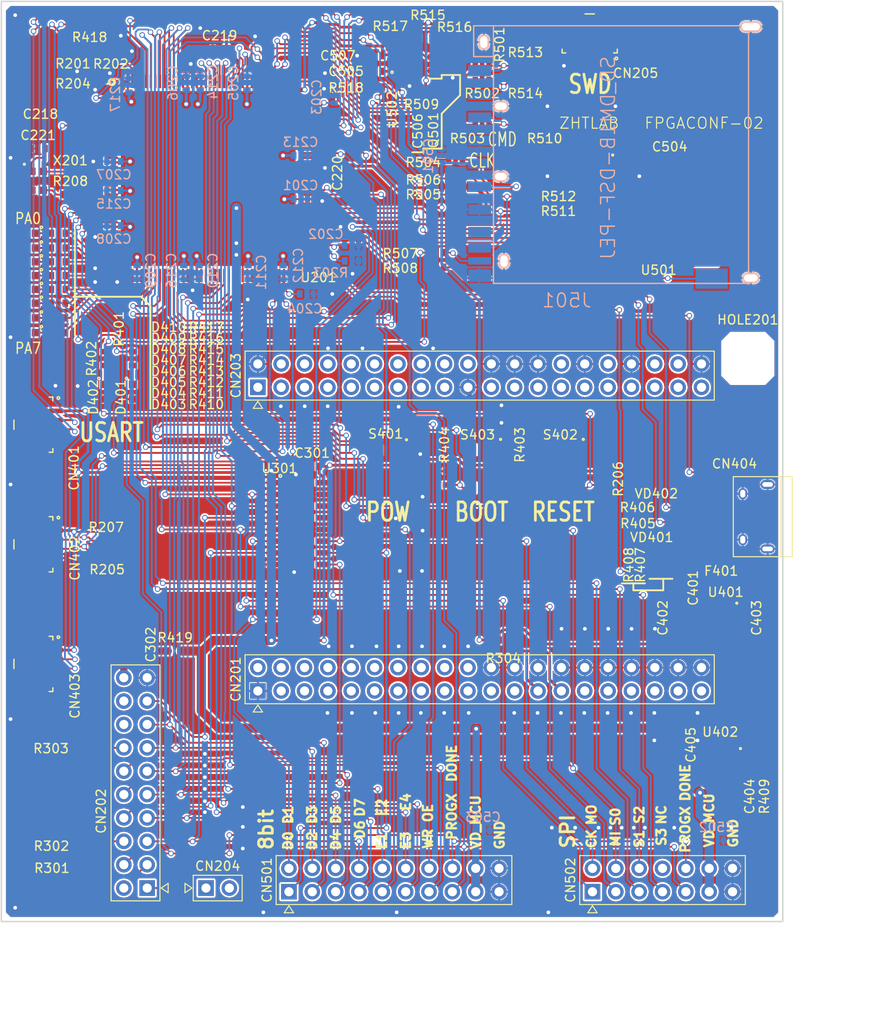
<source format=kicad_pcb>
(kicad_pcb (version 4) (host pcbnew 4.0.7-e2-6376~61~ubuntu18.04.1)
  (layers (0 F.Cu signal) (31 B.Cu signal hide) (34 B.Paste user) (35 F.Paste user) (36 B.SilkS user) (37 F.SilkS user) (38 B.Mask user) (39 F.Mask user) (44 Edge.Cuts user))
  (net 0 "")
  (net 1 VD5P00)
  (net 2 ~)
  (net 3 VD_MCU)
  (net 4 "Net-(C202-Pad2)")
  (net 5 "Net-(C203-Pad2)")
  (net 6 "Net-(C204-Pad2)")
  (net 7 "Net-(C218-Pad2)")
  (net 8 MCU_PE10:FMC_D7)
  (net 9 MCU_PE9:FMC_D6)
  (net 10 MCU_PE8:FMC_D5)
  (net 11 MCU_PE7:FMC_D4)
  (net 12 MCU_PD1:FMC_D3)
  (net 13 MCU_PD0:FMC_D2)
  (net 14 FPGA_CCLK_SCK)
  (net 15 MCU_PA14:SWCLK)
  (net 16 MCU_PA13:SWDIO)
  (net 17 MCU_PA9:UART_TXD)
  (net 18 MCU_PA10:UART_RXD)
  (net 19 MCU_PB10:I2CM_SCL)
  (net 20 MCU_PB11:I2CM_SDA)
  (net 21 MCU_PB9:I2CS_SDA)
  (net 22 "Net-(CN404-Pad1)")
  (net 23 "Net-(CN404-Pad2)")
  (net 24 "Net-(CN404-Pad3)")
  (net 25 MCU_PD14:FMC_D0)
  (net 26 MCU_PD15:FMC_D1)
  (net 27 MCU_PD7:FMC_NE1)
  (net 28 MCU_PG9:FMC_NE2)
  (net 29 MCU_PG10:FMC_NE3)
  (net 30 MCU_PG12:FMC_NE4)
  (net 31 MCU_PD5:FMC_NWE)
  (net 32 MCU_PD4:FMC_NOE)
  (net 33 MCU_PB3:SPI1_SCK)
  (net 34 MCU_PB5:SPI1_MOSI)
  (net 35 MCU_PB4:SPI1_MISO)
  (net 36 MCU_PB7:SPI1_CS0X)
  (net 37 MCU_PB8:SPI1_CS1X)
  (net 38 "Net-(D401-Pad1)")
  (net 39 "Net-(D402-Pad1)")
  (net 40 "Net-(R201-Pad1)")
  (net 41 "Net-(R203-Pad2)")
  (net 42 MCU_RESET_SW_X)
  (net 43 MCU_PC1:LED_RED)
  (net 44 MCU_PC0:LED_BLUE)
  (net 45 "Net-(R403-Pad1)")
  (net 46 MCU_BOOT)
  (net 47 MCU_PB14:USB_DN)
  (net 48 MCU_PB15:USB_DP)
  (net 49 MCU_PC10:SDMMC1_D2)
  (net 50 MCU_PC11:SDMMC1_D3)
  (net 51 MCU_PD2:SDMMC1_CMD)
  (net 52 MCU_PC12:SDMMC1_CLK)
  (net 53 MCU_PC8:SDMMC1_D0)
  (net 54 MCU_PC9:SDMMC1_D1)
  (net 55 MCU_PC13:SDMMC1_CDET_X)
  (net 56 MCU_PC2:POWER_SW_X)
  (net 57 "Net-(J501-Pad9)")
  (net 58 "Net-(J501-Pad1)")
  (net 59 "Net-(J501-Pad2)")
  (net 60 "Net-(J501-Pad5)")
  (net 61 "Net-(J501-Pad7)")
  (net 62 "Net-(J501-Pad8)")
  (net 63 "Net-(J501-Pad10)")
  (net 64 MCU_PC4:SPI1_CS2X)
  (net 65 MCU_PC7:FPGA_PROGX)
  (net 66 "Net-(R208-Pad2)")
  (net 67 "Net-(R208-Pad1)")
  (net 68 MCU_PC6:SPI1_CS3X)
  (net 69 MCU_PC5:CONF_SEL)
  (net 70 FPGA_D1_MISO)
  (net 71 FPGA_D0_MOSI)
  (net 72 "Net-(CN202-Pad3)")
  (net 73 "Net-(CN202-Pad6)")
  (net 74 "Net-(J501-Pad12)")
  (net 75 "Net-(D403-Pad1)")
  (net 76 "Net-(D404-Pad1)")
  (net 77 "Net-(D405-Pad1)")
  (net 78 "Net-(D406-Pad1)")
  (net 79 "Net-(D407-Pad1)")
  (net 80 "Net-(D408-Pad1)")
  (net 81 "Net-(D409-Pad1)")
  (net 82 "Net-(D410-Pad1)")
  (net 83 MCU_PA7:LED7)
  (net 84 MCU_PA6:LED6)
  (net 85 MCU_PA5:LED5)
  (net 86 MCU_PA4:LED4)
  (net 87 MCU_PA3:LED3)
  (net 88 MCU_PA2:LED2)
  (net 89 MCU_PA1:LED1)
  (net 90 MCU_PA0:LED0)
  (net 91 MCU_PB6:I2CS_SCL_QSPI_CSX)
  (net 92 MCU_PE2:QSPI_D2)
  (net 93 MCU_PB2:QSPI_CLK)
  (net 94 MCU_PD11:QSPI_D0)
  (net 95 MCU_PD12:QSPI_D1)
  (net 96 MCU_PD13:QSPI_D3)
  (net 97 "Net-(CN403-Pad2)")
  (net 98 "Net-(CN202-Pad14)")
  (net 99 MCU_PB12:USB_ID)
  (net 100 MCU_PB13:USB_VBUS_EN)
  (net 101 VD3P30)
  (net 102 VD_VCCIO8)
  (net 103 "Net-(C506-Pad2)")
  (net 104 "Net-(CN201-Pad25)")
  (net 105 MCU_PB1:SDMMC1_VSEL33)
  (net 106 "Net-(Q501-Pad3)")
  (net 107 "Net-(R515-Pad2)")
  (net 108 VD_SDIO)
  (net 109 MCU_PC3:FPGA_DONE)
  (net 110 MCU_PB0:SDMMC1_PWREN)
  (module Zhtlab_CN:CN_20x2_D1.0mm_P2.54mm_TH (layer F.Cu) (at 77.9 89.94 90)
    (fp_text reference CN201 (at 1.27 -2.39 90) (layer F.SilkS))
    (fp_text value CN_20x2_D1.0mm_P2.54mm_TH)
    (pad 1 thru_hole rect (at 0 0 90) (size 1.7 1.7) (drill 1) (layers *.Cu *.Mask) (net 2 ~))
    (pad 2 thru_hole oval (at 2.54 0 90) (size 1.7 1.7) (drill 1) (layers *.Cu *.Mask))
    (pad 3 thru_hole oval (at 0 2.54 90) (size 1.7 1.7) (drill 1) (layers *.Cu *.Mask))
    (pad 4 thru_hole oval (at 2.54 2.54 90) (size 1.7 1.7) (drill 1) (layers *.Cu *.Mask))
    (pad 5 thru_hole oval (at 0 5.08 90) (size 1.7 1.7) (drill 1) (layers *.Cu *.Mask))
    (pad 6 thru_hole oval (at 2.54 5.08 90) (size 1.7 1.7) (drill 1) (layers *.Cu *.Mask))
    (pad 7 thru_hole oval (at 0 7.62 90) (size 1.7 1.7) (drill 1) (layers *.Cu *.Mask))
    (pad 8 thru_hole oval (at 2.54 7.62 90) (size 1.7 1.7) (drill 1) (layers *.Cu *.Mask))
    (pad 9 thru_hole oval (at 0 10.16 90) (size 1.7 1.7) (drill 1) (layers *.Cu *.Mask))
    (pad 10 thru_hole oval (at 2.54 10.16 90) (size 1.7 1.7) (drill 1) (layers *.Cu *.Mask))
    (pad 11 thru_hole oval (at 0 12.7 90) (size 1.7 1.7) (drill 1) (layers *.Cu *.Mask))
    (pad 12 thru_hole oval (at 2.54 12.7 90) (size 1.7 1.7) (drill 1) (layers *.Cu *.Mask))
    (pad 13 thru_hole oval (at 0 15.24 90) (size 1.7 1.7) (drill 1) (layers *.Cu *.Mask))
    (pad 14 thru_hole oval (at 2.54 15.24 90) (size 1.7 1.7) (drill 1) (layers *.Cu *.Mask))
    (pad 15 thru_hole oval (at 0 17.78 90) (size 1.7 1.7) (drill 1) (layers *.Cu *.Mask))
    (pad 16 thru_hole oval (at 2.54 17.78 90) (size 1.7 1.7) (drill 1) (layers *.Cu *.Mask))
    (pad 17 thru_hole oval (at 0 20.32 90) (size 1.7 1.7) (drill 1) (layers *.Cu *.Mask))
    (pad 18 thru_hole oval (at 2.54 20.32 90) (size 1.7 1.7) (drill 1) (layers *.Cu *.Mask))
    (pad 19 thru_hole oval (at 0 22.86 90) (size 1.7 1.7) (drill 1) (layers *.Cu *.Mask))
    (pad 20 thru_hole oval (at 2.54 22.86 90) (size 1.7 1.7) (drill 1) (layers *.Cu *.Mask))
    (pad 21 thru_hole oval (at 0 25.4 90) (size 1.7 1.7) (drill 1) (layers *.Cu *.Mask))
    (pad 22 thru_hole oval (at 2.54 25.4 90) (size 1.7 1.7) (drill 1) (layers *.Cu *.Mask) (net 2 ~))
    (pad 23 thru_hole oval (at 0 27.94 90) (size 1.7 1.7) (drill 1) (layers *.Cu *.Mask))
    (pad 24 thru_hole oval (at 2.54 27.94 90) (size 1.7 1.7) (drill 1) (layers *.Cu *.Mask) (net 2 ~))
    (pad 25 thru_hole oval (at 0 30.48 90) (size 1.7 1.7) (drill 1) (layers *.Cu *.Mask) (net 104 "Net-(CN201-Pad25)"))
    (pad 26 thru_hole oval (at 2.54 30.48 90) (size 1.7 1.7) (drill 1) (layers *.Cu *.Mask) (net 2 ~))
    (pad 27 thru_hole oval (at 0 33.02 90) (size 1.7 1.7) (drill 1) (layers *.Cu *.Mask) (net 104 "Net-(CN201-Pad25)"))
    (pad 28 thru_hole oval (at 2.54 33.02 90) (size 1.7 1.7) (drill 1) (layers *.Cu *.Mask) (net 2 ~))
    (pad 29 thru_hole oval (at 0 35.56 90) (size 1.7 1.7) (drill 1) (layers *.Cu *.Mask))
    (pad 30 thru_hole oval (at 2.54 35.56 90) (size 1.7 1.7) (drill 1) (layers *.Cu *.Mask) (net 2 ~))
    (pad 31 thru_hole oval (at 0 38.1 90) (size 1.7 1.7) (drill 1) (layers *.Cu *.Mask))
    (pad 32 thru_hole oval (at 2.54 38.1 90) (size 1.7 1.7) (drill 1) (layers *.Cu *.Mask) (net 2 ~))
    (pad 33 thru_hole oval (at 0 40.64 90) (size 1.7 1.7) (drill 1) (layers *.Cu *.Mask))
    (pad 34 thru_hole oval (at 2.54 40.64 90) (size 1.7 1.7) (drill 1) (layers *.Cu *.Mask) (net 2 ~))
    (pad 35 thru_hole oval (at 0 43.18 90) (size 1.7 1.7) (drill 1) (layers *.Cu *.Mask))
    (pad 36 thru_hole oval (at 2.54 43.18 90) (size 1.7 1.7) (drill 1) (layers *.Cu *.Mask) (net 2 ~))
    (pad 37 thru_hole oval (at 0 45.72 90) (size 1.7 1.7) (drill 1) (layers *.Cu *.Mask))
    (pad 38 thru_hole oval (at 2.54 45.72 90) (size 1.7 1.7) (drill 1) (layers *.Cu *.Mask) (net 2 ~))
    (pad 39 thru_hole oval (at 0 48.26 90) (size 1.7 1.7) (drill 1) (layers *.Cu *.Mask))
    (pad 40 thru_hole oval (at 2.54 48.26 90) (size 1.7 1.7) (drill 1) (layers *.Cu *.Mask) (net 2 ~))
  )
  (module Zhtlab_CN:CN_20x2_D1.0mm_P2.54mm_TH (layer F.Cu) (at 77.9 56.94 90)
    (fp_text reference CN203 (at 1.27 -2.39 90) (layer F.SilkS))
    (fp_text value CN_20x2_D1.0mm_P2.54mm_TH)
    (pad 1 thru_hole rect (at 0 0 90) (size 1.7 1.7) (drill 1) (layers *.Cu *.Mask))
    (pad 2 thru_hole oval (at 2.54 0 90) (size 1.7 1.7) (drill 1) (layers *.Cu *.Mask) (net 2 ~))
    (pad 3 thru_hole oval (at 0 2.54 90) (size 1.7 1.7) (drill 1) (layers *.Cu *.Mask))
    (pad 4 thru_hole oval (at 2.54 2.54 90) (size 1.7 1.7) (drill 1) (layers *.Cu *.Mask))
    (pad 5 thru_hole oval (at 0 5.08 90) (size 1.7 1.7) (drill 1) (layers *.Cu *.Mask))
    (pad 6 thru_hole oval (at 2.54 5.08 90) (size 1.7 1.7) (drill 1) (layers *.Cu *.Mask))
    (pad 7 thru_hole oval (at 0 7.62 90) (size 1.7 1.7) (drill 1) (layers *.Cu *.Mask))
    (pad 8 thru_hole oval (at 2.54 7.62 90) (size 1.7 1.7) (drill 1) (layers *.Cu *.Mask))
    (pad 9 thru_hole oval (at 0 10.16 90) (size 1.7 1.7) (drill 1) (layers *.Cu *.Mask))
    (pad 10 thru_hole oval (at 2.54 10.16 90) (size 1.7 1.7) (drill 1) (layers *.Cu *.Mask))
    (pad 11 thru_hole oval (at 0 12.7 90) (size 1.7 1.7) (drill 1) (layers *.Cu *.Mask))
    (pad 12 thru_hole oval (at 2.54 12.7 90) (size 1.7 1.7) (drill 1) (layers *.Cu *.Mask))
    (pad 13 thru_hole oval (at 0 15.24 90) (size 1.7 1.7) (drill 1) (layers *.Cu *.Mask))
    (pad 14 thru_hole oval (at 2.54 15.24 90) (size 1.7 1.7) (drill 1) (layers *.Cu *.Mask))
    (pad 15 thru_hole oval (at 0 17.78 90) (size 1.7 1.7) (drill 1) (layers *.Cu *.Mask))
    (pad 16 thru_hole oval (at 2.54 17.78 90) (size 1.7 1.7) (drill 1) (layers *.Cu *.Mask))
    (pad 17 thru_hole oval (at 0 20.32 90) (size 1.7 1.7) (drill 1) (layers *.Cu *.Mask))
    (pad 18 thru_hole oval (at 2.54 20.32 90) (size 1.7 1.7) (drill 1) (layers *.Cu *.Mask))
    (pad 19 thru_hole oval (at 0 22.86 90) (size 1.7 1.7) (drill 1) (layers *.Cu *.Mask) (net 2 ~))
    (pad 20 thru_hole oval (at 2.54 22.86 90) (size 1.7 1.7) (drill 1) (layers *.Cu *.Mask))
    (pad 21 thru_hole oval (at 0 25.4 90) (size 1.7 1.7) (drill 1) (layers *.Cu *.Mask))
    (pad 22 thru_hole oval (at 2.54 25.4 90) (size 1.7 1.7) (drill 1) (layers *.Cu *.Mask) (net 2 ~))
    (pad 23 thru_hole oval (at 0 27.94 90) (size 1.7 1.7) (drill 1) (layers *.Cu *.Mask))
    (pad 24 thru_hole oval (at 2.54 27.94 90) (size 1.7 1.7) (drill 1) (layers *.Cu *.Mask) (net 2 ~))
    (pad 25 thru_hole oval (at 0 30.48 90) (size 1.7 1.7) (drill 1) (layers *.Cu *.Mask))
    (pad 26 thru_hole oval (at 2.54 30.48 90) (size 1.7 1.7) (drill 1) (layers *.Cu *.Mask) (net 2 ~))
    (pad 27 thru_hole oval (at 0 33.02 90) (size 1.7 1.7) (drill 1) (layers *.Cu *.Mask))
    (pad 28 thru_hole oval (at 2.54 33.02 90) (size 1.7 1.7) (drill 1) (layers *.Cu *.Mask))
    (pad 29 thru_hole oval (at 0 35.56 90) (size 1.7 1.7) (drill 1) (layers *.Cu *.Mask))
    (pad 30 thru_hole oval (at 2.54 35.56 90) (size 1.7 1.7) (drill 1) (layers *.Cu *.Mask) (net 2 ~))
    (pad 31 thru_hole oval (at 0 38.1 90) (size 1.7 1.7) (drill 1) (layers *.Cu *.Mask))
    (pad 32 thru_hole oval (at 2.54 38.1 90) (size 1.7 1.7) (drill 1) (layers *.Cu *.Mask))
    (pad 33 thru_hole oval (at 0 40.64 90) (size 1.7 1.7) (drill 1) (layers *.Cu *.Mask))
    (pad 34 thru_hole oval (at 2.54 40.64 90) (size 1.7 1.7) (drill 1) (layers *.Cu *.Mask) (net 2 ~))
    (pad 35 thru_hole oval (at 0 43.18 90) (size 1.7 1.7) (drill 1) (layers *.Cu *.Mask))
    (pad 36 thru_hole oval (at 2.54 43.18 90) (size 1.7 1.7) (drill 1) (layers *.Cu *.Mask))
    (pad 37 thru_hole oval (at 0 45.72 90) (size 1.7 1.7) (drill 1) (layers *.Cu *.Mask))
    (pad 38 thru_hole oval (at 2.54 45.72 90) (size 1.7 1.7) (drill 1) (layers *.Cu *.Mask))
    (pad 39 thru_hole oval (at 0 48.26 90) (size 1.7 1.7) (drill 1) (layers *.Cu *.Mask))
    (pad 40 thru_hole oval (at 2.54 48.26 90) (size 1.7 1.7) (drill 1) (layers *.Cu *.Mask) (net 2 ~))
  )
  (module Zhtlab_CN:CN_10x2_D1.0mm_P2.54mm_TH (layer F.Cu) (at 65.86 111.36 180)
    (fp_text reference CN202 (at 5.01 8.36 270) (layer F.SilkS))
    (fp_text value CN_10x2_D1.0mm_P2.54mm_TH)
    (pad 1 thru_hole rect (at 0 0 180) (size 1.7 1.7) (drill 1) (layers *.Cu *.Mask) (net 65 MCU_PC7:FPGA_PROGX))
    (pad 2 thru_hole oval (at 2.54 0 180) (size 1.7 1.7) (drill 1) (layers *.Cu *.Mask))
    (pad 3 thru_hole oval (at 0 2.54 180) (size 1.7 1.7) (drill 1) (layers *.Cu *.Mask) (net 72 "Net-(CN202-Pad3)"))
    (pad 4 thru_hole oval (at 2.54 2.54 180) (size 1.7 1.7) (drill 1) (layers *.Cu *.Mask) (net 109 MCU_PC3:FPGA_DONE))
    (pad 5 thru_hole oval (at 0 5.08 180) (size 1.7 1.7) (drill 1) (layers *.Cu *.Mask) (net 8 MCU_PE10:FMC_D7))
    (pad 6 thru_hole oval (at 2.54 5.08 180) (size 1.7 1.7) (drill 1) (layers *.Cu *.Mask) (net 73 "Net-(CN202-Pad6)"))
    (pad 7 thru_hole oval (at 0 7.62 180) (size 1.7 1.7) (drill 1) (layers *.Cu *.Mask) (net 9 MCU_PE9:FMC_D6))
    (pad 8 thru_hole oval (at 2.54 7.62 180) (size 1.7 1.7) (drill 1) (layers *.Cu *.Mask) (net 70 FPGA_D1_MISO))
    (pad 9 thru_hole oval (at 0 10.16 180) (size 1.7 1.7) (drill 1) (layers *.Cu *.Mask) (net 10 MCU_PE8:FMC_D5))
    (pad 10 thru_hole oval (at 2.54 10.16 180) (size 1.7 1.7) (drill 1) (layers *.Cu *.Mask) (net 71 FPGA_D0_MOSI))
    (pad 11 thru_hole oval (at 0 12.7 180) (size 1.7 1.7) (drill 1) (layers *.Cu *.Mask) (net 11 MCU_PE7:FMC_D4))
    (pad 12 thru_hole oval (at 2.54 12.7 180) (size 1.7 1.7) (drill 1) (layers *.Cu *.Mask) (net 36 MCU_PB7:SPI1_CS0X))
    (pad 13 thru_hole oval (at 0 15.24 180) (size 1.7 1.7) (drill 1) (layers *.Cu *.Mask) (net 12 MCU_PD1:FMC_D3))
    (pad 14 thru_hole oval (at 2.54 15.24 180) (size 1.7 1.7) (drill 1) (layers *.Cu *.Mask) (net 98 "Net-(CN202-Pad14)"))
    (pad 15 thru_hole oval (at 0 17.78 180) (size 1.7 1.7) (drill 1) (layers *.Cu *.Mask) (net 13 MCU_PD0:FMC_D2))
    (pad 16 thru_hole oval (at 2.54 17.78 180) (size 1.7 1.7) (drill 1) (layers *.Cu *.Mask))
    (pad 17 thru_hole oval (at 0 20.32 180) (size 1.7 1.7) (drill 1) (layers *.Cu *.Mask) (net 14 FPGA_CCLK_SCK))
    (pad 18 thru_hole oval (at 2.54 20.32 180) (size 1.7 1.7) (drill 1) (layers *.Cu *.Mask))
    (pad 19 thru_hole oval (at 0 22.86 180) (size 1.7 1.7) (drill 1) (layers *.Cu *.Mask) (net 2 ~))
    (pad 20 thru_hole oval (at 2.54 22.86 180) (size 1.7 1.7) (drill 1) (layers *.Cu *.Mask) (net 102 VD_VCCIO8))
  )
  (module Zhtlab_CN:CN_01x2_D1.0mm_P2.54mm_TH (layer F.Cu) (at 72.26 111.36)
    (fp_text reference CN204 (at 1.27 -2.39) (layer F.SilkS))
    (fp_text value CN_02x1_D1.0mm_P2.54mm_TH)
    (pad 1 thru_hole rect (at 0 0) (size 1.7 1.7) (drill 1) (layers *.Cu *.Mask))
    (pad 2 thru_hole oval (at 2.54 0) (size 1.7 1.7) (drill 1) (layers *.Cu *.Mask))
  )
  (module Zhtlab_Holes:Hole_01x1_D3.4mm_P0.00mm_NTH (layer F.Cu) (at 131.2 53.8)
    (fp_text reference HOLE201 (at 0 -4.2) (layer F.SilkS))
    (fp_text value HOLE_01x1_D3.4mm_P0.00mm_NTH)
    (pad "" np_thru_hole circle (at 0 0) (size 3.4 3.4) (drill 3.4) (layers *.Cu *.Mask))
  )
  (module zhtlab_SMD_standard:RCL_1608m (layer B.Cu) (at 82.55 36.449 180)
    (fp_text reference C201 (at 0 1.45 180) (layer B.SilkS) (effects (justify mirror)))
    (fp_text value 0.1u)
    (pad 1 smd rect (at -0.75 0 180) (size 0.6 0.8) (layers B.Cu B.Paste B.Mask) (net 2 ~))
    (pad 2 smd rect (at 0.75 0 180) (size 0.6 0.8) (layers B.Cu B.Paste B.Mask) (net 3 VD_MCU))
  )
  (module zhtlab_SMD_standard:RCL_1608m (layer B.Cu) (at 88.1 41.5 180)
    (fp_text reference C202 (at 2.8 1.2 180) (layer B.SilkS) (effects (justify mirror)))
    (fp_text value 2.2u)
    (pad 1 smd rect (at -0.75 0 180) (size 0.6 0.8) (layers B.Cu B.Paste B.Mask) (net 2 ~))
    (pad 2 smd rect (at 0.75 0 180) (size 0.6 0.8) (layers B.Cu B.Paste B.Mask) (net 4 "Net-(C202-Pad2)"))
  )
  (module zhtlab_SMD_standard:RCL_1608m (layer B.Cu) (at 86.2 25.3 270)
    (fp_text reference C203 (at 0.1 1.9 270) (layer B.SilkS) (effects (justify mirror)))
    (fp_text value 2.2u)
    (pad 1 smd rect (at -0.75 0 270) (size 0.6 0.8) (layers B.Cu B.Paste B.Mask) (net 2 ~))
    (pad 2 smd rect (at 0.75 0 270) (size 0.6 0.8) (layers B.Cu B.Paste B.Mask) (net 5 "Net-(C203-Pad2)"))
  )
  (module zhtlab_SMD_standard:RCL_1608m (layer B.Cu) (at 83.2 46.8 180)
    (fp_text reference C204 (at 0.2 -1.6 180) (layer B.SilkS) (effects (justify mirror)))
    (fp_text value 2.2u)
    (pad 1 smd rect (at -0.75 0 180) (size 0.6 0.8) (layers B.Cu B.Paste B.Mask) (net 2 ~))
    (pad 2 smd rect (at 0.75 0 180) (size 0.6 0.8) (layers B.Cu B.Paste B.Mask) (net 6 "Net-(C204-Pad2)"))
  )
  (module zhtlab_SMD_standard:RCL_1608m (layer B.Cu) (at 76.708 23.876 270)
    (fp_text reference C205 (at 0 1.45 270) (layer B.SilkS) (effects (justify mirror)))
    (fp_text value 0.1u)
    (pad 1 smd rect (at -0.75 0 270) (size 0.6 0.8) (layers B.Cu B.Paste B.Mask) (net 2 ~))
    (pad 2 smd rect (at 0.75 0 270) (size 0.6 0.8) (layers B.Cu B.Paste B.Mask) (net 3 VD_MCU))
  )
  (module zhtlab_SMD_standard:RCL_1608m (layer B.Cu) (at 70.104 23.876 270)
    (fp_text reference C206 (at 0 1.45 270) (layer B.SilkS) (effects (justify mirror)))
    (fp_text value 0.1u)
    (pad 1 smd rect (at -0.75 0 270) (size 0.6 0.8) (layers B.Cu B.Paste B.Mask) (net 2 ~))
    (pad 2 smd rect (at 0.75 0 270) (size 0.6 0.8) (layers B.Cu B.Paste B.Mask) (net 3 VD_MCU))
  )
  (module zhtlab_SMD_standard:RCL_1608m (layer B.Cu) (at 62.23 32.385)
    (fp_text reference C207 (at 0 1.45) (layer B.SilkS) (effects (justify mirror)))
    (fp_text value 0.1u)
    (pad 1 smd rect (at -0.75 0) (size 0.6 0.8) (layers B.Cu B.Paste B.Mask) (net 2 ~))
    (pad 2 smd rect (at 0.75 0) (size 0.6 0.8) (layers B.Cu B.Paste B.Mask) (net 3 VD_MCU))
  )
  (module zhtlab_SMD_standard:RCL_1608m (layer B.Cu) (at 62.23 39.37)
    (fp_text reference C208 (at 0 1.45) (layer B.SilkS) (effects (justify mirror)))
    (fp_text value 0.1u)
    (pad 1 smd rect (at -0.75 0) (size 0.6 0.8) (layers B.Cu B.Paste B.Mask) (net 2 ~))
    (pad 2 smd rect (at 0.75 0) (size 0.6 0.8) (layers B.Cu B.Paste B.Mask) (net 3 VD_MCU))
  )
  (module zhtlab_SMD_standard:RCL_1608m (layer B.Cu) (at 64.77 44.45 90)
    (fp_text reference C209 (at 0.2 1.48 90) (layer B.SilkS) (effects (justify mirror)))
    (fp_text value 0.1u)
    (pad 1 smd rect (at -0.75 0 90) (size 0.6 0.8) (layers B.Cu B.Paste B.Mask) (net 2 ~))
    (pad 2 smd rect (at 0.75 0 90) (size 0.6 0.8) (layers B.Cu B.Paste B.Mask) (net 3 VD_MCU))
  )
  (module zhtlab_SMD_standard:RCL_1608m (layer B.Cu) (at 71.501 44.45 90)
    (fp_text reference C210 (at 0.2 1.499 90) (layer B.SilkS) (effects (justify mirror)))
    (fp_text value 0.1u)
    (pad 1 smd rect (at -0.75 0 90) (size 0.6 0.8) (layers B.Cu B.Paste B.Mask) (net 2 ~))
    (pad 2 smd rect (at 0.75 0 90) (size 0.6 0.8) (layers B.Cu B.Paste B.Mask) (net 3 VD_MCU))
  )
  (module zhtlab_SMD_standard:RCL_1608m (layer B.Cu) (at 76.835 44.45 90)
    (fp_text reference C211 (at 0 1.45 90) (layer B.SilkS) (effects (justify mirror)))
    (fp_text value 0.1u)
    (pad 1 smd rect (at -0.75 0 90) (size 0.6 0.8) (layers B.Cu B.Paste B.Mask) (net 2 ~))
    (pad 2 smd rect (at 0.75 0 90) (size 0.6 0.8) (layers B.Cu B.Paste B.Mask) (net 3 VD_MCU))
  )
  (module zhtlab_SMD_standard:RCL_1608m (layer B.Cu) (at 80.645 44.45 90)
    (fp_text reference C212 (at 0.75 1.655 90) (layer B.SilkS) (effects (justify mirror)))
    (fp_text value 0.1u)
    (pad 1 smd rect (at -0.75 0 90) (size 0.6 0.8) (layers B.Cu B.Paste B.Mask) (net 2 ~))
    (pad 2 smd rect (at 0.75 0 90) (size 0.6 0.8) (layers B.Cu B.Paste B.Mask) (net 3 VD_MCU))
  )
  (module zhtlab_SMD_standard:RCL_1608m (layer B.Cu) (at 82.55 31.75 180)
    (fp_text reference C213 (at 0 1.45 180) (layer B.SilkS) (effects (justify mirror)))
    (fp_text value 10u)
    (pad 1 smd rect (at -0.75 0 180) (size 0.6 0.8) (layers B.Cu B.Paste B.Mask) (net 2 ~))
    (pad 2 smd rect (at 0.75 0 180) (size 0.6 0.8) (layers B.Cu B.Paste B.Mask) (net 3 VD_MCU))
  )
  (module zhtlab_SMD_standard:RCL_1608m (layer B.Cu) (at 71.628 23.876 270)
    (fp_text reference C214 (at -0.126 -1.372 270) (layer B.SilkS) (effects (justify mirror)))
    (fp_text value 10u)
    (pad 1 smd rect (at -0.75 0 270) (size 0.6 0.8) (layers B.Cu B.Paste B.Mask) (net 2 ~))
    (pad 2 smd rect (at 0.75 0 270) (size 0.6 0.8) (layers B.Cu B.Paste B.Mask) (net 3 VD_MCU))
  )
  (module zhtlab_SMD_standard:RCL_1608m (layer B.Cu) (at 62.23 35.56)
    (fp_text reference C215 (at 0 1.45) (layer B.SilkS) (effects (justify mirror)))
    (fp_text value 10u)
    (pad 1 smd rect (at -0.75 0) (size 0.6 0.8) (layers B.Cu B.Paste B.Mask) (net 2 ~))
    (pad 2 smd rect (at 0.75 0) (size 0.6 0.8) (layers B.Cu B.Paste B.Mask) (net 3 VD_MCU))
  )
  (module zhtlab_SMD_standard:RCL_1608m (layer B.Cu) (at 69.85 44.45 90)
    (fp_text reference C216 (at 0.2 -1.35 90) (layer B.SilkS) (effects (justify mirror)))
    (fp_text value 10u)
    (pad 1 smd rect (at -0.75 0 90) (size 0.6 0.8) (layers B.Cu B.Paste B.Mask) (net 2 ~))
    (pad 2 smd rect (at 0.75 0 90) (size 0.6 0.8) (layers B.Cu B.Paste B.Mask) (net 3 VD_MCU))
  )
  (module zhtlab_SMD_standard:RCL_1608m (layer B.Cu) (at 63.881 24.13 270)
    (fp_text reference C217 (at 0.97 1.481 270) (layer B.SilkS) (effects (justify mirror)))
    (fp_text value 0.1u)
    (pad 1 smd rect (at -0.75 0 270) (size 0.6 0.8) (layers B.Cu B.Paste B.Mask) (net 2 ~))
    (pad 2 smd rect (at 0.75 0 270) (size 0.6 0.8) (layers B.Cu B.Paste B.Mask) (net 3 VD_MCU))
  )
  (module zhtlab_SMD_standard:RCL_1608m (layer F.Cu) (at 57.785 27.305)
    (fp_text reference C218 (at -3.535 -0.055) (layer F.SilkS))
    (fp_text value 0.1u)
    (pad 1 smd rect (at -0.75 0) (size 0.6 0.8) (layers F.Cu F.Paste F.Mask) (net 2 ~))
    (pad 2 smd rect (at 0.75 0) (size 0.6 0.8) (layers F.Cu F.Paste F.Mask) (net 7 "Net-(C218-Pad2)"))
  )
  (module zhtlab_SMD_standard:RCL_1608m (layer B.Cu) (at 97.9 31.8 270)
    (fp_text reference C501 (at 0 1.45 270) (layer B.SilkS) (effects (justify mirror)))
    (fp_text value 2.2u)
    (pad 1 smd rect (at -0.75 0 270) (size 0.6 0.8) (layers B.Cu B.Paste B.Mask) (net 2 ~))
    (pad 2 smd rect (at 0.75 0 270) (size 0.6 0.8) (layers B.Cu B.Paste B.Mask) (net 101 VD3P30))
  )
  (module zhtlab_SMD_standard:RCL_1608m (layer B.Cu) (at 127.8 106.2 180)
    (fp_text reference C502 (at 0 1.45 180) (layer B.SilkS) (effects (justify mirror)))
    (fp_text value 2.2u)
    (pad 1 smd rect (at -0.75 0 180) (size 0.6 0.8) (layers B.Cu B.Paste B.Mask) (net 2 ~))
    (pad 2 smd rect (at 0.75 0 180) (size 0.6 0.8) (layers B.Cu B.Paste B.Mask) (net 3 VD_MCU))
  )
  (module zhtlab_SMD_standard:RCL_1608m (layer B.Cu) (at 102.4 105.1 180)
    (fp_text reference C503 (at 0 1.45 180) (layer B.SilkS) (effects (justify mirror)))
    (fp_text value 2.2u)
    (pad 1 smd rect (at -0.75 0 180) (size 0.6 0.8) (layers B.Cu B.Paste B.Mask) (net 2 ~))
    (pad 2 smd rect (at 0.75 0 180) (size 0.6 0.8) (layers B.Cu B.Paste B.Mask) (net 3 VD_MCU))
  )
  (module zhtlab_Connector:JST_SH_SM04B-SRSS-TB_04x1.00mm_Angled (layer F.Cu) (at 114 19 180)
    (fp_text reference CN205 (at -5 -3.8 360) (layer F.SilkS))
    (fp_text value JST_SM04B-SRSS-TB)
    (pad 1 smd rect (at -1.5 -1.9375 180) (size 0.5 1.55) (layers F.Cu F.Paste F.Mask) (net 3 VD_MCU))
    (pad 2 smd rect (at -0.5 -1.9375 180) (size 0.5 1.55) (layers F.Cu F.Paste F.Mask) (net 15 MCU_PA14:SWCLK))
    (pad 3 smd rect (at 0.5 -1.9375 180) (size 0.5 1.55) (layers F.Cu F.Paste F.Mask) (net 16 MCU_PA13:SWDIO))
    (pad 4 smd rect (at 1.5 -1.9375 180) (size 0.5 1.55) (layers F.Cu F.Paste F.Mask) (net 2 ~))
    (pad 5 smd rect (at -2.8 1.9375 180) (size 1.2 1.8) (layers F.Cu F.Paste F.Mask) (net 2 ~))
    (pad 6 smd rect (at 2.8 1.9375 180) (size 1.2 1.8) (layers F.Cu F.Paste F.Mask) (net 2 ~))
  )
  (module zhtlab_Connector:JST_SH_SM04B-SRSS-TB_04x1.00mm_Angled (layer F.Cu) (at 54 61 270)
    (fp_text reference CN401 (at 4.7 -3.9 270) (layer F.SilkS))
    (fp_text value JST_SM04B-SRSS-TB)
    (pad 1 smd rect (at -1.5 -1.9375 270) (size 0.5 1.55) (layers F.Cu F.Paste F.Mask) (net 3 VD_MCU))
    (pad 2 smd rect (at -0.5 -1.9375 270) (size 0.5 1.55) (layers F.Cu F.Paste F.Mask) (net 17 MCU_PA9:UART_TXD))
    (pad 3 smd rect (at 0.5 -1.9375 270) (size 0.5 1.55) (layers F.Cu F.Paste F.Mask) (net 18 MCU_PA10:UART_RXD))
    (pad 4 smd rect (at 1.5 -1.9375 270) (size 0.5 1.55) (layers F.Cu F.Paste F.Mask) (net 2 ~))
    (pad 5 smd rect (at -2.8 1.9375 270) (size 1.2 1.8) (layers F.Cu F.Paste F.Mask) (net 2 ~))
    (pad 6 smd rect (at 2.8 1.9375 270) (size 1.2 1.8) (layers F.Cu F.Paste F.Mask) (net 2 ~))
  )
  (module zhtlab_Connector:JST_SH_SM04B-SRSS-TB_04x1.00mm_Angled (layer F.Cu) (at 54 74 270)
    (fp_text reference CN402 (at 1.5 -4 270) (layer F.SilkS))
    (fp_text value JST_SM04B-SRSS-TB)
    (pad 1 smd rect (at -1.5 -1.9375 270) (size 0.5 1.55) (layers F.Cu F.Paste F.Mask) (net 3 VD_MCU))
    (pad 2 smd rect (at -0.5 -1.9375 270) (size 0.5 1.55) (layers F.Cu F.Paste F.Mask) (net 19 MCU_PB10:I2CM_SCL))
    (pad 3 smd rect (at 0.5 -1.9375 270) (size 0.5 1.55) (layers F.Cu F.Paste F.Mask) (net 20 MCU_PB11:I2CM_SDA))
    (pad 4 smd rect (at 1.5 -1.9375 270) (size 0.5 1.55) (layers F.Cu F.Paste F.Mask) (net 2 ~))
    (pad 5 smd rect (at -2.8 1.9375 270) (size 1.2 1.8) (layers F.Cu F.Paste F.Mask) (net 2 ~))
    (pad 6 smd rect (at 2.8 1.9375 270) (size 1.2 1.8) (layers F.Cu F.Paste F.Mask) (net 2 ~))
  )
  (module zhtlab_Connector:JST_SH_SM04B-SRSS-TB_04x1.00mm_Angled (layer F.Cu) (at 54 87 270)
    (fp_text reference CN403 (at 3.5 -4 270) (layer F.SilkS))
    (fp_text value JST_SM04B-SRSS-TB)
    (pad 1 smd rect (at -1.5 -1.9375 270) (size 0.5 1.55) (layers F.Cu F.Paste F.Mask) (net 3 VD_MCU))
    (pad 2 smd rect (at -0.5 -1.9375 270) (size 0.5 1.55) (layers F.Cu F.Paste F.Mask) (net 97 "Net-(CN403-Pad2)"))
    (pad 3 smd rect (at 0.5 -1.9375 270) (size 0.5 1.55) (layers F.Cu F.Paste F.Mask) (net 21 MCU_PB9:I2CS_SDA))
    (pad 4 smd rect (at 1.5 -1.9375 270) (size 0.5 1.55) (layers F.Cu F.Paste F.Mask) (net 2 ~))
    (pad 5 smd rect (at -2.8 1.9375 270) (size 1.2 1.8) (layers F.Cu F.Paste F.Mask) (net 2 ~))
    (pad 6 smd rect (at 2.8 1.9375 270) (size 1.2 1.8) (layers F.Cu F.Paste F.Mask) (net 2 ~))
  )
  (module zhtlab_CN:USB-uB_ZX62D-B-5PA8-30 (layer F.Cu) (at 132 71 90)
    (fp_text reference CN404 (at 5.75 -2.25 180) (layer F.SilkS))
    (fp_text value "ZX62D-B-5PA8(30)")
    (pad 1 smd rect (at -1.3 -1.35 180) (size 1.35 0.4) (layers F.Cu F.Paste F.Mask) (net 22 "Net-(CN404-Pad1)"))
    (pad 2 smd rect (at -0.65 -1.35 180) (size 1.35 0.4) (layers F.Cu F.Paste F.Mask) (net 23 "Net-(CN404-Pad2)"))
    (pad 3 smd rect (at 0 -1.35 180) (size 1.35 0.4) (layers F.Cu F.Paste F.Mask) (net 24 "Net-(CN404-Pad3)"))
    (pad 4 smd rect (at 0.65 -1.35 180) (size 1.35 0.4) (layers F.Cu F.Paste F.Mask) (net 99 MCU_PB12:USB_ID))
    (pad 5 smd rect (at 1.3 -1.35 180) (size 1.35 0.4) (layers F.Cu F.Paste F.Mask) (net 2 ~))
    (pad 7 thru_hole oval (at -2.5 -1.35 180) (size 0.95 1.25) (drill oval 0.55 0.85) (layers *.Cu *.Mask) (net 2 ~))
    (pad 8 thru_hole oval (at 2.5 -1.35 180) (size 0.95 1.25) (drill oval 0.55 0.85) (layers *.Cu *.Mask) (net 2 ~))
    (pad 6 thru_hole oval (at -3.5 1.35 180) (size 1.55 1) (drill oval 1.15 0.5) (layers *.Cu *.Mask) (net 2 ~))
    (pad 9 thru_hole oval (at 3.5 1.35 180) (size 1.55 1) (drill oval 1.15 0.5) (layers *.Cu *.Mask) (net 2 ~))
  )
  (module zhtlab_CN:CN_10x2_D1.0mm_P2.54mm_TH (layer F.Cu) (at 81.28 111.76 90)
    (fp_text reference CN501 (at 1.27 -2.39 90) (layer F.SilkS))
    (fp_text value CN_10x2_D1.0mm_P2.54mm_TH)
    (pad 18 thru_hole oval (at 2.54 20.32 90) (size 1.7 1.7) (drill 1) (layers *.Cu *.Mask) (net 3 VD_MCU))
    (pad 17 thru_hole oval (at 0 20.32 90) (size 1.7 1.7) (drill 1) (layers *.Cu *.Mask) (net 3 VD_MCU))
    (pad 19 thru_hole oval (at 0 22.86 90) (size 1.7 1.7) (drill 1) (layers *.Cu *.Mask) (net 2 ~))
    (pad 20 thru_hole oval (at 2.54 22.86 90) (size 1.7 1.7) (drill 1) (layers *.Cu *.Mask) (net 2 ~))
    (pad 16 thru_hole oval (at 2.54 17.78 90) (size 1.7 1.7) (drill 1) (layers *.Cu *.Mask) (net 109 MCU_PC3:FPGA_DONE))
    (pad 15 thru_hole oval (at 0 17.78 90) (size 1.7 1.7) (drill 1) (layers *.Cu *.Mask) (net 65 MCU_PC7:FPGA_PROGX))
    (pad 1 thru_hole rect (at 0 0 90) (size 1.7 1.7) (drill 1) (layers *.Cu *.Mask) (net 25 MCU_PD14:FMC_D0))
    (pad 2 thru_hole oval (at 2.54 0 90) (size 1.7 1.7) (drill 1) (layers *.Cu *.Mask) (net 26 MCU_PD15:FMC_D1))
    (pad 3 thru_hole oval (at 0 2.54 90) (size 1.7 1.7) (drill 1) (layers *.Cu *.Mask) (net 13 MCU_PD0:FMC_D2))
    (pad 4 thru_hole oval (at 2.54 2.54 90) (size 1.7 1.7) (drill 1) (layers *.Cu *.Mask) (net 12 MCU_PD1:FMC_D3))
    (pad 5 thru_hole oval (at 0 5.08 90) (size 1.7 1.7) (drill 1) (layers *.Cu *.Mask) (net 11 MCU_PE7:FMC_D4))
    (pad 6 thru_hole oval (at 2.54 5.08 90) (size 1.7 1.7) (drill 1) (layers *.Cu *.Mask) (net 10 MCU_PE8:FMC_D5))
    (pad 7 thru_hole oval (at 0 7.62 90) (size 1.7 1.7) (drill 1) (layers *.Cu *.Mask) (net 9 MCU_PE9:FMC_D6))
    (pad 8 thru_hole oval (at 2.54 7.62 90) (size 1.7 1.7) (drill 1) (layers *.Cu *.Mask) (net 8 MCU_PE10:FMC_D7))
    (pad 9 thru_hole oval (at 0 10.16 90) (size 1.7 1.7) (drill 1) (layers *.Cu *.Mask) (net 27 MCU_PD7:FMC_NE1))
    (pad 10 thru_hole oval (at 2.54 10.16 90) (size 1.7 1.7) (drill 1) (layers *.Cu *.Mask) (net 28 MCU_PG9:FMC_NE2))
    (pad 11 thru_hole oval (at 0 12.7 90) (size 1.7 1.7) (drill 1) (layers *.Cu *.Mask) (net 29 MCU_PG10:FMC_NE3))
    (pad 12 thru_hole oval (at 2.54 12.7 90) (size 1.7 1.7) (drill 1) (layers *.Cu *.Mask) (net 30 MCU_PG12:FMC_NE4))
    (pad 13 thru_hole oval (at 0 15.24 90) (size 1.7 1.7) (drill 1) (layers *.Cu *.Mask) (net 31 MCU_PD5:FMC_NWE))
    (pad 14 thru_hole oval (at 2.54 15.24 90) (size 1.7 1.7) (drill 1) (layers *.Cu *.Mask) (net 32 MCU_PD4:FMC_NOE))
  )
  (module zhtlab_CN:CN_07x2_D1.0mm_P2.54mm_TH (layer F.Cu) (at 114.3 111.76 90)
    (fp_text reference CN502 (at 1.27 -2.39 90) (layer F.SilkS))
    (fp_text value CN_07x2_D1.0mm_P2.54mm_TH)
    (pad 1 thru_hole rect (at 0 0 90) (size 1.7 1.7) (drill 1) (layers *.Cu *.Mask) (net 33 MCU_PB3:SPI1_SCK))
    (pad 2 thru_hole oval (at 2.54 0 90) (size 1.7 1.7) (drill 1) (layers *.Cu *.Mask) (net 34 MCU_PB5:SPI1_MOSI))
    (pad 3 thru_hole oval (at 0 2.54 90) (size 1.7 1.7) (drill 1) (layers *.Cu *.Mask) (net 35 MCU_PB4:SPI1_MISO))
    (pad 4 thru_hole oval (at 2.54 2.54 90) (size 1.7 1.7) (drill 1) (layers *.Cu *.Mask) (net 36 MCU_PB7:SPI1_CS0X))
    (pad 5 thru_hole oval (at 0 5.08 90) (size 1.7 1.7) (drill 1) (layers *.Cu *.Mask) (net 37 MCU_PB8:SPI1_CS1X))
    (pad 6 thru_hole oval (at 2.54 5.08 90) (size 1.7 1.7) (drill 1) (layers *.Cu *.Mask) (net 64 MCU_PC4:SPI1_CS2X))
    (pad 7 thru_hole oval (at 0 7.62 90) (size 1.7 1.7) (drill 1) (layers *.Cu *.Mask) (net 68 MCU_PC6:SPI1_CS3X))
    (pad 8 thru_hole oval (at 2.54 7.62 90) (size 1.7 1.7) (drill 1) (layers *.Cu *.Mask))
    (pad 9 thru_hole oval (at 0 10.16 90) (size 1.7 1.7) (drill 1) (layers *.Cu *.Mask) (net 65 MCU_PC7:FPGA_PROGX))
    (pad 10 thru_hole oval (at 2.54 10.16 90) (size 1.7 1.7) (drill 1) (layers *.Cu *.Mask) (net 109 MCU_PC3:FPGA_DONE))
    (pad 11 thru_hole oval (at 0 12.7 90) (size 1.7 1.7) (drill 1) (layers *.Cu *.Mask) (net 3 VD_MCU))
    (pad 12 thru_hole oval (at 2.54 12.7 90) (size 1.7 1.7) (drill 1) (layers *.Cu *.Mask) (net 3 VD_MCU))
    (pad 13 thru_hole oval (at 0 15.24 90) (size 1.7 1.7) (drill 1) (layers *.Cu *.Mask) (net 2 ~))
    (pad 14 thru_hole oval (at 2.54 15.24 90) (size 1.7 1.7) (drill 1) (layers *.Cu *.Mask) (net 2 ~))
  )
  (module zhtlab_SMD001-010:LED_1608M_Rohm (layer F.Cu) (at 64.262 57.4235 90)
    (fp_text reference D401 (at -0.5765 -1.262 90) (layer F.SilkS))
    (fp_text value SML-E12V8TT86)
    (pad 1 smd rect (at 0.8 0 270) (size 0.8 0.8) (layers F.Cu F.Paste F.Mask) (net 38 "Net-(D401-Pad1)"))
    (pad 2 smd rect (at -0.8 0 270) (size 0.8 0.8) (layers F.Cu F.Paste F.Mask) (net 2 ~))
  )
  (module zhtlab_SMD001-010:LED_1608M_Rohm (layer F.Cu) (at 61.262 57.4235 90)
    (fp_text reference D402 (at -0.5765 -1.262 90) (layer F.SilkS))
    (fp_text value SML-E13BC8TT86)
    (pad 1 smd rect (at 0.8 0 270) (size 0.8 0.8) (layers F.Cu F.Paste F.Mask) (net 39 "Net-(D402-Pad1)"))
    (pad 2 smd rect (at -0.8 0 270) (size 0.8 0.8) (layers F.Cu F.Paste F.Mask) (net 2 ~))
  )
  (module zhtlab_SMD_standard:RCL_1608m (layer F.Cu) (at 125 75.4 180)
    (fp_text reference F401 (at -3.3 -1.5 180) (layer F.SilkS))
    (fp_text value MFU0603FF03150P500)
    (pad 1 smd rect (at -0.75 0 180) (size 0.6 0.8) (layers F.Cu F.Paste F.Mask) (net 22 "Net-(CN404-Pad1)"))
    (pad 2 smd rect (at 0.75 0 180) (size 0.6 0.8) (layers F.Cu F.Paste F.Mask) (net 1 VD5P00))
  )
  (module zhtlab_SMD_standard:RCL_1608m (layer F.Cu) (at 61.595 20.32 180)
    (fp_text reference R202 (at -0.305 -1.48 180) (layer F.SilkS))
    (fp_text value 100k)
    (pad 1 smd rect (at -0.75 0 180) (size 0.6 0.8) (layers F.Cu F.Paste F.Mask) (net 2 ~))
    (pad 2 smd rect (at 0.75 0 180) (size 0.6 0.8) (layers F.Cu F.Paste F.Mask) (net 40 "Net-(R201-Pad1)"))
  )
  (module zhtlab_SMD_standard:RCL_1608m (layer B.Cu) (at 88.1 43.2 180)
    (fp_text reference R203 (at 2.3 -1.3 180) (layer B.SilkS) (effects (justify mirror)))
    (fp_text value 3.0k)
    (pad 1 smd rect (at -0.75 0 180) (size 0.6 0.8) (layers B.Cu B.Paste B.Mask) (net 2 ~))
    (pad 2 smd rect (at 0.75 0 180) (size 0.6 0.8) (layers B.Cu B.Paste B.Mask) (net 41 "Net-(R203-Pad2)"))
  )
  (module zhtlab_SMD_standard:RCL_1608m (layer F.Cu) (at 57.785 25.4)
    (fp_text reference R204 (at 0 -1.45) (layer F.SilkS))
    (fp_text value 0)
    (pad 1 smd rect (at -0.75 0) (size 0.6 0.8) (layers F.Cu F.Paste F.Mask) (net 3 VD_MCU))
    (pad 2 smd rect (at 0.75 0) (size 0.6 0.8) (layers F.Cu F.Paste F.Mask) (net 7 "Net-(C218-Pad2)"))
  )
  (module zhtlab_SMD_standard:RCL_1608m (layer F.Cu) (at 61.4 75.2)
    (fp_text reference R205 (at 0.1 1.55) (layer F.SilkS))
    (fp_text value 4.7k)
    (pad 1 smd rect (at -0.75 0) (size 0.6 0.8) (layers F.Cu F.Paste F.Mask) (net 20 MCU_PB11:I2CM_SDA))
    (pad 2 smd rect (at 0.75 0) (size 0.6 0.8) (layers F.Cu F.Paste F.Mask) (net 3 VD_MCU))
  )
  (module zhtlab_SMD_standard:RCL_1608m (layer F.Cu) (at 115.4 66.8 90)
    (fp_text reference R206 (at -0.1 1.7 90) (layer F.SilkS))
    (fp_text value 4.7k)
    (pad 1 smd rect (at -0.75 0 90) (size 0.6 0.8) (layers F.Cu F.Paste F.Mask) (net 42 MCU_RESET_SW_X))
    (pad 2 smd rect (at 0.75 0 90) (size 0.6 0.8) (layers F.Cu F.Paste F.Mask) (net 3 VD_MCU))
  )
  (module zhtlab_SMD_standard:RCL_1608m (layer F.Cu) (at 61.4 73.6)
    (fp_text reference R207 (at 0 -1.45) (layer F.SilkS))
    (fp_text value 4.7k)
    (pad 1 smd rect (at -0.75 0) (size 0.6 0.8) (layers F.Cu F.Paste F.Mask) (net 19 MCU_PB10:I2CM_SCL))
    (pad 2 smd rect (at 0.75 0) (size 0.6 0.8) (layers F.Cu F.Paste F.Mask) (net 3 VD_MCU))
  )
  (module zhtlab_SMD_standard:RCL_1608m (layer F.Cu) (at 102.3 22)
    (fp_text reference R501 (at 1.9 -2.3 90) (layer F.SilkS))
    (fp_text value 22)
    (pad 1 smd rect (at -0.75 0) (size 0.6 0.8) (layers F.Cu F.Paste F.Mask) (net 49 MCU_PC10:SDMMC1_D2))
    (pad 2 smd rect (at 0.75 0) (size 0.6 0.8) (layers F.Cu F.Paste F.Mask) (net 57 "Net-(J501-Pad9)"))
  )
  (module zhtlab_SMD_standard:RCL_1608m (layer F.Cu) (at 102.3 23.6)
    (fp_text reference R502 (at 0 1.4) (layer F.SilkS))
    (fp_text value 22)
    (pad 1 smd rect (at -0.75 0) (size 0.6 0.8) (layers F.Cu F.Paste F.Mask) (net 50 MCU_PC11:SDMMC1_D3))
    (pad 2 smd rect (at 0.75 0) (size 0.6 0.8) (layers F.Cu F.Paste F.Mask) (net 58 "Net-(J501-Pad1)"))
  )
  (module zhtlab_SMD_standard:RCL_1608m (layer F.Cu) (at 102.3 28.4)
    (fp_text reference R503 (at -1.6 1.5) (layer F.SilkS))
    (fp_text value 22)
    (pad 1 smd rect (at -0.75 0) (size 0.6 0.8) (layers F.Cu F.Paste F.Mask) (net 51 MCU_PD2:SDMMC1_CMD))
    (pad 2 smd rect (at 0.75 0) (size 0.6 0.8) (layers F.Cu F.Paste F.Mask) (net 59 "Net-(J501-Pad2)"))
  )
  (module zhtlab_SMD_standard:RCL_1608m (layer F.Cu) (at 99.4 32.2)
    (fp_text reference R504 (at -3.5 0.3) (layer F.SilkS))
    (fp_text value 22)
    (pad 1 smd rect (at -0.75 0) (size 0.6 0.8) (layers F.Cu F.Paste F.Mask) (net 52 MCU_PC12:SDMMC1_CLK))
    (pad 2 smd rect (at 0.75 0) (size 0.6 0.8) (layers F.Cu F.Paste F.Mask) (net 60 "Net-(J501-Pad5)"))
  )
  (module zhtlab_SMD_standard:RCL_1608m (layer F.Cu) (at 99.4 36)
    (fp_text reference R505 (at -3.5 0) (layer F.SilkS))
    (fp_text value 22)
    (pad 1 smd rect (at -0.75 0) (size 0.6 0.8) (layers F.Cu F.Paste F.Mask) (net 53 MCU_PC8:SDMMC1_D0))
    (pad 2 smd rect (at 0.75 0) (size 0.6 0.8) (layers F.Cu F.Paste F.Mask) (net 61 "Net-(J501-Pad7)"))
  )
  (module zhtlab_SMD_standard:RCL_1608m (layer F.Cu) (at 99.4 34.25)
    (fp_text reference R506 (at -3.5 0.15) (layer F.SilkS))
    (fp_text value 22)
    (pad 1 smd rect (at -0.75 0) (size 0.6 0.8) (layers F.Cu F.Paste F.Mask) (net 54 MCU_PC9:SDMMC1_D1))
    (pad 2 smd rect (at 0.75 0) (size 0.6 0.8) (layers F.Cu F.Paste F.Mask) (net 62 "Net-(J501-Pad8)"))
  )
  (module zhtlab_SMD_standard:RCL_1608m (layer F.Cu) (at 97.36 42.304)
    (fp_text reference R507 (at -3.96 0.096) (layer F.SilkS))
    (fp_text value 22)
    (pad 1 smd rect (at -0.75 0) (size 0.6 0.8) (layers F.Cu F.Paste F.Mask) (net 55 MCU_PC13:SDMMC1_CDET_X))
    (pad 2 smd rect (at 0.75 0) (size 0.6 0.8) (layers F.Cu F.Paste F.Mask) (net 63 "Net-(J501-Pad10)"))
  )
  (module zhtlab_SMD_standard:RCL_1608m (layer F.Cu) (at 97.36 43.904)
    (fp_text reference R508 (at -3.96 0.096) (layer F.SilkS))
    (fp_text value 22)
    (pad 1 smd rect (at -0.75 0) (size 0.6 0.8) (layers F.Cu F.Paste F.Mask))
    (pad 2 smd rect (at 0.75 0) (size 0.6 0.8) (layers F.Cu F.Paste F.Mask) (net 74 "Net-(J501-Pad12)"))
  )
  (module zhtlab_Switches:Alps_SKRPABE010 (layer F.Cu) (at 92.166 65.842 270)
    (fp_text reference S401 (at -3.842 0.366 360) (layer F.SilkS))
    (fp_text value SKRPABE010)
    (pad 1 smd rect (at -2.075 -1.075 270) (size 1.05 0.65) (layers F.Cu F.Paste F.Mask))
    (pad 2 smd rect (at 2.075 -1.075 270) (size 1.05 0.65) (layers F.Cu F.Paste F.Mask) (net 56 MCU_PC2:POWER_SW_X))
    (pad 4 smd rect (at 2.075 1.075 270) (size 1.05 0.65) (layers F.Cu F.Paste F.Mask) (net 2 ~))
    (pad 3 smd rect (at -2.075 1.075 270) (size 1.05 0.65) (layers F.Cu F.Paste F.Mask))
  )
  (module zhtlab_Switches:Alps_SKRPABE010 (layer F.Cu) (at 111.4 65.8 270)
    (fp_text reference S402 (at -3.7 0.6 360) (layer F.SilkS))
    (fp_text value SKRPABE010)
    (pad 1 smd rect (at -2.075 -1.075 270) (size 1.05 0.65) (layers F.Cu F.Paste F.Mask))
    (pad 2 smd rect (at 2.075 -1.075 270) (size 1.05 0.65) (layers F.Cu F.Paste F.Mask) (net 42 MCU_RESET_SW_X))
    (pad 4 smd rect (at 2.075 1.075 270) (size 1.05 0.65) (layers F.Cu F.Paste F.Mask) (net 2 ~))
    (pad 3 smd rect (at -2.075 1.075 270) (size 1.05 0.65) (layers F.Cu F.Paste F.Mask))
  )
  (module zhtlab_Switches:Alps_SKRPABE010 (layer F.Cu) (at 102.4 65.8 270)
    (fp_text reference S403 (at -3.7 0.6 360) (layer F.SilkS))
    (fp_text value SKRPABE010)
    (pad 1 smd rect (at -2.075 -1.075 270) (size 1.05 0.65) (layers F.Cu F.Paste F.Mask))
    (pad 2 smd rect (at 2.075 -1.075 270) (size 1.05 0.65) (layers F.Cu F.Paste F.Mask) (net 45 "Net-(R403-Pad1)"))
    (pad 4 smd rect (at 2.075 1.075 270) (size 1.05 0.65) (layers F.Cu F.Paste F.Mask) (net 46 MCU_BOOT))
    (pad 3 smd rect (at -2.075 1.075 270) (size 1.05 0.65) (layers F.Cu F.Paste F.Mask))
  )
  (module zhtlab_SMD_QFP_QFN:TQFP-144_20x20mm_Pitch0.5mm (layer F.Cu) (at 72.5 34.25)
    (fp_text reference U201 (at 12 10.75) (layer F.SilkS))
    (fp_text value STM32F730Z8T)
    (pad 1 smd rect (at -10.55 -8.75) (size 1.45 0.25) (layers F.Cu F.Paste F.Mask) (net 92 MCU_PE2:QSPI_D2))
    (pad 2 smd rect (at -10.55 -8.25) (size 1.45 0.25) (layers F.Cu F.Paste F.Mask))
    (pad 3 smd rect (at -10.55 -7.75) (size 1.45 0.25) (layers F.Cu F.Paste F.Mask))
    (pad 4 smd rect (at -10.55 -7.25) (size 1.45 0.25) (layers F.Cu F.Paste F.Mask))
    (pad 5 smd rect (at -10.55 -6.75) (size 1.45 0.25) (layers F.Cu F.Paste F.Mask))
    (pad 6 smd rect (at -10.55 -6.25) (size 1.45 0.25) (layers F.Cu F.Paste F.Mask) (net 7 "Net-(C218-Pad2)"))
    (pad 7 smd rect (at -10.55 -5.75) (size 1.45 0.25) (layers F.Cu F.Paste F.Mask) (net 55 MCU_PC13:SDMMC1_CDET_X))
    (pad 8 smd rect (at -10.55 -5.25) (size 1.45 0.25) (layers F.Cu F.Paste F.Mask))
    (pad 9 smd rect (at -10.55 -4.75) (size 1.45 0.25) (layers F.Cu F.Paste F.Mask))
    (pad 10 smd rect (at -10.55 -4.25) (size 1.45 0.25) (layers F.Cu F.Paste F.Mask))
    (pad 11 smd rect (at -10.55 -3.75) (size 1.45 0.25) (layers F.Cu F.Paste F.Mask))
    (pad 12 smd rect (at -10.55 -3.25) (size 1.45 0.25) (layers F.Cu F.Paste F.Mask))
    (pad 13 smd rect (at -10.55 -2.75) (size 1.45 0.25) (layers F.Cu F.Paste F.Mask))
    (pad 14 smd rect (at -10.55 -2.25) (size 1.45 0.25) (layers F.Cu F.Paste F.Mask))
    (pad 15 smd rect (at -10.55 -1.75) (size 1.45 0.25) (layers F.Cu F.Paste F.Mask))
    (pad 16 smd rect (at -10.55 -1.25) (size 1.45 0.25) (layers F.Cu F.Paste F.Mask) (net 2 ~))
    (pad 17 smd rect (at -10.55 -0.75) (size 1.45 0.25) (layers F.Cu F.Paste F.Mask) (net 3 VD_MCU))
    (pad 18 smd rect (at -10.55 -0.25) (size 1.45 0.25) (layers F.Cu F.Paste F.Mask))
    (pad 19 smd rect (at -10.55 0.25) (size 1.45 0.25) (layers F.Cu F.Paste F.Mask))
    (pad 20 smd rect (at -10.55 0.75) (size 1.45 0.25) (layers F.Cu F.Paste F.Mask))
    (pad 21 smd rect (at -10.55 1.25) (size 1.45 0.25) (layers F.Cu F.Paste F.Mask))
    (pad 22 smd rect (at -10.55 1.75) (size 1.45 0.25) (layers F.Cu F.Paste F.Mask))
    (pad 23 smd rect (at -10.55 2.25) (size 1.45 0.25) (layers F.Cu F.Paste F.Mask) (net 66 "Net-(R208-Pad2)"))
    (pad 24 smd rect (at -10.55 2.75) (size 1.45 0.25) (layers F.Cu F.Paste F.Mask))
    (pad 25 smd rect (at -10.55 3.25) (size 1.45 0.25) (layers F.Cu F.Paste F.Mask) (net 42 MCU_RESET_SW_X))
    (pad 26 smd rect (at -10.55 3.75) (size 1.45 0.25) (layers F.Cu F.Paste F.Mask) (net 44 MCU_PC0:LED_BLUE))
    (pad 27 smd rect (at -10.55 4.25) (size 1.45 0.25) (layers F.Cu F.Paste F.Mask) (net 43 MCU_PC1:LED_RED))
    (pad 28 smd rect (at -10.55 4.75) (size 1.45 0.25) (layers F.Cu F.Paste F.Mask) (net 56 MCU_PC2:POWER_SW_X))
    (pad 29 smd rect (at -10.55 5.25) (size 1.45 0.25) (layers F.Cu F.Paste F.Mask) (net 109 MCU_PC3:FPGA_DONE))
    (pad 30 smd rect (at -10.55 5.75) (size 1.45 0.25) (layers F.Cu F.Paste F.Mask) (net 3 VD_MCU))
    (pad 31 smd rect (at -10.55 6.25) (size 1.45 0.25) (layers F.Cu F.Paste F.Mask) (net 2 ~))
    (pad 32 smd rect (at -10.55 6.75) (size 1.45 0.25) (layers F.Cu F.Paste F.Mask) (net 3 VD_MCU))
    (pad 33 smd rect (at -10.55 7.25) (size 1.45 0.25) (layers F.Cu F.Paste F.Mask) (net 3 VD_MCU))
    (pad 34 smd rect (at -10.55 7.75) (size 1.45 0.25) (layers F.Cu F.Paste F.Mask) (net 90 MCU_PA0:LED0))
    (pad 35 smd rect (at -10.55 8.25) (size 1.45 0.25) (layers F.Cu F.Paste F.Mask) (net 89 MCU_PA1:LED1))
    (pad 36 smd rect (at -10.55 8.75) (size 1.45 0.25) (layers F.Cu F.Paste F.Mask) (net 88 MCU_PA2:LED2))
    (pad 37 smd rect (at -8.75 10.55 90) (size 1.45 0.25) (layers F.Cu F.Paste F.Mask) (net 87 MCU_PA3:LED3))
    (pad 38 smd rect (at -8.25 10.55 90) (size 1.45 0.25) (layers F.Cu F.Paste F.Mask) (net 2 ~))
    (pad 39 smd rect (at -7.75 10.55 90) (size 1.45 0.25) (layers F.Cu F.Paste F.Mask) (net 3 VD_MCU))
    (pad 40 smd rect (at -7.25 10.55 90) (size 1.45 0.25) (layers F.Cu F.Paste F.Mask) (net 86 MCU_PA4:LED4))
    (pad 41 smd rect (at -6.75 10.55 90) (size 1.45 0.25) (layers F.Cu F.Paste F.Mask) (net 85 MCU_PA5:LED5))
    (pad 42 smd rect (at -6.25 10.55 90) (size 1.45 0.25) (layers F.Cu F.Paste F.Mask) (net 84 MCU_PA6:LED6))
    (pad 43 smd rect (at -5.75 10.55 90) (size 1.45 0.25) (layers F.Cu F.Paste F.Mask) (net 83 MCU_PA7:LED7))
    (pad 44 smd rect (at -5.25 10.55 90) (size 1.45 0.25) (layers F.Cu F.Paste F.Mask) (net 64 MCU_PC4:SPI1_CS2X))
    (pad 45 smd rect (at -4.75 10.55 90) (size 1.45 0.25) (layers F.Cu F.Paste F.Mask) (net 69 MCU_PC5:CONF_SEL))
    (pad 46 smd rect (at -4.25 10.55 90) (size 1.45 0.25) (layers F.Cu F.Paste F.Mask) (net 110 MCU_PB0:SDMMC1_PWREN))
    (pad 47 smd rect (at -3.75 10.55 90) (size 1.45 0.25) (layers F.Cu F.Paste F.Mask) (net 105 MCU_PB1:SDMMC1_VSEL33))
    (pad 48 smd rect (at -3.25 10.55 90) (size 1.45 0.25) (layers F.Cu F.Paste F.Mask) (net 93 MCU_PB2:QSPI_CLK))
    (pad 49 smd rect (at -2.75 10.55 90) (size 1.45 0.25) (layers F.Cu F.Paste F.Mask))
    (pad 50 smd rect (at -2.25 10.55 90) (size 1.45 0.25) (layers F.Cu F.Paste F.Mask))
    (pad 51 smd rect (at -1.75 10.55 90) (size 1.45 0.25) (layers F.Cu F.Paste F.Mask) (net 2 ~))
    (pad 52 smd rect (at -1.25 10.55 90) (size 1.45 0.25) (layers F.Cu F.Paste F.Mask) (net 3 VD_MCU))
    (pad 53 smd rect (at -0.75 10.55 90) (size 1.45 0.25) (layers F.Cu F.Paste F.Mask))
    (pad 54 smd rect (at -0.25 10.55 90) (size 1.45 0.25) (layers F.Cu F.Paste F.Mask))
    (pad 55 smd rect (at 0.25 10.55 90) (size 1.45 0.25) (layers F.Cu F.Paste F.Mask))
    (pad 56 smd rect (at 0.75 10.55 90) (size 1.45 0.25) (layers F.Cu F.Paste F.Mask))
    (pad 57 smd rect (at 1.25 10.55 90) (size 1.45 0.25) (layers F.Cu F.Paste F.Mask))
    (pad 58 smd rect (at 1.75 10.55 90) (size 1.45 0.25) (layers F.Cu F.Paste F.Mask) (net 11 MCU_PE7:FMC_D4))
    (pad 59 smd rect (at 2.25 10.55 90) (size 1.45 0.25) (layers F.Cu F.Paste F.Mask) (net 10 MCU_PE8:FMC_D5))
    (pad 60 smd rect (at 2.75 10.55 90) (size 1.45 0.25) (layers F.Cu F.Paste F.Mask) (net 9 MCU_PE9:FMC_D6))
    (pad 61 smd rect (at 3.25 10.55 90) (size 1.45 0.25) (layers F.Cu F.Paste F.Mask) (net 2 ~))
    (pad 62 smd rect (at 3.75 10.55 90) (size 1.45 0.25) (layers F.Cu F.Paste F.Mask) (net 3 VD_MCU))
    (pad 63 smd rect (at 4.25 10.55 90) (size 1.45 0.25) (layers F.Cu F.Paste F.Mask) (net 8 MCU_PE10:FMC_D7))
    (pad 64 smd rect (at 4.75 10.55 90) (size 1.45 0.25) (layers F.Cu F.Paste F.Mask))
    (pad 65 smd rect (at 5.25 10.55 90) (size 1.45 0.25) (layers F.Cu F.Paste F.Mask))
    (pad 66 smd rect (at 5.75 10.55 90) (size 1.45 0.25) (layers F.Cu F.Paste F.Mask))
    (pad 67 smd rect (at 6.25 10.55 90) (size 1.45 0.25) (layers F.Cu F.Paste F.Mask))
    (pad 68 smd rect (at 6.75 10.55 90) (size 1.45 0.25) (layers F.Cu F.Paste F.Mask))
    (pad 69 smd rect (at 7.25 10.55 90) (size 1.45 0.25) (layers F.Cu F.Paste F.Mask) (net 19 MCU_PB10:I2CM_SCL))
    (pad 70 smd rect (at 7.75 10.55 90) (size 1.45 0.25) (layers F.Cu F.Paste F.Mask) (net 20 MCU_PB11:I2CM_SDA))
    (pad 71 smd rect (at 8.25 10.55 90) (size 1.45 0.25) (layers F.Cu F.Paste F.Mask) (net 6 "Net-(C204-Pad2)"))
    (pad 72 smd rect (at 8.75 10.55 90) (size 1.45 0.25) (layers F.Cu F.Paste F.Mask) (net 3 VD_MCU))
    (pad 73 smd rect (at 10.55 8.75) (size 1.45 0.25) (layers F.Cu F.Paste F.Mask) (net 99 MCU_PB12:USB_ID))
    (pad 74 smd rect (at 10.55 8.25) (size 1.45 0.25) (layers F.Cu F.Paste F.Mask) (net 100 MCU_PB13:USB_VBUS_EN))
    (pad 75 smd rect (at 10.55 7.75) (size 1.45 0.25) (layers F.Cu F.Paste F.Mask) (net 41 "Net-(R203-Pad2)"))
    (pad 76 smd rect (at 10.55 7.25) (size 1.45 0.25) (layers F.Cu F.Paste F.Mask) (net 4 "Net-(C202-Pad2)"))
    (pad 77 smd rect (at 10.55 6.75) (size 1.45 0.25) (layers F.Cu F.Paste F.Mask) (net 47 MCU_PB14:USB_DN))
    (pad 78 smd rect (at 10.55 6.25) (size 1.45 0.25) (layers F.Cu F.Paste F.Mask) (net 48 MCU_PB15:USB_DP))
    (pad 79 smd rect (at 10.55 5.75) (size 1.45 0.25) (layers F.Cu F.Paste F.Mask))
    (pad 80 smd rect (at 10.55 5.25) (size 1.45 0.25) (layers F.Cu F.Paste F.Mask))
    (pad 81 smd rect (at 10.55 4.75) (size 1.45 0.25) (layers F.Cu F.Paste F.Mask))
    (pad 82 smd rect (at 10.55 4.25) (size 1.45 0.25) (layers F.Cu F.Paste F.Mask) (net 94 MCU_PD11:QSPI_D0))
    (pad 83 smd rect (at 10.55 3.75) (size 1.45 0.25) (layers F.Cu F.Paste F.Mask) (net 95 MCU_PD12:QSPI_D1))
    (pad 84 smd rect (at 10.55 3.25) (size 1.45 0.25) (layers F.Cu F.Paste F.Mask) (net 96 MCU_PD13:QSPI_D3))
    (pad 85 smd rect (at 10.55 2.75) (size 1.45 0.25) (layers F.Cu F.Paste F.Mask) (net 2 ~))
    (pad 86 smd rect (at 10.55 2.25) (size 1.45 0.25) (layers F.Cu F.Paste F.Mask) (net 3 VD_MCU))
    (pad 87 smd rect (at 10.55 1.75) (size 1.45 0.25) (layers F.Cu F.Paste F.Mask) (net 25 MCU_PD14:FMC_D0))
    (pad 88 smd rect (at 10.55 1.25) (size 1.45 0.25) (layers F.Cu F.Paste F.Mask) (net 26 MCU_PD15:FMC_D1))
    (pad 89 smd rect (at 10.55 0.75) (size 1.45 0.25) (layers F.Cu F.Paste F.Mask))
    (pad 90 smd rect (at 10.55 0.25) (size 1.45 0.25) (layers F.Cu F.Paste F.Mask))
    (pad 91 smd rect (at 10.55 -0.25) (size 1.45 0.25) (layers F.Cu F.Paste F.Mask))
    (pad 92 smd rect (at 10.55 -0.75) (size 1.45 0.25) (layers F.Cu F.Paste F.Mask))
    (pad 93 smd rect (at 10.55 -1.25) (size 1.45 0.25) (layers F.Cu F.Paste F.Mask))
    (pad 94 smd rect (at 10.55 -1.75) (size 1.45 0.25) (layers F.Cu F.Paste F.Mask) (net 2 ~))
    (pad 95 smd rect (at 10.55 -2.25) (size 1.45 0.25) (layers F.Cu F.Paste F.Mask) (net 101 VD3P30))
    (pad 96 smd rect (at 10.55 -2.75) (size 1.45 0.25) (layers F.Cu F.Paste F.Mask) (net 68 MCU_PC6:SPI1_CS3X))
    (pad 97 smd rect (at 10.55 -3.25) (size 1.45 0.25) (layers F.Cu F.Paste F.Mask) (net 65 MCU_PC7:FPGA_PROGX))
    (pad 98 smd rect (at 10.55 -3.75) (size 1.45 0.25) (layers F.Cu F.Paste F.Mask) (net 53 MCU_PC8:SDMMC1_D0))
    (pad 99 smd rect (at 10.55 -4.25) (size 1.45 0.25) (layers F.Cu F.Paste F.Mask) (net 54 MCU_PC9:SDMMC1_D1))
    (pad 100 smd rect (at 10.55 -4.75) (size 1.45 0.25) (layers F.Cu F.Paste F.Mask))
    (pad 101 smd rect (at 10.55 -5.25) (size 1.45 0.25) (layers F.Cu F.Paste F.Mask) (net 17 MCU_PA9:UART_TXD))
    (pad 102 smd rect (at 10.55 -5.75) (size 1.45 0.25) (layers F.Cu F.Paste F.Mask) (net 18 MCU_PA10:UART_RXD))
    (pad 103 smd rect (at 10.55 -6.25) (size 1.45 0.25) (layers F.Cu F.Paste F.Mask))
    (pad 104 smd rect (at 10.55 -6.75) (size 1.45 0.25) (layers F.Cu F.Paste F.Mask))
    (pad 105 smd rect (at 10.55 -7.25) (size 1.45 0.25) (layers F.Cu F.Paste F.Mask) (net 16 MCU_PA13:SWDIO))
    (pad 106 smd rect (at 10.55 -7.75) (size 1.45 0.25) (layers F.Cu F.Paste F.Mask) (net 5 "Net-(C203-Pad2)"))
    (pad 107 smd rect (at 10.55 -8.25) (size 1.45 0.25) (layers F.Cu F.Paste F.Mask) (net 2 ~))
    (pad 108 smd rect (at 10.55 -8.75) (size 1.45 0.25) (layers F.Cu F.Paste F.Mask) (net 3 VD_MCU))
    (pad 109 smd rect (at 8.75 -10.55 90) (size 1.45 0.25) (layers F.Cu F.Paste F.Mask) (net 15 MCU_PA14:SWCLK))
    (pad 110 smd rect (at 8.25 -10.55 90) (size 1.45 0.25) (layers F.Cu F.Paste F.Mask))
    (pad 111 smd rect (at 7.75 -10.55 90) (size 1.45 0.25) (layers F.Cu F.Paste F.Mask) (net 49 MCU_PC10:SDMMC1_D2))
    (pad 112 smd rect (at 7.25 -10.55 90) (size 1.45 0.25) (layers F.Cu F.Paste F.Mask) (net 50 MCU_PC11:SDMMC1_D3))
    (pad 113 smd rect (at 6.75 -10.55 90) (size 1.45 0.25) (layers F.Cu F.Paste F.Mask) (net 52 MCU_PC12:SDMMC1_CLK))
    (pad 114 smd rect (at 6.25 -10.55 90) (size 1.45 0.25) (layers F.Cu F.Paste F.Mask) (net 13 MCU_PD0:FMC_D2))
    (pad 115 smd rect (at 5.75 -10.55 90) (size 1.45 0.25) (layers F.Cu F.Paste F.Mask) (net 12 MCU_PD1:FMC_D3))
    (pad 116 smd rect (at 5.25 -10.55 90) (size 1.45 0.25) (layers F.Cu F.Paste F.Mask) (net 51 MCU_PD2:SDMMC1_CMD))
    (pad 117 smd rect (at 4.75 -10.55 90) (size 1.45 0.25) (layers F.Cu F.Paste F.Mask))
    (pad 118 smd rect (at 4.25 -10.55 90) (size 1.45 0.25) (layers F.Cu F.Paste F.Mask) (net 32 MCU_PD4:FMC_NOE))
    (pad 119 smd rect (at 3.75 -10.55 90) (size 1.45 0.25) (layers F.Cu F.Paste F.Mask) (net 31 MCU_PD5:FMC_NWE))
    (pad 120 smd rect (at 3.25 -10.55 90) (size 1.45 0.25) (layers F.Cu F.Paste F.Mask) (net 2 ~))
    (pad 121 smd rect (at 2.75 -10.55 90) (size 1.45 0.25) (layers F.Cu F.Paste F.Mask) (net 108 VD_SDIO))
    (pad 122 smd rect (at 2.25 -10.55 90) (size 1.45 0.25) (layers F.Cu F.Paste F.Mask))
    (pad 123 smd rect (at 1.75 -10.55 90) (size 1.45 0.25) (layers F.Cu F.Paste F.Mask) (net 27 MCU_PD7:FMC_NE1))
    (pad 124 smd rect (at 1.25 -10.55 90) (size 1.45 0.25) (layers F.Cu F.Paste F.Mask) (net 28 MCU_PG9:FMC_NE2))
    (pad 125 smd rect (at 0.75 -10.55 90) (size 1.45 0.25) (layers F.Cu F.Paste F.Mask) (net 29 MCU_PG10:FMC_NE3))
    (pad 126 smd rect (at 0.25 -10.55 90) (size 1.45 0.25) (layers F.Cu F.Paste F.Mask))
    (pad 127 smd rect (at -0.25 -10.55 90) (size 1.45 0.25) (layers F.Cu F.Paste F.Mask) (net 30 MCU_PG12:FMC_NE4))
    (pad 128 smd rect (at -0.75 -10.55 90) (size 1.45 0.25) (layers F.Cu F.Paste F.Mask))
    (pad 129 smd rect (at -1.25 -10.55 90) (size 1.45 0.25) (layers F.Cu F.Paste F.Mask))
    (pad 130 smd rect (at -1.75 -10.55 90) (size 1.45 0.25) (layers F.Cu F.Paste F.Mask) (net 2 ~))
    (pad 131 smd rect (at -2.25 -10.55 90) (size 1.45 0.25) (layers F.Cu F.Paste F.Mask) (net 3 VD_MCU))
    (pad 132 smd rect (at -2.75 -10.55 90) (size 1.45 0.25) (layers F.Cu F.Paste F.Mask))
    (pad 133 smd rect (at -3.25 -10.55 90) (size 1.45 0.25) (layers F.Cu F.Paste F.Mask) (net 33 MCU_PB3:SPI1_SCK))
    (pad 134 smd rect (at -3.75 -10.55 90) (size 1.45 0.25) (layers F.Cu F.Paste F.Mask) (net 35 MCU_PB4:SPI1_MISO))
    (pad 135 smd rect (at -4.25 -10.55 90) (size 1.45 0.25) (layers F.Cu F.Paste F.Mask) (net 34 MCU_PB5:SPI1_MOSI))
    (pad 136 smd rect (at -4.75 -10.55 90) (size 1.45 0.25) (layers F.Cu F.Paste F.Mask) (net 91 MCU_PB6:I2CS_SCL_QSPI_CSX))
    (pad 137 smd rect (at -5.25 -10.55 90) (size 1.45 0.25) (layers F.Cu F.Paste F.Mask) (net 36 MCU_PB7:SPI1_CS0X))
    (pad 138 smd rect (at -5.75 -10.55 90) (size 1.45 0.25) (layers F.Cu F.Paste F.Mask) (net 46 MCU_BOOT))
    (pad 139 smd rect (at -6.25 -10.55 90) (size 1.45 0.25) (layers F.Cu F.Paste F.Mask) (net 37 MCU_PB8:SPI1_CS1X))
    (pad 140 smd rect (at -6.75 -10.55 90) (size 1.45 0.25) (layers F.Cu F.Paste F.Mask) (net 21 MCU_PB9:I2CS_SDA))
    (pad 141 smd rect (at -7.25 -10.55 90) (size 1.45 0.25) (layers F.Cu F.Paste F.Mask))
    (pad 142 smd rect (at -7.75 -10.55 90) (size 1.45 0.25) (layers F.Cu F.Paste F.Mask))
    (pad 143 smd rect (at -8.25 -10.55 90) (size 1.45 0.25) (layers F.Cu F.Paste F.Mask) (net 40 "Net-(R201-Pad1)"))
    (pad 144 smd rect (at -8.75 -10.55 90) (size 1.45 0.25) (layers F.Cu F.Paste F.Mask) (net 3 VD_MCU))
  )
  (module zhtlab_SMD_standard:SOIC-16_3.9x10.0mm_Pitch1.27mm (layer F.Cu) (at 82.296 71.12)
    (fp_text reference U301 (at -2.046 -5.37) (layer F.SilkS))
    (fp_text value SN74CBTLV3257D)
    (pad 16 smd rect (at 2.7 -3.81) (size 1.5 0.6) (layers F.Cu F.Paste F.Mask) (net 3 VD_MCU))
    (pad 15 smd rect (at 2.7 -2.54) (size 1.5 0.6) (layers F.Cu F.Paste F.Mask) (net 2 ~))
    (pad 8 smd rect (at -2.7 5.08) (size 1.5 0.6) (layers F.Cu F.Paste F.Mask) (net 2 ~))
    (pad 1 smd rect (at -2.7 -3.81) (size 1.5 0.6) (layers F.Cu F.Paste F.Mask) (net 69 MCU_PC5:CONF_SEL))
    (pad 2 smd rect (at -2.7 -2.54) (size 1.5 0.6) (layers F.Cu F.Paste F.Mask) (net 33 MCU_PB3:SPI1_SCK))
    (pad 3 smd rect (at -2.7 -1.27) (size 1.5 0.6) (layers F.Cu F.Paste F.Mask) (net 31 MCU_PD5:FMC_NWE))
    (pad 4 smd rect (at -2.7 0) (size 1.5 0.6) (layers F.Cu F.Paste F.Mask) (net 14 FPGA_CCLK_SCK))
    (pad 5 smd rect (at -2.7 1.27) (size 1.5 0.6) (layers F.Cu F.Paste F.Mask) (net 35 MCU_PB4:SPI1_MISO))
    (pad 6 smd rect (at -2.7 2.54) (size 1.5 0.6) (layers F.Cu F.Paste F.Mask) (net 26 MCU_PD15:FMC_D1))
    (pad 7 smd rect (at -2.7 3.81) (size 1.5 0.6) (layers F.Cu F.Paste F.Mask) (net 70 FPGA_D1_MISO))
    (pad 9 smd rect (at 2.7 5.08) (size 1.5 0.6) (layers F.Cu F.Paste F.Mask) (net 71 FPGA_D0_MOSI))
    (pad 10 smd rect (at 2.7 3.81) (size 1.5 0.6) (layers F.Cu F.Paste F.Mask) (net 25 MCU_PD14:FMC_D0))
    (pad 11 smd rect (at 2.7 2.54) (size 1.5 0.6) (layers F.Cu F.Paste F.Mask) (net 34 MCU_PB5:SPI1_MOSI))
    (pad 12 smd rect (at 2.7 1.27) (size 1.5 0.6) (layers F.Cu F.Paste F.Mask) (net 2 ~))
    (pad 13 smd rect (at 2.7 0) (size 1.5 0.6) (layers F.Cu F.Paste F.Mask))
    (pad 14 smd rect (at 2.7 -1.27) (size 1.5 0.6) (layers F.Cu F.Paste F.Mask))
  )
  (module zhtlab_SMD_standard:RCL_1608m (layer F.Cu) (at 125 73.2 180)
    (fp_text reference VD401 (at 4.25 -0.05 180) (layer F.SilkS))
    (fp_text value AVRL161A3R3FTA)
    (pad 1 smd rect (at -0.75 0 180) (size 0.6 0.8) (layers F.Cu F.Paste F.Mask) (net 23 "Net-(CN404-Pad2)"))
    (pad 2 smd rect (at 0.75 0 180) (size 0.6 0.8) (layers F.Cu F.Paste F.Mask) (net 2 ~))
  )
  (module zhtlab_SMD_standard:RCL_1608m (layer F.Cu) (at 125 68.4 180)
    (fp_text reference VD402 (at 3.75 -0.1 180) (layer F.SilkS))
    (fp_text value AVRL161A3R3FTA)
    (pad 1 smd rect (at -0.75 0 180) (size 0.6 0.8) (layers F.Cu F.Paste F.Mask) (net 24 "Net-(CN404-Pad3)"))
    (pad 2 smd rect (at 0.75 0 180) (size 0.6 0.8) (layers F.Cu F.Paste F.Mask) (net 2 ~))
  )
  (module zhtlab_SMD_standard:RCL_1608m (layer F.Cu) (at 83.82 65.532)
    (fp_text reference C301 (at 0 -1.45) (layer F.SilkS))
    (fp_text value 0.1u)
    (pad 1 smd rect (at -0.75 0) (size 0.6 0.8) (layers F.Cu F.Paste F.Mask) (net 2 ~))
    (pad 2 smd rect (at 0.75 0) (size 0.6 0.8) (layers F.Cu F.Paste F.Mask) (net 3 VD_MCU))
  )
  (module zhtlab_SMD_standard:RCL_1608m (layer F.Cu) (at 64.8 84.9 270)
    (fp_text reference C302 (at 0 -1.45 270) (layer F.SilkS))
    (fp_text value 2.2u)
    (pad 1 smd rect (at -0.75 0 270) (size 0.6 0.8) (layers F.Cu F.Paste F.Mask) (net 2 ~))
    (pad 2 smd rect (at 0.75 0 270) (size 0.6 0.8) (layers F.Cu F.Paste F.Mask) (net 102 VD_VCCIO8))
  )
  (module zhtlab_SMD_standard:RCL_1608m (layer F.Cu) (at 125.2 82 270)
    (fp_text reference C401 (at -3.25 -0.05 270) (layer F.SilkS))
    (fp_text value 10u)
    (pad 1 smd rect (at -0.75 0 270) (size 0.6 0.8) (layers F.Cu F.Paste F.Mask) (net 1 VD5P00))
    (pad 2 smd rect (at 0.75 0 270) (size 0.6 0.8) (layers F.Cu F.Paste F.Mask) (net 2 ~))
  )
  (module zhtlab_SMD_standard:RCL_1608m (layer F.Cu) (at 123.4 82 90)
    (fp_text reference C402 (at 0 -1.45 90) (layer F.SilkS))
    (fp_text value 1u)
    (pad 1 smd rect (at -0.75 0 90) (size 0.6 0.8) (layers F.Cu F.Paste F.Mask) (net 2 ~))
    (pad 2 smd rect (at 0.75 0 90) (size 0.6 0.8) (layers F.Cu F.Paste F.Mask) (net 1 VD5P00))
  )
  (module zhtlab_SMD_standard:RCL_1608m (layer F.Cu) (at 130.7 82 270)
    (fp_text reference C403 (at 0 -1.45 270) (layer F.SilkS))
    (fp_text value 1u)
    (pad 1 smd rect (at -0.75 0 270) (size 0.6 0.8) (layers F.Cu F.Paste F.Mask) (net 2 ~))
    (pad 2 smd rect (at 0.75 0 270) (size 0.6 0.8) (layers F.Cu F.Paste F.Mask) (net 101 VD3P30))
  )
  (module zhtlab_SMD_standard:RCL_1608m (layer F.Cu) (at 57.785 20.32 180)
    (fp_text reference R201 (at 0 -1.45 180) (layer F.SilkS))
    (fp_text value 4.7k)
    (pad 1 smd rect (at -0.75 0 180) (size 0.6 0.8) (layers F.Cu F.Paste F.Mask) (net 40 "Net-(R201-Pad1)"))
    (pad 2 smd rect (at 0.75 0 180) (size 0.6 0.8) (layers F.Cu F.Paste F.Mask) (net 3 VD_MCU))
  )
  (module zhtlab_SMD_standard:RCL_1608m (layer F.Cu) (at 64.262 53.8205 90)
    (fp_text reference R401 (at 3.2205 -1.462 90) (layer F.SilkS))
    (fp_text value 4.7k)
    (pad 1 smd rect (at -0.75 0 90) (size 0.6 0.8) (layers F.Cu F.Paste F.Mask) (net 38 "Net-(D401-Pad1)"))
    (pad 2 smd rect (at 0.75 0 90) (size 0.6 0.8) (layers F.Cu F.Paste F.Mask) (net 43 MCU_PC1:LED_RED))
  )
  (module zhtlab_SMD_standard:RCL_1608m (layer F.Cu) (at 61.262 53.8205 90)
    (fp_text reference R402 (at 0 -1.45 90) (layer F.SilkS))
    (fp_text value 4.7k)
    (pad 1 smd rect (at -0.75 0 90) (size 0.6 0.8) (layers F.Cu F.Paste F.Mask) (net 39 "Net-(D402-Pad1)"))
    (pad 2 smd rect (at 0.75 0 90) (size 0.6 0.8) (layers F.Cu F.Paste F.Mask) (net 44 MCU_PC0:LED_BLUE))
  )
  (module zhtlab_SMD_standard:RCL_1608m (layer F.Cu) (at 106.4 66.8 90)
    (fp_text reference R403 (at 3.6 0 90) (layer F.SilkS))
    (fp_text value 4.7k)
    (pad 1 smd rect (at -0.75 0 90) (size 0.6 0.8) (layers F.Cu F.Paste F.Mask) (net 45 "Net-(R403-Pad1)"))
    (pad 2 smd rect (at 0.75 0 90) (size 0.6 0.8) (layers F.Cu F.Paste F.Mask) (net 3 VD_MCU))
  )
  (module zhtlab_SMD_standard:RCL_1608m (layer F.Cu) (at 98.4 66.8 270)
    (fp_text reference R404 (at -3.6 0.2 270) (layer F.SilkS))
    (fp_text value 100k)
    (pad 1 smd rect (at -0.75 0 270) (size 0.6 0.8) (layers F.Cu F.Paste F.Mask) (net 2 ~))
    (pad 2 smd rect (at 0.75 0 270) (size 0.6 0.8) (layers F.Cu F.Paste F.Mask) (net 46 MCU_BOOT))
  )
  (module zhtlab_SMD_standard:RCL_1608m (layer F.Cu) (at 125 71.6 180)
    (fp_text reference R405 (at 5.75 -0.15 180) (layer F.SilkS))
    (fp_text value 22)
    (pad 1 smd rect (at -0.75 0 180) (size 0.6 0.8) (layers F.Cu F.Paste F.Mask) (net 23 "Net-(CN404-Pad2)"))
    (pad 2 smd rect (at 0.75 0 180) (size 0.6 0.8) (layers F.Cu F.Paste F.Mask) (net 47 MCU_PB14:USB_DN))
  )
  (module zhtlab_SMD_standard:RCL_1608m (layer F.Cu) (at 125 70 180)
    (fp_text reference R406 (at 5.8 0 180) (layer F.SilkS))
    (fp_text value 22)
    (pad 1 smd rect (at -0.75 0 180) (size 0.6 0.8) (layers F.Cu F.Paste F.Mask) (net 24 "Net-(CN404-Pad3)"))
    (pad 2 smd rect (at 0.75 0 180) (size 0.6 0.8) (layers F.Cu F.Paste F.Mask) (net 48 MCU_PB15:USB_DP))
  )
  (module zhtlab_SMD_standard:RCL_1608m (layer F.Cu) (at 122.6 76.2 270)
    (fp_text reference R407 (at 0.05 3.1 270) (layer F.SilkS))
    (fp_text value 100k)
    (pad 1 smd rect (at -0.75 0 270) (size 0.6 0.8) (layers F.Cu F.Paste F.Mask) (net 1 VD5P00))
    (pad 2 smd rect (at 0.75 0 270) (size 0.6 0.8) (layers F.Cu F.Paste F.Mask) (net 100 MCU_PB13:USB_VBUS_EN))
  )
  (module zhtlab_SMD_standard:RCL_1608m (layer F.Cu) (at 121.031 76.2 270)
    (fp_text reference R408 (at 0.05 2.781 270) (layer F.SilkS))
    (fp_text value 150k)
    (pad 1 smd rect (at -0.75 0 270) (size 0.6 0.8) (layers F.Cu F.Paste F.Mask) (net 2 ~))
    (pad 2 smd rect (at 0.75 0 270) (size 0.6 0.8) (layers F.Cu F.Paste F.Mask) (net 100 MCU_PB13:USB_VBUS_EN))
  )
  (module zhtlab_SMD_standard:SOT-23-5_2.7x2.9mm_Pitch0.95mm (layer F.Cu) (at 128 82 270)
    (fp_text reference U401 (at -2.8 -0.8 360) (layer F.SilkS))
    (fp_text value LP5907MFX-3.3/NOPB)
    (pad 1 smd rect (at -1.1 -0.95 270) (size 1.06 0.6) (layers F.Cu F.Paste F.Mask) (net 1 VD5P00))
    (pad 2 smd rect (at -1.1 0 270) (size 1.06 0.6) (layers F.Cu F.Paste F.Mask) (net 2 ~))
    (pad 3 smd rect (at -1.1 0.95 270) (size 1.06 0.6) (layers F.Cu F.Paste F.Mask) (net 1 VD5P00))
    (pad 4 smd rect (at 1.1 0.95 270) (size 1.06 0.6) (layers F.Cu F.Paste F.Mask))
    (pad 5 smd rect (at 1.1 -0.95 270) (size 1.06 0.6) (layers F.Cu F.Paste F.Mask) (net 101 VD3P30))
  )
  (module zhtlab_CN:SD_DM1B-DSF-PEJ (layer B.Cu) (at 116 32 270)
    (fp_text reference J501 (at 15.5 4.5 360) (layer B.SilkS) (effects (font (size 1.5 1.5)) (justify mirror)))
    (fp_text value SD_DM1B-DSF-PEJ (at 0 0 270) (layer B.SilkS) (effects (font (size 1.5 1.5)) (justify mirror)))
    (pad 9 smd trapezoid (at -9.47 13.97 270) (size 1.25 2.5) (layers B.Cu B.Paste B.Mask) (net 57 "Net-(J501-Pad9)"))
    (pad 1 smd trapezoid (at -6.875 13.97 270) (size 1.1 2.5) (layers B.Cu B.Paste B.Mask) (net 58 "Net-(J501-Pad1)"))
    (pad 2 smd trapezoid (at -4.375 13.97 270) (size 1.1 2.5) (layers B.Cu B.Paste B.Mask) (net 59 "Net-(J501-Pad2)"))
    (pad 3 smd trapezoid (at -1.875 13.97 270) (size 1.1 2.5) (layers B.Cu B.Paste B.Mask) (net 2 ~))
    (pad 4 smd trapezoid (at 0.625 13.97 270) (size 1.1 2.5) (layers B.Cu B.Paste B.Mask) (net 101 VD3P30))
    (pad 5 smd trapezoid (at 3.125 13.97 270) (size 1.1 2.5) (layers B.Cu B.Paste B.Mask) (net 60 "Net-(J501-Pad5)"))
    (pad 6 smd trapezoid (at 5.625 13.97 270) (size 1.1 2.5) (layers B.Cu B.Paste B.Mask) (net 2 ~))
    (pad 7 smd trapezoid (at 8.05 13.97 270) (size 1.1 2.5) (layers B.Cu B.Paste B.Mask) (net 61 "Net-(J501-Pad7)"))
    (pad 8 smd trapezoid (at 9.75 13.97 270) (size 1.1 2.5) (layers B.Cu B.Paste B.Mask) (net 62 "Net-(J501-Pad8)"))
    (pad 10 smd trapezoid (at 11.2 13.97 270) (size 0.8 2.5) (layers B.Cu B.Paste B.Mask) (net 63 "Net-(J501-Pad10)"))
    (pad 11 smd trapezoid (at 12.8 13.97 270) (size 1.4 2.5) (layers B.Cu B.Paste B.Mask) (net 2 ~))
    (pad 13 thru_hole oval (at -12.57 13.52 270) (size 1.7 1.2) (drill oval 1.3 0.8) (layers *.Cu *.Mask B.SilkS) (net 2 ~))
    (pad 14 thru_hole oval (at -5.62 11.67 270) (size 1.2 1.7) (drill oval 0.8 1.3) (layers *.Cu *.Mask B.SilkS) (net 2 ~))
    (pad 17 thru_hole oval (at -14.25 -15.53 270) (size 1.2 2.4) (drill oval 0.8 2) (layers *.Cu *.Mask B.SilkS) (net 2 ~))
    (pad 15 thru_hole oval (at 2.03 11.67 270) (size 1.2 1.7) (drill oval 0.8 1.3) (layers *.Cu *.Mask B.SilkS) (net 2 ~))
    (pad 16 thru_hole oval (at 11.23 11.32 270) (size 1.7 1.2) (drill oval 1.3 0.8) (layers *.Cu *.Mask B.SilkS) (net 2 ~))
    (pad 18 thru_hole oval (at 13.06 -15.53 270) (size 1.2 1.9) (drill oval 0.8 1.5) (layers *.Cu *.Mask B.SilkS) (net 2 ~))
    (pad 12 smd trapezoid (at 13.13 -11.26 270) (size 2.2 3.5) (layers B.Cu B.Paste B.Mask) (net 74 "Net-(J501-Pad12)"))
  )
  (module zhtlab_SMD_standard:RCL_1608m (layer F.Cu) (at 133 97.8 270)
    (fp_text reference R409 (at 3.6 0 270) (layer F.SilkS))
    (fp_text value 0)
    (pad 1 smd rect (at -0.75 0 270) (size 0.6 0.8) (layers F.Cu F.Paste F.Mask) (net 101 VD3P30))
    (pad 2 smd rect (at 0.75 0 270) (size 0.6 0.8) (layers F.Cu F.Paste F.Mask) (net 3 VD_MCU))
  )
  (module zhtlab_SMD_standard:RCL_1608m (layer F.Cu) (at 96.9 24.8 180)
    (fp_text reference R509 (at 1.2 -1.4 180) (layer F.SilkS))
    (fp_text value 100k)
    (pad 1 smd rect (at -0.75 0 180) (size 0.6 0.8) (layers F.Cu F.Paste F.Mask) (net 105 MCU_PB1:SDMMC1_VSEL33))
    (pad 2 smd rect (at 0.75 0 180) (size 0.6 0.8) (layers F.Cu F.Paste F.Mask) (net 3 VD_MCU))
  )
  (module zhtlab_SMD_standard:RCL_1608m (layer F.Cu) (at 73.7362 20.1676)
    (fp_text reference C219 (at 0 -1.45) (layer F.SilkS))
    (fp_text value 0.1u)
    (pad 1 smd rect (at -0.75 0) (size 0.6 0.8) (layers F.Cu F.Paste F.Mask) (net 2 ~))
    (pad 2 smd rect (at 0.75 0) (size 0.6 0.8) (layers F.Cu F.Paste F.Mask) (net 108 VD_SDIO))
  )
  (module zhtlab_SMD_standard:RCL_1608m (layer F.Cu) (at 88.011 33.655 90)
    (fp_text reference C220 (at 0 -1.45 90) (layer F.SilkS))
    (fp_text value 0.1u)
    (pad 1 smd rect (at -0.75 0 90) (size 0.6 0.8) (layers F.Cu F.Paste F.Mask) (net 2 ~))
    (pad 2 smd rect (at 0.75 0 90) (size 0.6 0.8) (layers F.Cu F.Paste F.Mask) (net 101 VD3P30))
  )
  (module zhtlab_SMD_standard:RCL_1608m (layer F.Cu) (at 54 31)
    (fp_text reference C221 (at 0 -1.45) (layer F.SilkS))
    (fp_text value 0.1u)
    (pad 1 smd rect (at -0.75 0) (size 0.6 0.8) (layers F.Cu F.Paste F.Mask) (net 2 ~))
    (pad 2 smd rect (at 0.75 0) (size 0.6 0.8) (layers F.Cu F.Paste F.Mask) (net 3 VD_MCU))
  )
  (module zhtlab_SMD_standard:RCL_1608m (layer F.Cu) (at 57.5 36)
    (fp_text reference R208 (at 0 -1.45) (layer F.SilkS))
    (fp_text value 0)
    (pad 1 smd rect (at -0.75 0) (size 0.6 0.8) (layers F.Cu F.Paste F.Mask) (net 67 "Net-(R208-Pad1)"))
    (pad 2 smd rect (at 0.75 0) (size 0.6 0.8) (layers F.Cu F.Paste F.Mask) (net 66 "Net-(R208-Pad2)"))
  )
  (module zhtlab_SMD001-010:SMD004_abracon_2.5x2.0mm (layer F.Cu) (at 54 34.5 270)
    (fp_text reference X201 (at -2.2 -3.5 360) (layer F.SilkS))
    (fp_text value ASVTX-12-A-40.000MHZ-H10-T)
    (pad 4 smd rect (at -1.025 -0.525 270) (size 0.8 0.9) (layers F.Cu F.Paste F.Mask) (net 3 VD_MCU))
    (pad 3 smd rect (at 1.025 -0.525 270) (size 0.8 0.9) (layers F.Cu F.Paste F.Mask) (net 67 "Net-(R208-Pad1)"))
    (pad 2 smd rect (at 1.025 0.725 270) (size 0.8 0.9) (layers F.Cu F.Paste F.Mask) (net 2 ~))
    (pad 1 smd rect (at -1.025 0.725 270) (size 0.8 0.9) (layers F.Cu F.Paste F.Mask) (net 3 VD_MCU))
  )
  (module zhtlab_SMD_standard:RCL_1608m (layer F.Cu) (at 107 28.4)
    (fp_text reference R510 (at 2.1 1.5) (layer F.SilkS))
    (fp_text value 4.7k)
    (pad 1 smd rect (at -0.75 0) (size 0.6 0.8) (layers F.Cu F.Paste F.Mask) (net 59 "Net-(J501-Pad2)"))
    (pad 2 smd rect (at 0.75 0) (size 0.6 0.8) (layers F.Cu F.Paste F.Mask) (net 108 VD_SDIO))
  )
  (module zhtlab_SMD_standard:RCL_1608m (layer F.Cu) (at 107 37.8)
    (fp_text reference R511 (at 3.6 0) (layer F.SilkS))
    (fp_text value 4.7k)
    (pad 1 smd rect (at -0.75 0) (size 0.6 0.8) (layers F.Cu F.Paste F.Mask) (net 61 "Net-(J501-Pad7)"))
    (pad 2 smd rect (at 0.75 0) (size 0.6 0.8) (layers F.Cu F.Paste F.Mask) (net 108 VD_SDIO))
  )
  (module zhtlab_SMD_standard:RCL_1608m (layer F.Cu) (at 107 36.2)
    (fp_text reference R512 (at 3.6 0) (layer F.SilkS))
    (fp_text value 4.7k)
    (pad 1 smd rect (at -0.75 0) (size 0.6 0.8) (layers F.Cu F.Paste F.Mask) (net 62 "Net-(J501-Pad8)"))
    (pad 2 smd rect (at 0.75 0) (size 0.6 0.8) (layers F.Cu F.Paste F.Mask) (net 108 VD_SDIO))
  )
  (module zhtlab_SMD_standard:RCL_1608m (layer F.Cu) (at 107 22)
    (fp_text reference R513 (at 0 -1.45) (layer F.SilkS))
    (fp_text value 4.7k)
    (pad 1 smd rect (at -0.75 0) (size 0.6 0.8) (layers F.Cu F.Paste F.Mask) (net 57 "Net-(J501-Pad9)"))
    (pad 2 smd rect (at 0.75 0) (size 0.6 0.8) (layers F.Cu F.Paste F.Mask) (net 108 VD_SDIO))
  )
  (module zhtlab_SMD_standard:RCL_1608m (layer F.Cu) (at 107 23.6)
    (fp_text reference R514 (at 0 1.4) (layer F.SilkS))
    (fp_text value 4.7k)
    (pad 1 smd rect (at -0.75 0) (size 0.6 0.8) (layers F.Cu F.Paste F.Mask) (net 58 "Net-(J501-Pad1)"))
    (pad 2 smd rect (at 0.75 0) (size 0.6 0.8) (layers F.Cu F.Paste F.Mask) (net 108 VD_SDIO))
  )
  (module zhtlab_SMD_standard:RCL_1608m (layer F.Cu) (at 59.055 109.22)
    (fp_text reference R301 (at -3.555 -0.02) (layer F.SilkS))
    (fp_text value 0)
    (pad 1 smd rect (at -0.75 0) (size 0.6 0.8) (layers F.Cu F.Paste F.Mask) (net 2 ~))
    (pad 2 smd rect (at 0.75 0) (size 0.6 0.8) (layers F.Cu F.Paste F.Mask) (net 72 "Net-(CN202-Pad3)"))
  )
  (module zhtlab_SMD_standard:RCL_1608m (layer F.Cu) (at 59.055 106.68 180)
    (fp_text reference R302 (at 3.605 -0.12 180) (layer F.SilkS))
    (fp_text value 0)
    (pad 1 smd rect (at -0.75 0 180) (size 0.6 0.8) (layers F.Cu F.Paste F.Mask) (net 73 "Net-(CN202-Pad6)"))
    (pad 2 smd rect (at 0.75 0 180) (size 0.6 0.8) (layers F.Cu F.Paste F.Mask) (net 2 ~))
  )
  (module zhtlab_SMD001-010:LED_1608M_Rohm (layer F.Cu) (at 52.9 51)
    (fp_text reference D403 (at 15.3 7.8) (layer F.SilkS))
    (fp_text value SML-E12V8TT86)
    (pad 1 smd rect (at 0.8 0 180) (size 0.8 0.8) (layers F.Cu F.Paste F.Mask) (net 75 "Net-(D403-Pad1)"))
    (pad 2 smd rect (at -0.8 0 180) (size 0.8 0.8) (layers F.Cu F.Paste F.Mask) (net 2 ~))
  )
  (module zhtlab_SMD001-010:LED_1608M_Rohm (layer F.Cu) (at 52.9 49.4)
    (fp_text reference D404 (at 15.3 8.2) (layer F.SilkS))
    (fp_text value SML-E12V8TT86)
    (pad 1 smd rect (at 0.8 0 180) (size 0.8 0.8) (layers F.Cu F.Paste F.Mask) (net 76 "Net-(D404-Pad1)"))
    (pad 2 smd rect (at -0.8 0 180) (size 0.8 0.8) (layers F.Cu F.Paste F.Mask) (net 2 ~))
  )
  (module zhtlab_SMD001-010:LED_1608M_Rohm (layer F.Cu) (at 52.9 47.8)
    (fp_text reference D405 (at 15.3 8.6) (layer F.SilkS))
    (fp_text value SML-E12V8TT86)
    (pad 1 smd rect (at 0.8 0 180) (size 0.8 0.8) (layers F.Cu F.Paste F.Mask) (net 77 "Net-(D405-Pad1)"))
    (pad 2 smd rect (at -0.8 0 180) (size 0.8 0.8) (layers F.Cu F.Paste F.Mask) (net 2 ~))
  )
  (module zhtlab_SMD001-010:LED_1608M_Rohm (layer F.Cu) (at 52.9 46.3)
    (fp_text reference D406 (at 15.3 8.9) (layer F.SilkS))
    (fp_text value SML-E12V8TT86)
    (pad 1 smd rect (at 0.8 0 180) (size 0.8 0.8) (layers F.Cu F.Paste F.Mask) (net 78 "Net-(D406-Pad1)"))
    (pad 2 smd rect (at -0.8 0 180) (size 0.8 0.8) (layers F.Cu F.Paste F.Mask) (net 2 ~))
  )
  (module zhtlab_SMD001-010:LED_1608M_Rohm (layer F.Cu) (at 52.9 44.8)
    (fp_text reference D407 (at 15.3 9.2) (layer F.SilkS))
    (fp_text value SML-E12V8TT86)
    (pad 1 smd rect (at 0.8 0 180) (size 0.8 0.8) (layers F.Cu F.Paste F.Mask) (net 79 "Net-(D407-Pad1)"))
    (pad 2 smd rect (at -0.8 0 180) (size 0.8 0.8) (layers F.Cu F.Paste F.Mask) (net 2 ~))
  )
  (module zhtlab_SMD001-010:LED_1608M_Rohm (layer F.Cu) (at 52.9 43.3)
    (fp_text reference D408 (at 15.3 9.5) (layer F.SilkS))
    (fp_text value SML-E12V8TT86)
    (pad 1 smd rect (at 0.8 0 180) (size 0.8 0.8) (layers F.Cu F.Paste F.Mask) (net 80 "Net-(D408-Pad1)"))
    (pad 2 smd rect (at -0.8 0 180) (size 0.8 0.8) (layers F.Cu F.Paste F.Mask) (net 2 ~))
  )
  (module zhtlab_SMD001-010:LED_1608M_Rohm (layer F.Cu) (at 52.9 41.8)
    (fp_text reference D409 (at 15.3 9.8) (layer F.SilkS))
    (fp_text value SML-E12V8TT86)
    (pad 1 smd rect (at 0.8 0 180) (size 0.8 0.8) (layers F.Cu F.Paste F.Mask) (net 81 "Net-(D409-Pad1)"))
    (pad 2 smd rect (at -0.8 0 180) (size 0.8 0.8) (layers F.Cu F.Paste F.Mask) (net 2 ~))
  )
  (module zhtlab_SMD001-010:LED_1608M_Rohm (layer F.Cu) (at 52.9 40.2)
    (fp_text reference D410 (at 15.3 10.2) (layer F.SilkS))
    (fp_text value SML-E12V8TT86)
    (pad 1 smd rect (at 0.8 0 180) (size 0.8 0.8) (layers F.Cu F.Paste F.Mask) (net 82 "Net-(D410-Pad1)"))
    (pad 2 smd rect (at -0.8 0 180) (size 0.8 0.8) (layers F.Cu F.Paste F.Mask) (net 2 ~))
  )
  (module zhtlab_SMD_standard:RCL_1608m (layer F.Cu) (at 56.2 51)
    (fp_text reference R410 (at 16.1 7.8) (layer F.SilkS))
    (fp_text value 4.7k)
    (pad 1 smd rect (at -0.75 0) (size 0.6 0.8) (layers F.Cu F.Paste F.Mask) (net 75 "Net-(D403-Pad1)"))
    (pad 2 smd rect (at 0.75 0) (size 0.6 0.8) (layers F.Cu F.Paste F.Mask) (net 83 MCU_PA7:LED7))
  )
  (module zhtlab_SMD_standard:RCL_1608m (layer F.Cu) (at 56.2 49.4)
    (fp_text reference R411 (at 16.1 8.2) (layer F.SilkS))
    (fp_text value 4.7k)
    (pad 1 smd rect (at -0.75 0) (size 0.6 0.8) (layers F.Cu F.Paste F.Mask) (net 76 "Net-(D404-Pad1)"))
    (pad 2 smd rect (at 0.75 0) (size 0.6 0.8) (layers F.Cu F.Paste F.Mask) (net 84 MCU_PA6:LED6))
  )
  (module zhtlab_SMD_standard:RCL_1608m (layer F.Cu) (at 56.2 47.8)
    (fp_text reference R412 (at 16.1 8.6) (layer F.SilkS))
    (fp_text value 4.7k)
    (pad 1 smd rect (at -0.75 0) (size 0.6 0.8) (layers F.Cu F.Paste F.Mask) (net 77 "Net-(D405-Pad1)"))
    (pad 2 smd rect (at 0.75 0) (size 0.6 0.8) (layers F.Cu F.Paste F.Mask) (net 85 MCU_PA5:LED5))
  )
  (module zhtlab_SMD_standard:RCL_1608m (layer F.Cu) (at 56.2 46.3)
    (fp_text reference R413 (at 16.1 8.9) (layer F.SilkS))
    (fp_text value 4.7k)
    (pad 1 smd rect (at -0.75 0) (size 0.6 0.8) (layers F.Cu F.Paste F.Mask) (net 78 "Net-(D406-Pad1)"))
    (pad 2 smd rect (at 0.75 0) (size 0.6 0.8) (layers F.Cu F.Paste F.Mask) (net 86 MCU_PA4:LED4))
  )
  (module zhtlab_SMD_standard:RCL_1608m (layer F.Cu) (at 56.2 44.8)
    (fp_text reference R414 (at 16.1 9.2) (layer F.SilkS))
    (fp_text value 4.7k)
    (pad 1 smd rect (at -0.75 0) (size 0.6 0.8) (layers F.Cu F.Paste F.Mask) (net 79 "Net-(D407-Pad1)"))
    (pad 2 smd rect (at 0.75 0) (size 0.6 0.8) (layers F.Cu F.Paste F.Mask) (net 87 MCU_PA3:LED3))
  )
  (module zhtlab_SMD_standard:RCL_1608m (layer F.Cu) (at 56.2 43.3)
    (fp_text reference R415 (at 16.1 9.5) (layer F.SilkS))
    (fp_text value 4.7k)
    (pad 1 smd rect (at -0.75 0) (size 0.6 0.8) (layers F.Cu F.Paste F.Mask) (net 80 "Net-(D408-Pad1)"))
    (pad 2 smd rect (at 0.75 0) (size 0.6 0.8) (layers F.Cu F.Paste F.Mask) (net 88 MCU_PA2:LED2))
  )
  (module zhtlab_SMD_standard:RCL_1608m (layer F.Cu) (at 56.2 41.8)
    (fp_text reference R416 (at 16.1 9.8) (layer F.SilkS))
    (fp_text value 4.7k)
    (pad 1 smd rect (at -0.75 0) (size 0.6 0.8) (layers F.Cu F.Paste F.Mask) (net 81 "Net-(D409-Pad1)"))
    (pad 2 smd rect (at 0.75 0) (size 0.6 0.8) (layers F.Cu F.Paste F.Mask) (net 89 MCU_PA1:LED1))
  )
  (module zhtlab_SMD_standard:RCL_1608m (layer F.Cu) (at 56.2 40.2)
    (fp_text reference R417 (at 16.1 10.2) (layer F.SilkS))
    (fp_text value 4.7k)
    (pad 1 smd rect (at -0.75 0) (size 0.6 0.8) (layers F.Cu F.Paste F.Mask) (net 82 "Net-(D410-Pad1)"))
    (pad 2 smd rect (at 0.75 0) (size 0.6 0.8) (layers F.Cu F.Paste F.Mask) (net 90 MCU_PA0:LED0))
  )
  (module zhtlab_SMD_standard:RCL_1608m (layer F.Cu) (at 119 30.8 180)
    (fp_text reference C504 (at -3.7 0 180) (layer F.SilkS))
    (fp_text value 0.1u)
    (pad 1 smd rect (at -0.75 0 180) (size 0.6 0.8) (layers F.Cu F.Paste F.Mask) (net 2 ~))
    (pad 2 smd rect (at 0.75 0 180) (size 0.6 0.8) (layers F.Cu F.Paste F.Mask) (net 3 VD_MCU))
  )
  (module zhtlab_SMD_standard:SOIC-16_10.3x10.3mm_Pitch1.27mm (layer F.Cu) (at 121.5 37.5 270)
    (fp_text reference U501 (at 6.7 0 360) (layer F.SilkS))
    (fp_text value MT25QL01GBBB8ESF-0SIT)
    (pad 1 smd rect (at -4.445 5.08 270) (size 0.508 1.143) (layers F.Cu F.Paste F.Mask) (net 96 MCU_PD13:QSPI_D3))
    (pad 2 smd rect (at -3.175 5.08 270) (size 0.508 1.143) (layers F.Cu F.Paste F.Mask) (net 3 VD_MCU))
    (pad 3 smd rect (at -1.905 5.08 270) (size 0.508 1.143) (layers F.Cu F.Paste F.Mask) (net 3 VD_MCU))
    (pad 4 smd rect (at -0.635 5.08 270) (size 0.508 1.143) (layers F.Cu F.Paste F.Mask))
    (pad 5 smd rect (at 0.635 5.08 270) (size 0.508 1.143) (layers F.Cu F.Paste F.Mask))
    (pad 6 smd rect (at 1.905 5.08 270) (size 0.508 1.143) (layers F.Cu F.Paste F.Mask))
    (pad 7 smd rect (at 3.175 5.08 270) (size 0.508 1.143) (layers F.Cu F.Paste F.Mask) (net 91 MCU_PB6:I2CS_SCL_QSPI_CSX))
    (pad 8 smd rect (at 4.445 5.08 270) (size 0.508 1.143) (layers F.Cu F.Paste F.Mask) (net 95 MCU_PD12:QSPI_D1))
    (pad 9 smd rect (at 4.445 -5.08 270) (size 0.508 1.143) (layers F.Cu F.Paste F.Mask) (net 92 MCU_PE2:QSPI_D2))
    (pad 10 smd rect (at 3.175 -5.08 270) (size 0.508 1.143) (layers F.Cu F.Paste F.Mask) (net 2 ~))
    (pad 11 smd rect (at 1.905 -5.08 270) (size 0.508 1.143) (layers F.Cu F.Paste F.Mask))
    (pad 12 smd rect (at 0.635 -5.08 270) (size 0.508 1.143) (layers F.Cu F.Paste F.Mask))
    (pad 13 smd rect (at -0.635 -5.08 270) (size 0.508 1.143) (layers F.Cu F.Paste F.Mask))
    (pad 14 smd rect (at -1.905 -5.08 270) (size 0.508 1.143) (layers F.Cu F.Paste F.Mask))
    (pad 15 smd rect (at -3.175 -5.08 270) (size 0.508 1.143) (layers F.Cu F.Paste F.Mask) (net 94 MCU_PD11:QSPI_D0))
    (pad 16 smd rect (at -4.445 -5.08 270) (size 0.508 1.143) (layers F.Cu F.Paste F.Mask) (net 93 MCU_PB2:QSPI_CLK))
  )
  (module zhtlab_SMD_standard:RCL_1608m (layer F.Cu) (at 59.6 17.5)
    (fp_text reference R418 (at 0 1.4) (layer F.SilkS))
    (fp_text value 22)
    (pad 1 smd rect (at -0.75 0) (size 0.6 0.8) (layers F.Cu F.Paste F.Mask) (net 97 "Net-(CN403-Pad2)"))
    (pad 2 smd rect (at 0.75 0) (size 0.6 0.8) (layers F.Cu F.Paste F.Mask) (net 91 MCU_PB6:I2CS_SCL_QSPI_CSX))
  )
  (module zhtlab_SMD_standard:RCL_1608m (layer F.Cu) (at 59 96.1 180)
    (fp_text reference R303 (at 3.6 -0.1 180) (layer F.SilkS))
    (fp_text value 0)
    (pad 1 smd rect (at -0.75 0 180) (size 0.6 0.8) (layers F.Cu F.Paste F.Mask) (net 98 "Net-(CN202-Pad14)"))
    (pad 2 smd rect (at 0.75 0 180) (size 0.6 0.8) (layers F.Cu F.Paste F.Mask) (net 2 ~))
  )
  (module zhtlab_SMD_standard:RCL_1608m (layer F.Cu) (at 131.4 97.8 90)
    (fp_text reference C404 (at -3.6 0 90) (layer F.SilkS))
    (fp_text value 1u)
    (pad 1 smd rect (at -0.75 0 90) (size 0.6 0.8) (layers F.Cu F.Paste F.Mask) (net 2 ~))
    (pad 2 smd rect (at 0.75 0 90) (size 0.6 0.8) (layers F.Cu F.Paste F.Mask) (net 101 VD3P30))
  )
  (module zhtlab_SMD_standard:RCL_1608m (layer F.Cu) (at 125.6 99.4 270)
    (fp_text reference C405 (at -3.6 0.6 270) (layer F.SilkS))
    (fp_text value 1u)
    (pad 1 smd rect (at -0.75 0 270) (size 0.6 0.8) (layers F.Cu F.Paste F.Mask) (net 2 ~))
    (pad 2 smd rect (at 0.75 0 270) (size 0.6 0.8) (layers F.Cu F.Paste F.Mask) (net 3 VD_MCU))
  )
  (module zhtlab_SMD_standard:RCL_1608m (layer F.Cu) (at 90.7 22.6)
    (fp_text reference C505 (at -3.2 0) (layer F.SilkS))
    (fp_text value 1u)
    (pad 1 smd rect (at -0.75 0) (size 0.6 0.8) (layers F.Cu F.Paste F.Mask) (net 2 ~))
    (pad 2 smd rect (at 0.75 0) (size 0.6 0.8) (layers F.Cu F.Paste F.Mask) (net 101 VD3P30))
  )
  (module zhtlab_SMD_standard:RCL_1608m (layer F.Cu) (at 96.8 21.8 90)
    (fp_text reference C506 (at -7.3 -1.5 270) (layer F.SilkS))
    (fp_text value 0.01u)
    (pad 1 smd rect (at -0.75 0 90) (size 0.6 0.8) (layers F.Cu F.Paste F.Mask) (net 2 ~))
    (pad 2 smd rect (at 0.75 0 90) (size 0.6 0.8) (layers F.Cu F.Paste F.Mask) (net 103 "Net-(C506-Pad2)"))
  )
  (module zhtlab_SMD_standard:RCL_1608m (layer F.Cu) (at 90.7 20.9)
    (fp_text reference C507 (at -4.1 0) (layer F.SilkS))
    (fp_text value 2.2u)
    (pad 1 smd rect (at -0.75 0) (size 0.6 0.8) (layers F.Cu F.Paste F.Mask) (net 2 ~))
    (pad 2 smd rect (at 0.75 0) (size 0.6 0.8) (layers F.Cu F.Paste F.Mask) (net 108 VD_SDIO))
  )
  (module zhtlab_SMD_standard:SC-85_2.0x2.0mm (layer F.Cu) (at 98.9 22)
    (fp_text reference Q501 (at -1.9 7 90) (layer F.SilkS))
    (fp_text value RU1C001UN)
    (pad 1 smd rect (at -0.65 0) (size 0.52 0.83) (layers F.Cu F.Paste F.Mask) (net 105 MCU_PB1:SDMMC1_VSEL33))
    (pad 2 smd rect (at 0.65 0) (size 0.52 0.83) (layers F.Cu F.Paste F.Mask) (net 2 ~))
    (pad 3 smd rect (at 0 -1.47) (size 0.52 0.83) (layers F.Cu F.Paste F.Mask) (net 106 "Net-(Q501-Pad3)"))
  )
  (module zhtlab_SMD_standard:RCL_1608m (layer F.Cu) (at 104.9 84.4 180)
    (fp_text reference R304 (at 0.3 -2 180) (layer F.SilkS))
    (fp_text value 0)
    (pad 1 smd rect (at -0.75 0 180) (size 0.6 0.8) (layers F.Cu F.Paste F.Mask) (net 104 "Net-(CN201-Pad25)"))
    (pad 2 smd rect (at 0.75 0 180) (size 0.6 0.8) (layers F.Cu F.Paste F.Mask) (net 101 VD3P30))
  )
  (module zhtlab_SMD_standard:RCL_1608m (layer F.Cu) (at 68.9 85.6)
    (fp_text reference R419 (at 0 -1.45) (layer F.SilkS))
    (fp_text value 0)
    (pad 1 smd rect (at -0.75 0) (size 0.6 0.8) (layers F.Cu F.Paste F.Mask) (net 102 VD_VCCIO8))
    (pad 2 smd rect (at 0.75 0) (size 0.6 0.8) (layers F.Cu F.Paste F.Mask) (net 3 VD_MCU))
  )
  (module zhtlab_SMD_standard:RCL_1608m (layer F.Cu) (at 96.1 19 180)
    (fp_text reference R515 (at -0.3 2.5 180) (layer F.SilkS))
    (fp_text value 7.5k)
    (pad 1 smd rect (at -0.75 0 180) (size 0.6 0.8) (layers F.Cu F.Paste F.Mask) (net 106 "Net-(Q501-Pad3)"))
    (pad 2 smd rect (at 0.75 0 180) (size 0.6 0.8) (layers F.Cu F.Paste F.Mask) (net 107 "Net-(R515-Pad2)"))
  )
  (module zhtlab_SMD_standard:RCL_1608m (layer F.Cu) (at 99.3 19 180)
    (fp_text reference R516 (at 0 1.2 180) (layer F.SilkS))
    (fp_text value 20k)
    (pad 1 smd rect (at -0.75 0 180) (size 0.6 0.8) (layers F.Cu F.Paste F.Mask) (net 2 ~))
    (pad 2 smd rect (at 0.75 0 180) (size 0.6 0.8) (layers F.Cu F.Paste F.Mask) (net 106 "Net-(Q501-Pad3)"))
  )
  (module zhtlab_SMD_standard:RCL_1608m (layer F.Cu) (at 92.3 19 180)
    (fp_text reference R517 (at 0 1.3 180) (layer F.SilkS))
    (fp_text value 13k)
    (pad 1 smd rect (at -0.75 0 180) (size 0.6 0.8) (layers F.Cu F.Paste F.Mask) (net 107 "Net-(R515-Pad2)"))
    (pad 2 smd rect (at 0.75 0 180) (size 0.6 0.8) (layers F.Cu F.Paste F.Mask) (net 108 VD_SDIO))
  )
  (module zhtlab_SMD_standard:SOT-23-6_2.7x2.9mm_Pitch0.95mm (layer F.Cu) (at 94.2 21.8 90)
    (fp_text reference U502 (at -4.9 -1.7 90) (layer F.SilkS))
    (fp_text value TPS73001DBVR)
    (pad 5 smd rect (at 1.1 0 90) (size 1.06 0.6) (layers F.Cu F.Paste F.Mask) (net 107 "Net-(R515-Pad2)"))
    (pad 1 smd rect (at -1.1 -0.95 90) (size 1.06 0.6) (layers F.Cu F.Paste F.Mask) (net 101 VD3P30))
    (pad 2 smd rect (at -1.1 0 90) (size 1.06 0.6) (layers F.Cu F.Paste F.Mask) (net 2 ~))
    (pad 3 smd rect (at -1.1 0.95 90) (size 1.06 0.6) (layers F.Cu F.Paste F.Mask) (net 110 MCU_PB0:SDMMC1_PWREN))
    (pad 4 smd rect (at 1.1 0.95 90) (size 1.06 0.6) (layers F.Cu F.Paste F.Mask) (net 103 "Net-(C506-Pad2)"))
    (pad 6 smd rect (at 1.1 -0.95 90) (size 1.06 0.6) (layers F.Cu F.Paste F.Mask) (net 108 VD_SDIO))
  )
  (module zhtlab_SMD_standard:SOT-23-5_2.7x2.9mm_Pitch0.95mm (layer F.Cu) (at 128.4 97.8 270)
    (fp_text reference U402 (at -3.4 0.2 360) (layer F.SilkS))
    (fp_text value LP5907MFX-1.8/NOPB)
    (pad 1 smd rect (at -1.1 -0.95 270) (size 1.06 0.6) (layers F.Cu F.Paste F.Mask) (net 101 VD3P30))
    (pad 2 smd rect (at -1.1 0 270) (size 1.06 0.6) (layers F.Cu F.Paste F.Mask) (net 2 ~))
    (pad 3 smd rect (at -1.1 0.95 270) (size 1.06 0.6) (layers F.Cu F.Paste F.Mask) (net 101 VD3P30))
    (pad 4 smd rect (at 1.1 0.95 270) (size 1.06 0.6) (layers F.Cu F.Paste F.Mask))
    (pad 5 smd rect (at 1.1 -0.95 270) (size 1.06 0.6) (layers F.Cu F.Paste F.Mask) (net 3 VD_MCU))
  )
  (module zhtlab_SMD_standard:RCL_1608m (layer F.Cu) (at 90.7 24.3)
    (fp_text reference R518 (at -3.2 0.1) (layer F.SilkS))
    (fp_text value 100k)
    (pad 1 smd rect (at -0.75 0) (size 0.6 0.8) (layers F.Cu F.Paste F.Mask) (net 2 ~))
    (pad 2 smd rect (at 0.75 0) (size 0.6 0.8) (layers F.Cu F.Paste F.Mask) (net 110 MCU_PB0:SDMMC1_PWREN))
  )
  (gr_line (start 99.9 25.2) (end 99.9 23) (angle 90) (layer F.SilkS) (width 0.2))
  (gr_line (start 99.8 25.3) (end 99.9 25.2) (angle 90) (layer F.SilkS) (width 0.2))
  (gr_line (start 97.9 27.2) (end 99.8 25.3) (angle 90) (layer F.SilkS) (width 0.2))
  (gr_line (start 97.9 31) (end 97.9 27.2) (angle 90) (layer F.SilkS) (width 0.2))
  (gr_line (start 95.9 31) (end 97.9 31) (angle 90) (layer F.SilkS) (width 0.2))
  (gr_line (start 95.9 31.4) (end 95.9 31) (angle 90) (layer F.SilkS) (width 0.2))
  (gr_line (start 94.7 31.4) (end 95.9 31.4) (angle 90) (layer F.SilkS) (width 0.2))
  (gr_line (start 97.9 23) (end 99.9 23) (angle 90) (layer F.SilkS) (width 0.2))
  (gr_line (start 97.9 23.4) (end 97.9 23) (angle 90) (layer F.SilkS) (width 0.2))
  (gr_line (start 96.6 23.4) (end 97.9 23.4) (angle 90) (layer F.SilkS) (width 0.2))
  (gr_text CLK (at 102.3 32.3) (layer F.SilkS) (effects (font (size 1.5 1))))
  (gr_text PA7 (at 52.9 52.7) (layer F.SilkS) (effects (font (size 1.2 1))))
  (gr_text PA0 (at 52.9 38.6) (layer F.SilkS) (effects (font (size 1.2 1))))
  (gr_line (start 58 39.9) (end 58 51.3) (angle 90) (layer F.SilkS) (width 0.2))
  (gr_line (start 65.2 47.1) (end 58 47.1) (angle 90) (layer F.SilkS) (width 0.2))
  (gr_line (start 66.2 48.1) (end 65.2 47.1) (angle 90) (layer F.SilkS) (width 0.2))
  (gr_line (start 66.2 49.7) (end 66.2 48.1) (angle 90) (layer F.SilkS) (width 0.2))
  (gr_line (start 66.2 59.3) (end 66.2 49.7) (angle 90) (layer F.SilkS) (width 0.2))
  (gr_text USART (at 61.976 61.849) (layer F.SilkS) (effects (font (size 2 1.5) (thickness 0.3))))
  (gr_text SWD (at 114.046 24.003) (layer F.SilkS) (effects (font (size 2 1.5) (thickness 0.3))))
  (gr_text GND (at 129.6 105.4 90) (layer F.SilkS) (effects (font (size 1 1) (thickness 0.25))))
  (gr_text VD_MCU (at 127 104 90) (layer F.SilkS) (effects (font (size 1 1) (thickness 0.25))))
  (gr_text DONE (at 124.4 99.9 90) (layer F.SilkS) (effects (font (size 1 1) (thickness 0.25))))
  (gr_text PROGX (at 124.4 105 90) (layer F.SilkS) (effects (font (size 1 1) (thickness 0.25))))
  (gr_text NC (at 121.8 103.4 90) (layer F.SilkS) (effects (font (size 1 1) (thickness 0.25))))
  (gr_text S3 (at 121.8 105.8 90) (layer F.SilkS) (effects (font (size 1 1) (thickness 0.25))))
  (gr_text S2 (at 119.4 103.4 90) (layer F.SilkS) (effects (font (size 1 1) (thickness 0.25))))
  (gr_text S1 (at 119.4 106 90) (layer F.SilkS) (effects (font (size 1 1) (thickness 0.25))))
  (gr_text S0 (at 116.8 103.6 90) (layer F.SilkS) (effects (font (size 1 1) (thickness 0.25))))
  (gr_text MI (at 116.8 106 90) (layer F.SilkS) (effects (font (size 1 1) (thickness 0.25))))
  (gr_text MO (at 114.2 103.4 90) (layer F.SilkS) (effects (font (size 1 1) (thickness 0.25))))
  (gr_text CK (at 114.2 106 90) (layer F.SilkS) (effects (font (size 1 1) (thickness 0.25))))
  (gr_text GND (at 104.2 105.6 90) (layer F.SilkS) (effects (font (size 1 1) (thickness 0.25))))
  (gr_text VD_MCU (at 101.6 104.2 90) (layer F.SilkS) (effects (font (size 1 1) (thickness 0.25))))
  (gr_text DONE (at 99 97.8 90) (layer F.SilkS) (effects (font (size 1 1) (thickness 0.25))))
  (gr_text OE (at 96.4 103.2 90) (layer F.SilkS) (effects (font (size 1 1) (thickness 0.25))))
  (gr_text E4 (at 94 102 90) (layer F.SilkS) (effects (font (size 1 1) (thickness 0.25))))
  (gr_text E2 (at 91.4 102.6 90) (layer F.SilkS) (effects (font (size 1 1) (thickness 0.25))))
  (gr_text D7 (at 89 102.6 90) (layer F.SilkS) (effects (font (size 1 1) (thickness 0.25))))
  (gr_text D5 (at 86.4 103.4 90) (layer F.SilkS) (effects (font (size 1 1) (thickness 0.25))))
  (gr_text D3 (at 83.8 103.4 90) (layer F.SilkS) (effects (font (size 1 1) (thickness 0.25))))
  (gr_text D1 (at 81.2 103.4 90) (layer F.SilkS) (effects (font (size 1 1) (thickness 0.25))))
  (gr_text PROGX (at 99 103.6 90) (layer F.SilkS) (effects (font (size 1 1) (thickness 0.25))))
  (gr_text WR (at 96.4 106 90) (layer F.SilkS) (effects (font (size 1 1) (thickness 0.25))))
  (gr_text E3 (at 94 106.2 90) (layer F.SilkS) (effects (font (size 1 1) (thickness 0.25))))
  (gr_text E1 (at 91.4 106.2 90) (layer F.SilkS) (effects (font (size 1 1) (thickness 0.25))))
  (gr_text D6 (at 89 105 90) (layer F.SilkS) (effects (font (size 1 1) (thickness 0.25))))
  (gr_text D4 (at 86.4 106.2 90) (layer F.SilkS) (effects (font (size 1 1) (thickness 0.25))))
  (gr_text D2 (at 83.8 106.2 90) (layer F.SilkS) (effects (font (size 1 1) (thickness 0.25))))
  (gr_text D0 (at 81.2 106.2 90) (layer F.SilkS) (effects (font (size 1 1) (thickness 0.25))))
  (gr_text 8bit (at 78.8 105 90) (layer F.SilkS) (effects (font (size 1.5 1.5) (thickness 0.3))))
  (gr_text SPI (at 111.6 105.2 90) (layer F.SilkS) (effects (font (size 1.5 1.5) (thickness 0.3))))
  (gr_text CMD (at 104.5 30) (layer F.SilkS) (effects (font (size 1.5 1))))
  (gr_line (start 122 79) (end 122 77.75) (angle 90) (layer F.SilkS) (width 0.2))
  (gr_line (start 118.75 79) (end 122 79) (angle 90) (layer F.SilkS) (width 0.2))
  (gr_line (start 118.75 78.25) (end 118.75 79) (angle 90) (layer F.SilkS) (width 0.2))
  (gr_line (start 117.5 78.25) (end 120 78.25) (angle 90) (layer F.SilkS) (width 0.2))
  (gr_line (start 120.5 77.75) (end 123 77.75) (angle 90) (layer F.SilkS) (width 0.2))
  (gr_text RESET (at 111.125 70.485) (layer F.SilkS) (effects (font (size 2 1.5) (thickness 0.3))))
  (gr_text BOOT (at 102.235 70.485) (layer F.SilkS) (effects (font (size 2 1.5) (thickness 0.3))))
  (gr_text POW (at 92.075 70.485) (layer F.SilkS) (effects (font (size 2 1.5) (thickness 0.3))))
  (gr_line (start 50 30) (end 50 15) (angle 90) (layer Edge.Cuts) (width 0.15))
  (gr_line (start 135 30) (end 135 15) (angle 90) (layer Edge.Cuts) (width 0.15))
  (gr_line (start 135 15) (end 50 15) (angle 90) (layer Edge.Cuts) (width 0.15))
  (gr_text ZHTLAB (at 113.942 28.2325) (layer F.SilkS) (effects (font (size 1.2 1.2) (thickness 0.12))))
  (gr_text FPGACONF-02 (at 126.442 28.2325) (layer F.SilkS) (effects (font (size 1.2 1.2) (thickness 0.12))))
  (gr_line (start 50 30) (end 50 115) (angle 90) (layer Edge.Cuts) (width 0.15))
  (gr_line (start 135 115) (end 135 30) (angle 90) (layer Edge.Cuts) (width 0.15))
  (gr_line (start 135 115) (end 50 115) (angle 90) (layer Edge.Cuts) (width 0.15))
  (segment (start 125.2 81.25) (end 123.4 81.25) (width 0.5) (layer F.Cu) (net 1))
  (segment (start 127.05 80.9) (end 127.05 79.4) (width 0.3) (layer F.Cu) (net 1))
  (segment (start 127.05 79.4) (end 127.2 79.4) (width 0.3) (layer F.Cu) (net 1))
  (segment (start 125.2 80.9) (end 125.2 80.6) (width 0.3) (layer F.Cu) (net 1))
  (segment (start 125.2 79.4) (end 127.2 79.4) (width 0.8) (layer F.Cu) (net 1))
  (segment (start 127.2 79.4) (end 128.6 79.4) (width 0.8) (layer F.Cu) (net 1))
  (segment (start 128.95 79.75) (end 128.95 80.9) (width 0.5) (layer F.Cu) (net 1))
  (segment (start 128.95 79.75) (end 128.6 79.4) (width 0.5) (layer F.Cu) (net 1))
  (segment (start 125.2 80.9) (end 125.2 80.6) (width 0.8) (layer F.Cu) (net 1))
  (segment (start 125.2 80.6) (end 125.2 80.8) (width 0.8) (layer F.Cu) (net 1))
  (segment (start 125.2 81.25) (end 125.2 80.8) (width 0.8) (layer F.Cu) (net 1))
  (segment (start 125.2 80.8) (end 125.2 79.4) (width 0.8) (layer F.Cu) (net 1))
  (segment (start 124.25 78.45) (end 124.25 75.4) (width 0.8) (layer F.Cu) (net 1))
  (segment (start 125.2 79.4) (end 124.25 78.45) (width 0.8) (layer F.Cu) (net 1))
  (segment (start 124.25 75.4) (end 122.65 75.4) (width 0.8) (layer F.Cu) (net 1))
  (segment (start 122.65 75.4) (end 122.6 75.45) (width 0.8) (layer F.Cu) (net 1))
  (segment (start 119.4 34) (end 109.4 34) (width 0.2) (layer B.Cu) (net 2))
  (segment (start 109.37 34.03) (end 109.4 34) (width 0.2) (layer B.Cu) (net 2))
  (via (at 109.4 34) (size 0.6) (drill 0.4) (layers F.Cu B.Cu) (net 2))
  (segment (start 109.37 34.03) (end 104.33 34.03) (width 0.2) (layer B.Cu) (net 2))
  (via (at 119.4 34) (size 0.6) (drill 0.4) (layers F.Cu B.Cu) (net 2))
  (segment (start 116.8 26.4) (end 109.4 26.4) (width 0.2) (layer B.Cu) (net 2))
  (segment (start 109.38 26.38) (end 109.4 26.4) (width 0.2) (layer B.Cu) (net 2))
  (via (at 109.4 26.4) (size 0.6) (drill 0.4) (layers F.Cu B.Cu) (net 2))
  (segment (start 109.38 26.38) (end 104.33 26.38) (width 0.2) (layer B.Cu) (net 2))
  (via (at 116.8 26.4) (size 0.6) (drill 0.4) (layers F.Cu B.Cu) (net 2))
  (segment (start 104.4 60.8) (end 104.4 58.9) (width 0.2) (layer B.Cu) (net 2))
  (segment (start 102.1 58.9) (end 100.76 57.56) (width 0.3) (layer F.Cu) (net 2))
  (segment (start 104.4 58.9) (end 102.1 58.9) (width 0.3) (layer F.Cu) (net 2))
  (via (at 104.4 58.9) (size 0.6) (drill 0.4) (layers F.Cu B.Cu) (net 2))
  (via (at 104.4 60.8) (size 0.6) (drill 0.4) (layers F.Cu B.Cu) (net 2))
  (segment (start 100.76 56.94) (end 100.76 57.56) (width 0.3) (layer F.Cu) (net 2))
  (segment (start 88.1 59) (end 88.1 59.055) (width 0.3) (layer F.Cu) (net 2))
  (segment (start 88.1 59) (end 88.1 59.055) (width 0.3) (layer F.Cu) (net 2))
  (via (at 83 59) (size 0.6) (drill 0.4) (layers F.Cu B.Cu) (net 2))
  (segment (start 85.5 59) (end 83 59) (width 0.3) (layer F.Cu) (net 2))
  (segment (start 83 59) (end 80.5 59) (width 0.3) (layer F.Cu) (net 2))
  (segment (start 85.555 59.055) (end 85.5 59) (width 0.2) (layer F.Cu) (net 2))
  (via (at 85.5 59) (size 0.6) (drill 0.4) (layers F.Cu B.Cu) (net 2))
  (segment (start 100.76 56.94) (end 100.76 58.371) (width 0.2) (layer F.Cu) (net 2))
  (via (at 93.218 59.055) (size 0.6) (drill 0.4) (layers F.Cu B.Cu) (net 2))
  (segment (start 100.076 59.055) (end 93.218 59.055) (width 0.2) (layer F.Cu) (net 2))
  (segment (start 100.76 58.371) (end 100.076 59.055) (width 0.2) (layer F.Cu) (net 2))
  (segment (start 93.218 59.055) (end 88.1 59.055) (width 0.2) (layer F.Cu) (net 2))
  (segment (start 88.1 59.055) (end 85.555 59.055) (width 0.2) (layer F.Cu) (net 2))
  (via (at 80.4 59) (size 0.6) (drill 0.4) (layers F.Cu B.Cu) (net 2))
  (segment (start 80.5 59) (end 80.4 59) (width 0.3) (layer F.Cu) (net 2))
  (segment (start 123.4 82.75) (end 121.5295 82.75) (width 0.2) (layer F.Cu) (net 2))
  (via (at 110.9345 83.185) (size 0.6) (drill 0.4) (layers F.Cu B.Cu) (net 2))
  (segment (start 110.9345 83.185) (end 113.4745 83.185) (width 0.2) (layer F.Cu) (net 2))
  (via (at 113.4745 83.185) (size 0.6) (drill 0.4) (layers F.Cu B.Cu) (net 2))
  (segment (start 113.4745 83.185) (end 113.898764 83.185) (width 0.2) (layer F.Cu) (net 2))
  (via (at 116.0145 83.185) (size 0.6) (drill 0.4) (layers F.Cu B.Cu) (net 2))
  (segment (start 113.898764 83.185) (end 116.0145 83.185) (width 0.2) (layer F.Cu) (net 2))
  (segment (start 116.0145 83.185) (end 118.5545 83.185) (width 0.2) (layer F.Cu) (net 2))
  (via (at 118.5545 83.185) (size 0.6) (drill 0.4) (layers F.Cu B.Cu) (net 2))
  (segment (start 118.5545 83.185) (end 121.0945 83.185) (width 0.2) (layer F.Cu) (net 2))
  (via (at 121.0945 83.185) (size 0.6) (drill 0.4) (layers F.Cu B.Cu) (net 2))
  (segment (start 121.5295 82.75) (end 121.0945 83.185) (width 0.2) (layer F.Cu) (net 2))
  (segment (start 112.5 20.9375) (end 112.2625 20.9375) (width 0.2) (layer F.Cu) (net 2))
  (segment (start 112.2625 20.9375) (end 111.2 22) (width 0.2) (layer F.Cu) (net 2))
  (via (at 111.2 22) (size 0.6) (drill 0.4) (layers F.Cu B.Cu) (net 2))
  (segment (start 99.55 22) (end 99.55 22.85) (width 0.2) (layer F.Cu) (net 2))
  (via (at 99.1 23.3) (size 0.6) (drill 0.4) (layers F.Cu B.Cu) (net 2))
  (segment (start 99.55 22.85) (end 99.1 23.3) (width 0.2) (layer F.Cu) (net 2))
  (segment (start 94.2 22.9) (end 94.2 24) (width 0.2) (layer F.Cu) (net 2))
  (via (at 94.4 24.2) (size 0.6) (drill 0.4) (layers F.Cu B.Cu) (net 2))
  (segment (start 94.2 24) (end 94.4 24.2) (width 0.2) (layer F.Cu) (net 2))
  (segment (start 89.95 20.9) (end 88.7 20.9) (width 0.3) (layer F.Cu) (net 2))
  (via (at 88.7 20.9) (size 0.6) (drill 0.4) (layers F.Cu B.Cu) (net 2))
  (segment (start 86.2 24.55) (end 85.15 24.55) (width 0.2) (layer B.Cu) (net 2))
  (via (at 85.1 24.5) (size 0.6) (drill 0.4) (layers F.Cu B.Cu) (net 2))
  (segment (start 85.15 24.55) (end 85.1 24.5) (width 0.2) (layer B.Cu) (net 2))
  (segment (start 86.2 24.55) (end 86.2 23.8) (width 0.2) (layer B.Cu) (net 2))
  (via (at 85.2 22.8) (size 0.6) (drill 0.4) (layers F.Cu B.Cu) (net 2))
  (segment (start 86.2 23.8) (end 85.2 22.8) (width 0.2) (layer B.Cu) (net 2))
  (segment (start 61.5 22.6) (end 61.6 22.6) (width 0.2) (layer F.Cu) (net 2))
  (segment (start 61.8 22.8) (end 62 22.8) (width 0.2) (layer B.Cu) (net 2))
  (via (at 61.8 22.8) (size 0.6) (drill 0.4) (layers F.Cu B.Cu) (net 2))
  (segment (start 61.6 22.6) (end 61.8 22.8) (width 0.2) (layer F.Cu) (net 2))
  (segment (start 62.6 45.5) (end 60.2 45.5) (width 0.2) (layer B.Cu) (net 2))
  (segment (start 61.025 40.5) (end 60.925 40.6) (width 0.2) (layer F.Cu) (net 2))
  (segment (start 61.95 40.5) (end 61.025 40.5) (width 0.2) (layer F.Cu) (net 2))
  (via (at 60.2 40.6) (size 0.6) (drill 0.4) (layers F.Cu B.Cu) (net 2))
  (segment (start 60.925 40.6) (end 60.2 40.6) (width 0.2) (layer F.Cu) (net 2))
  (segment (start 60.2 40.6) (end 60.2 41.024264) (width 0.2) (layer B.Cu) (net 2))
  (via (at 60.2 44) (size 0.6) (drill 0.4) (layers F.Cu B.Cu) (net 2))
  (segment (start 60.2 41.024264) (end 60.2 44) (width 0.2) (layer B.Cu) (net 2))
  (segment (start 60.2 44) (end 60.2 44.424264) (width 0.2) (layer B.Cu) (net 2))
  (via (at 60.2 45.5) (size 0.6) (drill 0.4) (layers F.Cu B.Cu) (net 2))
  (segment (start 60.2 44.424264) (end 60.2 45.5) (width 0.2) (layer B.Cu) (net 2))
  (via (at 62.6 45.5) (size 0.6) (drill 0.4) (layers F.Cu B.Cu) (net 2))
  (segment (start 55.88 56.769) (end 58.269 56.769) (width 0.2) (layer F.Cu) (net 2))
  (segment (start 54.449 58.2) (end 55.88 56.769) (width 0.2) (layer F.Cu) (net 2))
  (via (at 55.88 56.769) (size 0.6) (drill 0.4) (layers F.Cu B.Cu) (net 2))
  (segment (start 52.0625 58.2) (end 54.449 58.2) (width 0.2) (layer F.Cu) (net 2))
  (via (at 58.3 56.8) (size 0.6) (drill 0.4) (layers F.Cu B.Cu) (net 2))
  (segment (start 58.269 56.769) (end 58.3 56.8) (width 0.2) (layer F.Cu) (net 2))
  (segment (start 84.9 36.7) (end 84.2 36) (width 0.2) (layer B.Cu) (net 2))
  (segment (start 86.9 39.5) (end 86.9 38.7) (width 0.2) (layer B.Cu) (net 2))
  (segment (start 88.85 41.05) (end 88.1 40.3) (width 0.2) (layer B.Cu) (net 2))
  (segment (start 88.1 40.3) (end 87.7 40.3) (width 0.2) (layer B.Cu) (net 2))
  (segment (start 87.7 40.3) (end 86.9 39.5) (width 0.2) (layer B.Cu) (net 2))
  (via (at 86.9 39.5) (size 0.6) (drill 0.4) (layers F.Cu B.Cu) (net 2))
  (segment (start 88.85 41.5) (end 88.85 41.05) (width 0.2) (layer B.Cu) (net 2))
  (segment (start 84.9 36.7) (end 86.9 38.7) (width 0.2) (layer B.Cu) (net 2))
  (via (at 84.9 36.7) (size 0.6) (drill 0.4) (layers F.Cu B.Cu) (net 2))
  (via (at 85.2 33.1) (size 0.6) (drill 0.4) (layers F.Cu B.Cu) (net 2))
  (segment (start 84.2 34.1) (end 85.2 33.1) (width 0.2) (layer B.Cu) (net 2))
  (segment (start 84.2 36) (end 84.2 34.1) (width 0.2) (layer B.Cu) (net 2))
  (segment (start 83.95 46.8) (end 86 46.8) (width 0.2) (layer B.Cu) (net 2))
  (via (at 86 46.8) (size 0.6) (drill 0.4) (layers F.Cu B.Cu) (net 2))
  (segment (start 88.9 43.9) (end 88.9 43.25) (width 0.2) (layer B.Cu) (net 2))
  (segment (start 88.9 43.9) (end 88.2 44.6) (width 0.2) (layer B.Cu) (net 2))
  (via (at 88.2 44.6) (size 0.6) (drill 0.4) (layers F.Cu B.Cu) (net 2))
  (segment (start 86 46.8) (end 88.2 44.6) (width 0.2) (layer B.Cu) (net 2))
  (segment (start 88.85 41.5) (end 88.85 43.2) (width 0.2) (layer B.Cu) (net 2))
  (segment (start 88.85 43.2) (end 88.9 43.25) (width 0.2) (layer B.Cu) (net 2))
  (segment (start 71.332906 18.20004) (end 71.632905 17.900041) (width 0.2) (layer F.Cu) (net 2))
  (segment (start 70.6 18.932946) (end 71.332906 18.20004) (width 0.2) (layer F.Cu) (net 2))
  (segment (start 70.6 21.8) (end 70.6 18.932946) (width 0.2) (layer F.Cu) (net 2))
  (via (at 71.632905 17.900041) (size 0.6) (drill 0.4) (layers F.Cu B.Cu) (net 2))
  (segment (start 63.966931 20.411766) (end 64.19999 20.411766) (width 0.2) (layer B.Cu) (net 2))
  (segment (start 62.09999 22.278707) (end 63.966931 20.411766) (width 0.2) (layer B.Cu) (net 2))
  (segment (start 64.19999 19.987502) (end 64.19999 20.411766) (width 0.2) (layer F.Cu) (net 2))
  (segment (start 64.19999 19.94049) (end 64.19999 19.987502) (width 0.2) (layer F.Cu) (net 2))
  (segment (start 62.992 18.7325) (end 64.19999 19.94049) (width 0.2) (layer F.Cu) (net 2))
  (via (at 64.19999 20.411766) (size 0.6) (drill 0.4) (layers F.Cu B.Cu) (net 2))
  (segment (start 62.09999 22.70001) (end 62.09999 22.278707) (width 0.2) (layer B.Cu) (net 2))
  (segment (start 62 22.8) (end 62.09999 22.70001) (width 0.2) (layer B.Cu) (net 2))
  (segment (start 60.2 24.6) (end 62 22.8) (width 0.2) (layer B.Cu) (net 2))
  (segment (start 60.6 33) (end 60 32.4) (width 0.2) (layer F.Cu) (net 2))
  (via (at 60 32.4) (size 0.6) (drill 0.4) (layers F.Cu B.Cu) (net 2))
  (segment (start 61.95 33) (end 60.6 33) (width 0.2) (layer F.Cu) (net 2))
  (via (at 60.2 24.6) (size 0.6) (drill 0.4) (layers F.Cu B.Cu) (net 2))
  (segment (start 60 32.4) (end 59.699999 32.099999) (width 0.2) (layer B.Cu) (net 2))
  (segment (start 59.699999 32.099999) (end 59.699999 25.100001) (width 0.2) (layer B.Cu) (net 2))
  (segment (start 59.699999 25.100001) (end 59.900001 24.899999) (width 0.2) (layer B.Cu) (net 2))
  (segment (start 59.900001 24.899999) (end 60.2 24.6) (width 0.2) (layer B.Cu) (net 2))
  (segment (start 61.778697 22.6) (end 61.799991 22.578706) (width 0.2) (layer F.Cu) (net 2))
  (segment (start 58.2355 22.6) (end 61.5 22.6) (width 0.2) (layer F.Cu) (net 2))
  (segment (start 61.5 22.6) (end 61.778697 22.6) (width 0.2) (layer F.Cu) (net 2))
  (via (at 72.136 96.774) (size 0.6) (drill 0.4) (layers F.Cu B.Cu) (net 2))
  (segment (start 72.136 98.044) (end 72.136 96.774) (width 0.2) (layer B.Cu) (net 2))
  (via (at 72.136 98.044) (size 0.6) (drill 0.4) (layers F.Cu B.Cu) (net 2))
  (segment (start 72.136 99.314) (end 72.136 98.044) (width 0.2) (layer B.Cu) (net 2))
  (via (at 72.136 99.314) (size 0.6) (drill 0.4) (layers F.Cu B.Cu) (net 2))
  (segment (start 72.136 100.584) (end 72.136 99.314) (width 0.2) (layer B.Cu) (net 2))
  (segment (start 72.136 101.9175) (end 72.136 100.584) (width 0.2) (layer B.Cu) (net 2))
  (via (at 72.136 100.584) (size 0.6) (drill 0.4) (layers F.Cu B.Cu) (net 2))
  (segment (start 73.729989 104.7115) (end 72.435999 103.41751) (width 0.2) (layer B.Cu) (net 2))
  (segment (start 76.2635 104.7115) (end 73.729989 104.7115) (width 0.2) (layer B.Cu) (net 2))
  (via (at 72.136 103.117511) (size 0.6) (drill 0.4) (layers F.Cu B.Cu) (net 2))
  (segment (start 72.136 101.7905) (end 72.136 103.117511) (width 0.2) (layer B.Cu) (net 2))
  (segment (start 72.435999 103.41751) (end 72.136 103.117511) (width 0.2) (layer B.Cu) (net 2))
  (via (at 72.136 101.9175) (size 0.6) (drill 0.4) (layers F.Cu B.Cu) (net 2))
  (segment (start 72.136 101.7905) (end 72.136 101.9175) (width 0.2) (layer B.Cu) (net 2))
  (via (at 76.2635 102.5525) (size 0.6) (drill 0.4) (layers F.Cu B.Cu) (net 2))
  (segment (start 76.2635 104.7115) (end 76.2635 102.5525) (width 0.2) (layer B.Cu) (net 2))
  (segment (start 76.2635 104.7115) (end 76.2635 107.061) (width 0.2) (layer B.Cu) (net 2))
  (segment (start 78.5 109.2975) (end 78.5 114) (width 0.2) (layer B.Cu) (net 2))
  (via (at 78.5 114) (size 0.6) (drill 0.4) (layers F.Cu B.Cu) (net 2))
  (segment (start 76.2635 107.061) (end 78.5 109.2975) (width 0.2) (layer B.Cu) (net 2))
  (via (at 76.2635 107.061) (size 0.6) (drill 0.4) (layers F.Cu B.Cu) (net 2))
  (via (at 76.2635 104.7115) (size 0.6) (drill 0.4) (layers F.Cu B.Cu) (net 2))
  (segment (start 81.8515 66.6115) (end 82.042 66.421) (width 0.2) (layer B.Cu) (net 2))
  (via (at 82.042 66.421) (size 0.6) (drill 0.4) (layers F.Cu B.Cu) (net 2))
  (segment (start 81.8515 77.0255) (end 81.8515 66.6115) (width 0.2) (layer B.Cu) (net 2))
  (segment (start 92.9005 73.025) (end 92.9005 71.1835) (width 0.2) (layer B.Cu) (net 2))
  (via (at 92.9005 71.1835) (size 0.6) (drill 0.4) (layers F.Cu B.Cu) (net 2))
  (segment (start 93.345 73.4695) (end 92.9005 73.025) (width 0.2) (layer B.Cu) (net 2))
  (segment (start 93.345 76.8985) (end 93.345 73.4695) (width 0.2) (layer B.Cu) (net 2))
  (segment (start 93.218 76.8985) (end 93.345 76.8985) (width 0.2) (layer B.Cu) (net 2))
  (via (at 93.345 76.8985) (size 0.6) (drill 0.4) (layers F.Cu B.Cu) (net 2))
  (segment (start 93.218 85.09) (end 93.218 76.8985) (width 0.2) (layer B.Cu) (net 2))
  (segment (start 95.8215 64.4525) (end 95.5675 64.1985) (width 0.2) (layer B.Cu) (net 2))
  (via (at 95.5675 64.1985) (size 0.6) (drill 0.4) (layers F.Cu B.Cu) (net 2))
  (segment (start 95.8215 68.834) (end 95.8215 64.4525) (width 0.2) (layer B.Cu) (net 2))
  (segment (start 95.8215 72.092736) (end 95.8215 68.834) (width 0.2) (layer B.Cu) (net 2))
  (via (at 95.8215 68.834) (size 0.6) (drill 0.4) (layers F.Cu B.Cu) (net 2))
  (segment (start 95.8215 72.517) (end 95.8215 72.092736) (width 0.2) (layer B.Cu) (net 2))
  (segment (start 95.758 72.5805) (end 95.8215 72.517) (width 0.2) (layer B.Cu) (net 2))
  (via (at 95.8215 72.517) (size 0.6) (drill 0.4) (layers F.Cu B.Cu) (net 2))
  (segment (start 95.758 76.8985) (end 95.758 72.5805) (width 0.2) (layer B.Cu) (net 2))
  (via (at 95.758 76.8985) (size 0.6) (drill 0.4) (layers F.Cu B.Cu) (net 2))
  (segment (start 95.758 85.09) (end 95.758 76.8985) (width 0.2) (layer B.Cu) (net 2))
  (segment (start 81.3715 77.0255) (end 81.8515 77.0255) (width 0.2) (layer F.Cu) (net 2))
  (via (at 81.8515 77.0255) (size 0.6) (drill 0.4) (layers F.Cu B.Cu) (net 2))
  (segment (start 79.596 76.2) (end 80.546 76.2) (width 0.2) (layer F.Cu) (net 2))
  (segment (start 80.546 76.2) (end 81.3715 77.0255) (width 0.2) (layer F.Cu) (net 2))
  (via (at 96.9645 52.705) (size 0.6) (drill 0.4) (layers F.Cu B.Cu) (net 2))
  (segment (start 89.281 52.705) (end 96.9645 52.705) (width 0.2) (layer F.Cu) (net 2))
  (via (at 89.281 52.705) (size 0.6) (drill 0.4) (layers F.Cu B.Cu) (net 2))
  (segment (start 85.5345 52.705) (end 89.281 52.705) (width 0.2) (layer F.Cu) (net 2))
  (segment (start 77.9 54.4) (end 79.595 52.705) (width 0.2) (layer F.Cu) (net 2))
  (segment (start 79.595 52.705) (end 85.5345 52.705) (width 0.2) (layer F.Cu) (net 2))
  (via (at 85.5345 52.705) (size 0.6) (drill 0.4) (layers F.Cu B.Cu) (net 2))
  (via (at 62.992 18.7325) (size 0.6) (drill 0.4) (layers F.Cu B.Cu) (net 2))
  (via (at 58.2355 22.6) (size 0.6) (drill 0.4) (layers F.Cu B.Cu) (net 2))
  (segment (start 100.7745 85.09) (end 102.616 85.09) (width 0.2) (layer F.Cu) (net 2))
  (via (at 100.7745 85.09) (size 0.6) (drill 0.4) (layers F.Cu B.Cu) (net 2))
  (segment (start 98.171 85.09) (end 100.7745 85.09) (width 0.2) (layer F.Cu) (net 2))
  (segment (start 102.616 85.09) (end 103.3 85.774) (width 0.2) (layer F.Cu) (net 2))
  (segment (start 103.3 85.774) (end 103.3 87.4) (width 0.2) (layer F.Cu) (net 2))
  (segment (start 87.713736 85.09) (end 85.598 85.09) (width 0.2) (layer F.Cu) (net 2))
  (via (at 85.598 85.09) (size 0.6) (drill 0.4) (layers F.Cu B.Cu) (net 2))
  (segment (start 88.138 85.09) (end 87.713736 85.09) (width 0.2) (layer F.Cu) (net 2))
  (via (at 88.138 85.09) (size 0.6) (drill 0.4) (layers F.Cu B.Cu) (net 2))
  (segment (start 90.805 85.09) (end 88.138 85.09) (width 0.2) (layer F.Cu) (net 2))
  (via (at 90.805 85.09) (size 0.6) (drill 0.4) (layers F.Cu B.Cu) (net 2))
  (segment (start 93.218 85.09) (end 90.805 85.09) (width 0.2) (layer F.Cu) (net 2))
  (segment (start 85.471 92.329) (end 78.994 92.329) (width 0.2) (layer F.Cu) (net 2))
  (segment (start 88.138 92.329) (end 85.471 92.329) (width 0.2) (layer F.Cu) (net 2))
  (via (at 85.471 92.329) (size 0.6) (drill 0.4) (layers F.Cu B.Cu) (net 2))
  (segment (start 78.994 92.329) (end 77.9 91.235) (width 0.2) (layer F.Cu) (net 2))
  (segment (start 77.9 91.235) (end 77.9 89.94) (width 0.2) (layer F.Cu) (net 2))
  (via (at 125.73 92.329) (size 0.6) (drill 0.4) (layers F.Cu B.Cu) (net 2))
  (via (at 121.031 95.3135) (size 0.6) (drill 0.4) (layers F.Cu B.Cu) (net 2))
  (segment (start 121.031 92.329) (end 121.031 95.3135) (width 0.2) (layer B.Cu) (net 2))
  (segment (start 125.73 92.753264) (end 125.73 95.3135) (width 0.2) (layer B.Cu) (net 2))
  (via (at 125.73 95.3135) (size 0.6) (drill 0.4) (layers F.Cu B.Cu) (net 2))
  (segment (start 125.73 92.329) (end 125.73 92.753264) (width 0.2) (layer B.Cu) (net 2))
  (via (at 125.73 92.329) (size 0.6) (drill 0.4) (layers F.Cu B.Cu) (net 2))
  (segment (start 121.031 92.329) (end 125.73 92.329) (width 0.2) (layer F.Cu) (net 2))
  (via (at 121.031 92.329) (size 0.6) (drill 0.4) (layers F.Cu B.Cu) (net 2))
  (segment (start 118.491 92.329) (end 121.031 92.329) (width 0.2) (layer F.Cu) (net 2))
  (via (at 109.88 104.8) (size 0.6) (drill 0.4) (layers F.Cu B.Cu) (net 2))
  (segment (start 112.42 104.8) (end 109.88 104.8) (width 0.2) (layer F.Cu) (net 2))
  (via (at 112.42 104.8) (size 0.6) (drill 0.4) (layers F.Cu B.Cu) (net 2))
  (segment (start 114.96 104.8) (end 112.42 104.8) (width 0.2) (layer F.Cu) (net 2))
  (via (at 114.96 104.8) (size 0.6) (drill 0.4) (layers F.Cu B.Cu) (net 2))
  (segment (start 116.2435 104.8) (end 114.96 104.8) (width 0.2) (layer F.Cu) (net 2))
  (via (at 116.2435 104.8) (size 0.6) (drill 0.4) (layers F.Cu B.Cu) (net 2))
  (segment (start 117.475 104.8) (end 116.2435 104.8) (width 0.2) (layer F.Cu) (net 2))
  (via (at 117.475 104.8) (size 0.6) (drill 0.4) (layers F.Cu B.Cu) (net 2))
  (segment (start 117.475 104.8) (end 118.8 104.8) (width 0.2) (layer F.Cu) (net 2))
  (segment (start 117.475 104.8) (end 117.4 104.8) (width 0.2) (layer F.Cu) (net 2))
  (segment (start 123.2 104.8) (end 120.000011 104.8) (width 0.2) (layer F.Cu) (net 2))
  (via (at 120.000011 104.8) (size 0.6) (drill 0.4) (layers F.Cu B.Cu) (net 2))
  (segment (start 118.8 104.8) (end 120.000011 104.8) (width 0.2) (layer F.Cu) (net 2))
  (via (at 118.8 104.8) (size 0.6) (drill 0.4) (layers F.Cu B.Cu) (net 2))
  (via (at 123.2 104.8) (size 0.6) (drill 0.4) (layers F.Cu B.Cu) (net 2))
  (segment (start 129.4 104.8) (end 123.2 104.8) (width 0.2) (layer F.Cu) (net 2))
  (segment (start 129.4 107.877919) (end 129.4 104.8) (width 0.2) (layer F.Cu) (net 2))
  (via (at 129.4 104.8) (size 0.6) (drill 0.4) (layers F.Cu B.Cu) (net 2))
  (segment (start 129.54 109.22) (end 129.54 108.017919) (width 0.2) (layer F.Cu) (net 2))
  (segment (start 129.54 108.017919) (end 129.4 107.877919) (width 0.2) (layer F.Cu) (net 2))
  (via (at 70.6 21.8) (size 0.6) (drill 0.4) (layers F.Cu B.Cu) (net 2))
  (segment (start 70.75 21.95) (end 70.6 21.8) (width 0.2) (layer F.Cu) (net 2))
  (via (at 70.6 21.8) (size 0.6) (drill 0.4) (layers F.Cu B.Cu) (net 2))
  (segment (start 70.75 23.7) (end 70.75 21.95) (width 0.2) (layer F.Cu) (net 2))
  (segment (start 77.2 19.2) (end 77.6 18.8) (width 0.2) (layer F.Cu) (net 2))
  (via (at 77.6 18.8) (size 0.6) (drill 0.4) (layers F.Cu B.Cu) (net 2))
  (segment (start 75.8 19.2) (end 77.2 19.2) (width 0.2) (layer F.Cu) (net 2))
  (segment (start 75.2 19.8) (end 75.8 19.2) (width 0.2) (layer F.Cu) (net 2))
  (segment (start 75.2 21) (end 75.2 19.8) (width 0.2) (layer F.Cu) (net 2))
  (segment (start 75.75 21.55) (end 75.2 21) (width 0.2) (layer F.Cu) (net 2))
  (segment (start 75.75 23.7) (end 75.75 21.55) (width 0.2) (layer F.Cu) (net 2))
  (segment (start 76.8 49.4) (end 77 49.6) (width 0.2) (layer B.Cu) (net 2))
  (segment (start 76.8 47.824264) (end 76.8 49.4) (width 0.2) (layer B.Cu) (net 2))
  (segment (start 76.8 47.4) (end 76.8 47.824264) (width 0.2) (layer B.Cu) (net 2))
  (segment (start 70.75 46.35) (end 70.8 46.4) (width 0.2) (layer F.Cu) (net 2))
  (via (at 70.8 46.4) (size 0.6) (drill 0.4) (layers F.Cu B.Cu) (net 2))
  (segment (start 70.75 44.8) (end 70.75 46.35) (width 0.2) (layer F.Cu) (net 2))
  (segment (start 75.75 46.35) (end 76.8 47.4) (width 0.2) (layer F.Cu) (net 2))
  (via (at 76.8 47.4) (size 0.6) (drill 0.4) (layers F.Cu B.Cu) (net 2))
  (segment (start 75.75 44.8) (end 75.75 46.35) (width 0.2) (layer F.Cu) (net 2))
  (segment (start 51 32) (end 51 17) (width 0.2) (layer F.Cu) (net 2))
  (via (at 51 32) (size 0.6) (drill 0.4) (layers F.Cu B.Cu) (net 2))
  (segment (start 51 51.5) (end 51 67.5) (width 0.2) (layer F.Cu) (net 2))
  (via (at 51 67.5) (size 0.6) (drill 0.4) (layers F.Cu B.Cu) (net 2))
  (segment (start 51.5 113.5) (end 51 113) (width 0.2) (layer F.Cu) (net 2))
  (segment (start 52 114) (end 51.5 113.5) (width 0.2) (layer F.Cu) (net 2))
  (via (at 51.5 113.5) (size 0.6) (drill 0.4) (layers F.Cu B.Cu) (net 2))
  (segment (start 78.5 114) (end 93 114) (width 0.2) (layer F.Cu) (net 2))
  (via (at 93 114) (size 0.6) (drill 0.4) (layers F.Cu B.Cu) (net 2))
  (segment (start 129.54 111.76) (end 129.54 113.46) (width 0.2) (layer F.Cu) (net 2))
  (via (at 109.5 114) (size 0.6) (drill 0.4) (layers F.Cu B.Cu) (net 2))
  (segment (start 129 114) (end 109.5 114) (width 0.2) (layer F.Cu) (net 2))
  (segment (start 129.54 113.46) (end 129 114) (width 0.2) (layer F.Cu) (net 2))
  (segment (start 93 114) (end 109.5 114) (width 0.2) (layer F.Cu) (net 2))
  (segment (start 78.5 114) (end 52 114) (width 0.2) (layer F.Cu) (net 2))
  (via (at 51 93) (size 0.6) (drill 0.4) (layers F.Cu B.Cu) (net 2))
  (segment (start 51 113) (end 51 93) (width 0.2) (layer F.Cu) (net 2))
  (segment (start 51 67.5) (end 51 93) (width 0.2) (layer F.Cu) (net 2))
  (via (at 51 51.5) (size 0.6) (drill 0.4) (layers F.Cu B.Cu) (net 2))
  (segment (start 51 32) (end 51 51.5) (width 0.2) (layer F.Cu) (net 2))
  (via (at 51.5 16.5) (size 0.6) (drill 0.4) (layers F.Cu B.Cu) (net 2))
  (segment (start 51 17) (end 51.5 16.5) (width 0.2) (layer F.Cu) (net 2))
  (segment (start 93.218 85.09) (end 95.758 85.09) (width 0.2) (layer F.Cu) (net 2))
  (via (at 95.758 85.09) (size 0.6) (drill 0.4) (layers F.Cu B.Cu) (net 2))
  (via (at 98.171 85.09) (size 0.6) (drill 0.4) (layers F.Cu B.Cu) (net 2))
  (segment (start 95.758 85.09) (end 98.171 85.09) (width 0.2) (layer F.Cu) (net 2))
  (via (at 93.218 85.09) (size 0.6) (drill 0.4) (layers F.Cu B.Cu) (net 2))
  (segment (start 118.491 92.329) (end 115.951 92.329) (width 0.2) (layer F.Cu) (net 2))
  (via (at 115.951 92.329) (size 0.6) (drill 0.4) (layers F.Cu B.Cu) (net 2))
  (segment (start 113.411 92.329) (end 110.871 92.329) (width 0.2) (layer F.Cu) (net 2))
  (via (at 110.871 92.329) (size 0.6) (drill 0.4) (layers F.Cu B.Cu) (net 2))
  (segment (start 105.791 92.329) (end 108.204 92.329) (width 0.2) (layer F.Cu) (net 2))
  (via (at 105.791 92.329) (size 0.6) (drill 0.4) (layers F.Cu B.Cu) (net 2))
  (segment (start 100.838 92.329) (end 98.171 92.329) (width 0.2) (layer F.Cu) (net 2))
  (via (at 98.171 92.329) (size 0.6) (drill 0.4) (layers F.Cu B.Cu) (net 2))
  (segment (start 95.631 92.329) (end 93.218 92.329) (width 0.2) (layer F.Cu) (net 2))
  (via (at 93.218 92.329) (size 0.6) (drill 0.4) (layers F.Cu B.Cu) (net 2))
  (via (at 90.678 92.329) (size 0.6) (drill 0.4) (layers F.Cu B.Cu) (net 2))
  (via (at 88.138 92.329) (size 0.6) (drill 0.4) (layers F.Cu B.Cu) (net 2))
  (segment (start 90.678 92.329) (end 88.138 92.329) (width 0.2) (layer F.Cu) (net 2))
  (segment (start 93.218 92.329) (end 90.678 92.329) (width 0.2) (layer F.Cu) (net 2))
  (via (at 95.631 92.329) (size 0.6) (drill 0.4) (layers F.Cu B.Cu) (net 2))
  (segment (start 98.171 92.329) (end 95.631 92.329) (width 0.2) (layer F.Cu) (net 2))
  (via (at 100.838 92.329) (size 0.6) (drill 0.4) (layers F.Cu B.Cu) (net 2))
  (segment (start 105.791 92.329) (end 100.838 92.329) (width 0.2) (layer F.Cu) (net 2))
  (via (at 108.331 92.329) (size 0.6) (drill 0.4) (layers F.Cu B.Cu) (net 2))
  (segment (start 108.204 92.329) (end 108.331 92.329) (width 0.2) (layer F.Cu) (net 2))
  (segment (start 110.871 92.329) (end 108.331 92.329) (width 0.2) (layer F.Cu) (net 2))
  (via (at 113.411 92.329) (size 0.6) (drill 0.4) (layers F.Cu B.Cu) (net 2))
  (segment (start 115.951 92.329) (end 113.411 92.329) (width 0.2) (layer F.Cu) (net 2))
  (via (at 118.491 92.329) (size 0.6) (drill 0.4) (layers F.Cu B.Cu) (net 2))
  (segment (start 126.16 52.64) (end 126.12 52.6) (width 0.2) (layer F.Cu) (net 2))
  (segment (start 126.16 54.4) (end 126.16 52.64) (width 0.2) (layer F.Cu) (net 2))
  (segment (start 103.3 54.4) (end 103.2 54.3) (width 0.2) (layer F.Cu) (net 2))
  (segment (start 75.565 58.1) (end 75.565 61.065) (width 1) (layer B.Cu) (net 3))
  (segment (start 75.565 61.065) (end 79.375 64.875) (width 1) (layer B.Cu) (net 3))
  (segment (start 58.4 66.2) (end 58.4 65) (width 0.3) (layer B.Cu) (net 3))
  (segment (start 59.436 59.818) (end 59.118 59.5) (width 0.3) (layer B.Cu) (net 3))
  (segment (start 59.436 63.964) (end 59.436 59.818) (width 0.3) (layer B.Cu) (net 3))
  (segment (start 58.4 65) (end 59.436 63.964) (width 0.3) (layer B.Cu) (net 3))
  (segment (start 96.430749 17.29999) (end 96.20001 17.29999) (width 0.2) (layer F.Cu) (net 3))
  (segment (start 96.20001 17.29999) (end 96.050011 17.449989) (width 0.2) (layer F.Cu) (net 3))
  (segment (start 96.430749 17.29999) (end 96.69999 17.29999) (width 0.2) (layer F.Cu) (net 3))
  (segment (start 96.15 23.65) (end 96.2 23.6) (width 0.3) (layer F.Cu) (net 3))
  (via (at 96.2 23.6) (size 0.6) (drill 0.4) (layers F.Cu B.Cu) (net 3))
  (segment (start 96.15 24.8) (end 96.15 23.65) (width 0.3) (layer F.Cu) (net 3))
  (via (at 96.430749 17.29999) (size 0.6) (drill 0.4) (layers F.Cu B.Cu) (net 3))
  (segment (start 96.2 17.530739) (end 96.430749 17.29999) (width 0.3) (layer B.Cu) (net 3))
  (segment (start 96.2 23.6) (end 96.2 17.530739) (width 0.3) (layer B.Cu) (net 3))
  (segment (start 96.69999 17.29999) (end 96.849989 17.449989) (width 0.2) (layer F.Cu) (net 3))
  (segment (start 125.6 100.15) (end 125.6 100.6) (width 0.2) (layer F.Cu) (net 3))
  (segment (start 125.6 100.6) (end 126 101) (width 0.2) (layer F.Cu) (net 3))
  (segment (start 127.05 106.2) (end 127.05 104.45) (width 0.2) (layer B.Cu) (net 3))
  (segment (start 127.05 104.45) (end 127 104.4) (width 0.2) (layer B.Cu) (net 3))
  (segment (start 109 22.8) (end 110.2 24) (width 0.3) (layer F.Cu) (net 3))
  (segment (start 106.0864 17.449989) (end 109 20.363589) (width 0.3) (layer F.Cu) (net 3))
  (segment (start 91.8636 17.449989) (end 96.050011 17.449989) (width 0.3) (layer F.Cu) (net 3))
  (via (at 83 24.6) (size 0.6) (drill 0.4) (layers F.Cu B.Cu) (net 3))
  (via (at 83.8 17.3) (size 0.6) (drill 0.4) (layers F.Cu B.Cu) (net 3))
  (segment (start 83 18.1) (end 83.8 17.3) (width 0.3) (layer B.Cu) (net 3))
  (segment (start 83 18.1) (end 83 24.6) (width 0.3) (layer B.Cu) (net 3))
  (segment (start 80.8 25.8) (end 82 24.6) (width 0.5) (layer F.Cu) (net 3))
  (segment (start 82 24.6) (end 83 24.6) (width 0.5) (layer F.Cu) (net 3))
  (segment (start 83.8 17.3) (end 84.224264 17.3) (width 0.3) (layer F.Cu) (net 3))
  (segment (start 91.513589 17.8) (end 91.8636 17.449989) (width 0.3) (layer F.Cu) (net 3))
  (segment (start 84.224264 17.3) (end 84.424231 17.499967) (width 0.3) (layer F.Cu) (net 3))
  (segment (start 86.838522 17.8) (end 91.513589 17.8) (width 0.3) (layer F.Cu) (net 3))
  (segment (start 84.424231 17.499967) (end 86.538489 17.499967) (width 0.3) (layer F.Cu) (net 3))
  (segment (start 86.538489 17.499967) (end 86.838522 17.8) (width 0.3) (layer F.Cu) (net 3))
  (segment (start 96.050011 17.449989) (end 96.849989 17.449989) (width 0.3) (layer F.Cu) (net 3))
  (segment (start 96.849989 17.449989) (end 106.0864 17.449989) (width 0.3) (layer F.Cu) (net 3))
  (segment (start 109 20.363589) (end 109 22.8) (width 0.3) (layer F.Cu) (net 3))
  (segment (start 110.2 24) (end 115.5 24) (width 0.3) (layer F.Cu) (net 3))
  (segment (start 133 98.55) (end 133 99.6) (width 0.8) (layer F.Cu) (net 3))
  (segment (start 132.4 100.2) (end 129.35 100.2) (width 0.8) (layer F.Cu) (net 3))
  (segment (start 133 99.6) (end 132.4 100.2) (width 0.8) (layer F.Cu) (net 3))
  (segment (start 126 101) (end 128.6 101) (width 0.8) (layer F.Cu) (net 3))
  (segment (start 129.35 100.25) (end 129.35 100.2) (width 0.8) (layer F.Cu) (net 3))
  (segment (start 129.35 100.2) (end 129.35 98.9) (width 0.8) (layer F.Cu) (net 3))
  (segment (start 128.6 101) (end 129.35 100.25) (width 0.8) (layer F.Cu) (net 3))
  (segment (start 122.4 93.98) (end 122.4 94) (width 1) (layer F.Cu) (net 3))
  (segment (start 126.2 103.2) (end 126.2 103.6) (width 1) (layer B.Cu) (net 3))
  (segment (start 126.2 103.6) (end 127 104.4) (width 1) (layer B.Cu) (net 3))
  (via (at 126 101) (size 0.6) (drill 0.4) (layers F.Cu B.Cu) (net 3))
  (segment (start 126 101) (end 126 103.4) (width 1) (layer B.Cu) (net 3))
  (segment (start 126 103.4) (end 126.2 103.2) (width 1) (layer B.Cu) (net 3))
  (segment (start 124.2 99.2) (end 126 101) (width 1) (layer F.Cu) (net 3))
  (segment (start 124.2 95.8) (end 124.2 99.2) (width 1) (layer F.Cu) (net 3))
  (segment (start 122.4 94) (end 124.2 95.8) (width 1) (layer F.Cu) (net 3))
  (segment (start 127 104.2) (end 127 104.4) (width 1) (layer B.Cu) (net 3))
  (segment (start 127 104.2) (end 127 109.22) (width 1) (layer B.Cu) (net 3))
  (segment (start 57.912 85.5) (end 57.912 72.644) (width 0.3) (layer B.Cu) (net 3))
  (via (at 57.912 85.5) (size 0.6) (drill 0.4) (layers F.Cu B.Cu) (net 3))
  (segment (start 58.4 66.2) (end 58.4 72.156) (width 0.3) (layer B.Cu) (net 3))
  (segment (start 58.4 72.156) (end 57.912 72.644) (width 0.3) (layer B.Cu) (net 3))
  (via (at 57.912 72.644) (size 0.6) (drill 0.4) (layers F.Cu B.Cu) (net 3))
  (segment (start 79.375 66) (end 79.175 66.2) (width 0.3) (layer F.Cu) (net 3))
  (via (at 79.375 66) (size 0.6) (drill 0.4) (layers F.Cu B.Cu) (net 3))
  (via (at 58.4 66.2) (size 0.6) (drill 0.4) (layers F.Cu B.Cu) (net 3))
  (segment (start 58.4 66.2) (end 79.175 66.2) (width 0.3) (layer F.Cu) (net 3))
  (segment (start 71.755 85.7) (end 71.8 85.7) (width 1) (layer F.Cu) (net 3))
  (segment (start 74.93 84.455) (end 79.375 84.455) (width 1) (layer F.Cu) (net 3))
  (segment (start 73.045 84.455) (end 74.93 84.455) (width 1) (layer F.Cu) (net 3))
  (segment (start 71.8 85.7) (end 73.045 84.455) (width 1) (layer F.Cu) (net 3))
  (segment (start 71.755 87.63) (end 71.755 85.7) (width 1) (layer F.Cu) (net 3))
  (segment (start 71.755 85.7) (end 71.755 85.655) (width 1) (layer F.Cu) (net 3))
  (segment (start 71.755 87.63) (end 71.755 92.075) (width 1) (layer F.Cu) (net 3))
  (segment (start 71.755 92.075) (end 73.66 93.98) (width 1) (layer F.Cu) (net 3))
  (segment (start 101.6 93.98) (end 73.66 93.98) (width 1) (layer F.Cu) (net 3))
  (via (at 101.65 94.05) (size 0.6) (drill 0.4) (layers F.Cu B.Cu) (net 3))
  (segment (start 101.7 93.98) (end 122.4 93.98) (width 1) (layer F.Cu) (net 3))
  (segment (start 71.7 85.6) (end 69.65 85.6) (width 1) (layer F.Cu) (net 3))
  (segment (start 71.755 85.655) (end 71.7 85.6) (width 1) (layer F.Cu) (net 3))
  (segment (start 116.42 35.595) (end 114.395 35.595) (width 0.2) (layer F.Cu) (net 3))
  (segment (start 114.375 34.325) (end 116.42 34.325) (width 0.2) (layer F.Cu) (net 3))
  (segment (start 114.2 34.5) (end 114.375 34.325) (width 0.2) (layer F.Cu) (net 3))
  (segment (start 114.2 35.4) (end 114.2 34.5) (width 0.2) (layer F.Cu) (net 3))
  (segment (start 114.395 35.595) (end 114.2 35.4) (width 0.2) (layer F.Cu) (net 3))
  (segment (start 116.42 34.325) (end 117.575 34.325) (width 0.3) (layer F.Cu) (net 3))
  (segment (start 117.575 34.325) (end 118.25 33.65) (width 0.3) (layer F.Cu) (net 3))
  (segment (start 53.275 33.475) (end 53.275 32.525) (width 0.2) (layer F.Cu) (net 3))
  (segment (start 53.8 32) (end 54.75 32) (width 0.2) (layer F.Cu) (net 3))
  (segment (start 53.275 32.525) (end 53.8 32) (width 0.2) (layer F.Cu) (net 3))
  (segment (start 54.75 32) (end 54.6 32) (width 0.2) (layer F.Cu) (net 3))
  (segment (start 54.6 32) (end 54.75 32) (width 0.2) (layer F.Cu) (net 3))
  (segment (start 101.6 109.22) (end 101.6 105.15) (width 0.8) (layer B.Cu) (net 3))
  (segment (start 101.6 105.15) (end 101.65 105.1) (width 0.8) (layer B.Cu) (net 3))
  (segment (start 101.65 105.1) (end 101.65 94.05) (width 0.8) (layer B.Cu) (net 3))
  (segment (start 118.25 30.8) (end 118.25 30.55) (width 0.3) (layer F.Cu) (net 3))
  (segment (start 118.25 30.55) (end 115.5 27.8) (width 0.3) (layer F.Cu) (net 3))
  (segment (start 118.25 33.65) (end 118.25 30.8) (width 0.3) (layer F.Cu) (net 3))
  (segment (start 61.95 33.5) (end 54.55 33.5) (width 0.2) (layer F.Cu) (net 3))
  (segment (start 54.55 33.5) (end 54.525 33.475) (width 0.2) (layer F.Cu) (net 3))
  (segment (start 54.525 33.475) (end 54.525 32.475) (width 0.3) (layer F.Cu) (net 3))
  (segment (start 54.75 32.25) (end 54.75 32) (width 0.3) (layer F.Cu) (net 3))
  (segment (start 54.75 32) (end 54.75 31) (width 0.3) (layer F.Cu) (net 3))
  (segment (start 54.525 32.475) (end 54.75 32.25) (width 0.3) (layer F.Cu) (net 3))
  (segment (start 75.565 37.4) (end 75.565 37.465) (width 0.2) (layer B.Cu) (net 3))
  (via (at 75.565 42.545) (size 0.6) (drill 0.4) (layers F.Cu B.Cu) (net 3))
  (segment (start 75.565 37.4) (end 75.565 41.275) (width 1) (layer B.Cu) (net 3))
  (segment (start 75.565 41.275) (end 75.565 42.545) (width 1) (layer B.Cu) (net 3))
  (segment (start 75.565 42.545) (end 75.565 46.99) (width 1) (layer B.Cu) (net 3))
  (via (at 79.375 84.455) (size 0.6) (drill 0.4) (layers F.Cu B.Cu) (net 3))
  (segment (start 79.375 84.455) (end 79.375 66) (width 1) (layer B.Cu) (net 3))
  (segment (start 79.375 66) (end 79.375 64.875) (width 1) (layer B.Cu) (net 3))
  (segment (start 75.565 58.1) (end 75.565 46.99) (width 1) (layer B.Cu) (net 3))
  (via (at 75.565 41.275) (size 0.6) (drill 0.4) (layers F.Cu B.Cu) (net 3))
  (segment (start 75.565 37.465) (end 75.6 37.5) (width 0.2) (layer F.Cu) (net 3))
  (via (at 75.565 37.465) (size 0.6) (drill 0.4) (layers F.Cu B.Cu) (net 3))
  (segment (start 115.5 27.8) (end 115.5 24) (width 0.3) (layer F.Cu) (net 3))
  (segment (start 115.5 24) (end 115.5 20.9375) (width 0.3) (layer F.Cu) (net 3))
  (via (at 64 39.5) (size 0.6) (drill 0.4) (layers F.Cu B.Cu) (net 3))
  (segment (start 64 39.5) (end 63.87 39.37) (width 0.2) (layer B.Cu) (net 3))
  (segment (start 63.87 39.37) (end 62.98 39.37) (width 0.2) (layer B.Cu) (net 3))
  (segment (start 62.98 35.56) (end 63.96 35.56) (width 0.2) (layer B.Cu) (net 3))
  (via (at 64 35.6) (size 0.6) (drill 0.4) (layers F.Cu B.Cu) (net 3))
  (segment (start 63.96 35.56) (end 64 35.6) (width 0.2) (layer B.Cu) (net 3))
  (segment (start 62.98 32.385) (end 63.985 32.385) (width 0.2) (layer B.Cu) (net 3))
  (via (at 64 32.4) (size 0.6) (drill 0.4) (layers F.Cu B.Cu) (net 3))
  (segment (start 63.985 32.385) (end 64 32.4) (width 0.2) (layer B.Cu) (net 3))
  (segment (start 127.05 106.2) (end 127.05 109.17) (width 0.2) (layer B.Cu) (net 3))
  (segment (start 127.05 109.17) (end 127 109.22) (width 0.2) (layer B.Cu) (net 3))
  (segment (start 115.4 66.05) (end 106.4 66.05) (width 0.3) (layer F.Cu) (net 3))
  (segment (start 106.4 66.05) (end 105.755 65.405) (width 0.3) (layer F.Cu) (net 3))
  (segment (start 105.755 65.405) (end 100.33 65.405) (width 0.3) (layer F.Cu) (net 3))
  (segment (start 100.33 65.405) (end 99.695 64.77) (width 0.3) (layer F.Cu) (net 3))
  (segment (start 99.695 64.77) (end 96.52 64.77) (width 0.3) (layer F.Cu) (net 3))
  (segment (start 96.52 64.77) (end 95.885 65.405) (width 0.3) (layer F.Cu) (net 3))
  (segment (start 95.885 65.405) (end 85.725 65.405) (width 0.3) (layer F.Cu) (net 3))
  (segment (start 84.57 65.532) (end 85.598 65.532) (width 0.3) (layer F.Cu) (net 3))
  (segment (start 85.09 84.455) (end 79.375 84.455) (width 0.3) (layer F.Cu) (net 3))
  (via (at 85.725 65.405) (size 0.6) (drill 0.4) (layers F.Cu B.Cu) (net 3))
  (segment (start 85.725 65.405) (end 85.09 66.04) (width 0.3) (layer B.Cu) (net 3))
  (segment (start 85.09 66.04) (end 85.09 84.455) (width 0.3) (layer B.Cu) (net 3))
  (via (at 85.09 84.455) (size 0.6) (drill 0.4) (layers F.Cu B.Cu) (net 3))
  (segment (start 85.598 65.532) (end 85.725 65.405) (width 0.3) (layer F.Cu) (net 3))
  (segment (start 76.708 24.626) (end 76.708 26.162) (width 0.3) (layer B.Cu) (net 3))
  (via (at 76.708 26.162) (size 0.6) (drill 0.4) (layers F.Cu B.Cu) (net 3))
  (segment (start 71.628 24.626) (end 71.628 25.908) (width 0.3) (layer B.Cu) (net 3))
  (via (at 71.374 26.162) (size 0.6) (drill 0.4) (layers F.Cu B.Cu) (net 3))
  (segment (start 71.628 25.908) (end 71.374 26.162) (width 0.3) (layer B.Cu) (net 3))
  (via (at 70.104 26.162) (size 0.6) (drill 0.4) (layers F.Cu B.Cu) (net 3))
  (segment (start 70.104 24.626) (end 70.104 26.162) (width 0.3) (layer B.Cu) (net 3))
  (segment (start 63.881 25.654) (end 64.135 25.908) (width 0.3) (layer B.Cu) (net 3))
  (via (at 64.135 25.908) (size 0.6) (drill 0.4) (layers F.Cu B.Cu) (net 3))
  (segment (start 63.881 24.88) (end 63.881 25.654) (width 0.3) (layer B.Cu) (net 3))
  (via (at 80.7845 36.5) (size 0.6) (drill 0.4) (layers F.Cu B.Cu) (net 3))
  (segment (start 81.8 36.449) (end 80.8355 36.449) (width 0.3) (layer B.Cu) (net 3))
  (segment (start 80.8355 36.449) (end 80.7845 36.5) (width 0.3) (layer B.Cu) (net 3))
  (via (at 80.645 31.75) (size 0.6) (drill 0.4) (layers F.Cu B.Cu) (net 3))
  (segment (start 81.8 31.75) (end 80.645 31.75) (width 0.3) (layer B.Cu) (net 3))
  (via (at 80.645 42.672) (size 0.6) (drill 0.4) (layers F.Cu B.Cu) (net 3))
  (segment (start 80.645 43.7) (end 80.645 42.672) (width 0.3) (layer B.Cu) (net 3))
  (via (at 76.835 42.672) (size 0.6) (drill 0.4) (layers F.Cu B.Cu) (net 3))
  (segment (start 76.835 43.7) (end 76.835 42.672) (width 0.3) (layer B.Cu) (net 3))
  (segment (start 71.247 42.846) (end 71.247 42.672) (width 0.3) (layer B.Cu) (net 3))
  (via (at 71.247 42.672) (size 0.6) (drill 0.4) (layers F.Cu B.Cu) (net 3))
  (segment (start 71.501 43.7) (end 71.501 43.1) (width 0.3) (layer B.Cu) (net 3))
  (segment (start 71.501 43.1) (end 71.247 42.846) (width 0.3) (layer B.Cu) (net 3))
  (via (at 69.85 42.672) (size 0.6) (drill 0.4) (layers F.Cu B.Cu) (net 3))
  (segment (start 69.85 43.7) (end 69.85 42.672) (width 0.3) (layer B.Cu) (net 3))
  (via (at 64.77 42.799) (size 0.6) (drill 0.4) (layers F.Cu B.Cu) (net 3))
  (segment (start 64.77 43.7) (end 64.77 42.799) (width 0.3) (layer B.Cu) (net 3))
  (segment (start 64.75 42.799) (end 64.75 42.692) (width 0.3) (layer F.Cu) (net 3))
  (segment (start 64.77 42.799) (end 64.75 42.799) (width 0.3) (layer F.Cu) (net 3))
  (segment (start 62.15 73.6) (end 62.15 72.818) (width 0.2) (layer F.Cu) (net 3))
  (segment (start 61.976 72.644) (end 57.912 72.644) (width 0.2) (layer F.Cu) (net 3))
  (segment (start 62.15 72.818) (end 61.976 72.644) (width 0.2) (layer F.Cu) (net 3))
  (segment (start 57.768 72.5) (end 55.9375 72.5) (width 0.3) (layer F.Cu) (net 3))
  (segment (start 57.768 72.5) (end 57.912 72.644) (width 0.3) (layer F.Cu) (net 3))
  (segment (start 62.15 75.2) (end 62.15 73.6) (width 0.2) (layer F.Cu) (net 3))
  (segment (start 55.9375 85.5) (end 57.912 85.5) (width 0.3) (layer F.Cu) (net 3))
  (segment (start 59.417999 59.799999) (end 59.417999 59.925999) (width 0.3) (layer B.Cu) (net 3))
  (segment (start 59.118 59.5) (end 59.417999 59.799999) (width 0.3) (layer B.Cu) (net 3))
  (segment (start 59.417999 59.925999) (end 59.436 59.944) (width 0.3) (layer B.Cu) (net 3))
  (segment (start 59.436 59.944) (end 59.436 63.246) (width 0.3) (layer B.Cu) (net 3))
  (via (at 59.118 59.5) (size 0.6) (drill 0.4) (layers F.Cu B.Cu) (net 3))
  (segment (start 55.9375 59.5) (end 59.118 59.5) (width 0.3) (layer F.Cu) (net 3))
  (segment (start 84.57 65.532) (end 84.57 66.282) (width 0.3) (layer F.Cu) (net 3))
  (segment (start 84.996 66.708) (end 84.996 67.31) (width 0.3) (layer F.Cu) (net 3))
  (segment (start 84.57 66.282) (end 84.996 66.708) (width 0.3) (layer F.Cu) (net 3))
  (segment (start 57.035 20.32) (end 57.035 24.245) (width 0.3) (layer F.Cu) (net 3))
  (segment (start 57.035 24.245) (end 57.15 24.13) (width 0.3) (layer F.Cu) (net 3))
  (segment (start 63.75 23.7) (end 57.58 23.7) (width 0.3) (layer F.Cu) (net 3))
  (segment (start 57.035 24.245) (end 57.035 25.4) (width 0.3) (layer F.Cu) (net 3))
  (segment (start 57.58 23.7) (end 57.15 24.13) (width 0.3) (layer F.Cu) (net 3))
  (segment (start 57.15 24.13) (end 57.035 24.245) (width 0.3) (layer F.Cu) (net 3))
  (segment (start 76.25 44.8) (end 76.25 42.8125) (width 0.2) (layer F.Cu) (net 3))
  (segment (start 76.25 42.8125) (end 76.2635 42.799) (width 0.2) (layer F.Cu) (net 3))
  (segment (start 64.75 44.8) (end 64.75 42.692) (width 0.2) (layer F.Cu) (net 3))
  (segment (start 64.75 42.692) (end 64.77 42.672) (width 0.2) (layer F.Cu) (net 3))
  (segment (start 61.95 40) (end 64.1935 40) (width 0.2) (layer F.Cu) (net 3))
  (segment (start 64.1935 40) (end 64.1985 40.005) (width 0.2) (layer F.Cu) (net 3))
  (segment (start 61.95 41.5) (end 64.1695 41.5) (width 0.2) (layer F.Cu) (net 3))
  (segment (start 64.1695 41.5) (end 64.1985 41.529) (width 0.2) (layer F.Cu) (net 3))
  (segment (start 61.95 41) (end 64.1775 41) (width 0.2) (layer F.Cu) (net 3))
  (segment (start 64.1775 41) (end 64.1985 41.021) (width 0.2) (layer F.Cu) (net 3))
  (segment (start 61.95 33.5) (end 64.107 33.5) (width 0.2) (layer F.Cu) (net 3))
  (segment (start 64.107 33.5) (end 64.135 33.528) (width 0.2) (layer F.Cu) (net 3))
  (segment (start 63.75 23.7) (end 63.75 25.015) (width 0.2) (layer F.Cu) (net 3))
  (segment (start 63.75 25.015) (end 64.5795 25.8445) (width 0.2) (layer F.Cu) (net 3))
  (segment (start 70.25 23.7) (end 70.25 25.8255) (width 0.2) (layer F.Cu) (net 3))
  (segment (start 70.25 25.8255) (end 70.231 25.8445) (width 0.2) (layer F.Cu) (net 3))
  (segment (start 83.05 25.5) (end 81.6245 25.5) (width 0.2) (layer F.Cu) (net 3))
  (segment (start 81.6245 25.5) (end 80.899 26.2255) (width 0.2) (layer F.Cu) (net 3))
  (segment (start 83.05 36.5) (end 80.7845 36.5) (width 0.2) (layer F.Cu) (net 3))
  (segment (start 80.7845 36.5) (end 80.772 36.5125) (width 0.2) (layer F.Cu) (net 3))
  (segment (start 81.25 44.8) (end 81.25 43.4675) (width 0.2) (layer F.Cu) (net 3))
  (segment (start 81.25 43.4675) (end 80.645 42.8625) (width 0.2) (layer F.Cu) (net 3))
  (segment (start 71.25 44.8) (end 71.25 42.8655) (width 0.2) (layer F.Cu) (net 3))
  (segment (start 71.25 42.8655) (end 71.247 42.8625) (width 0.2) (layer F.Cu) (net 3))
  (segment (start 127 111.76) (end 127 109.22) (width 1) (layer B.Cu) (net 3))
  (segment (start 101.65 109.17) (end 101.6 109.22) (width 0.2) (layer B.Cu) (net 3))
  (segment (start 101.6 111.76) (end 101.6 109.22) (width 1) (layer B.Cu) (net 3))
  (via (at 86.2 41.7) (size 0.6) (drill 0.4) (layers F.Cu B.Cu) (net 4))
  (segment (start 86 41.5) (end 86.2 41.7) (width 0.2) (layer F.Cu) (net 4))
  (segment (start 83.05 41.5) (end 86 41.5) (width 0.2) (layer F.Cu) (net 4))
  (segment (start 86.4 41.5) (end 87.35 41.5) (width 0.2) (layer B.Cu) (net 4))
  (segment (start 86.2 41.7) (end 86.4 41.5) (width 0.2) (layer B.Cu) (net 4))
  (segment (start 83.05 26.5) (end 84.6 26.5) (width 0.2) (layer F.Cu) (net 5))
  (segment (start 85.135 26.035) (end 86.245 26.035) (width 0.2) (layer B.Cu) (net 5))
  (segment (start 85.1 26) (end 85.135 26.035) (width 0.2) (layer B.Cu) (net 5))
  (via (at 85.1 26) (size 0.6) (drill 0.4) (layers F.Cu B.Cu) (net 5))
  (segment (start 84.6 26.5) (end 85.1 26) (width 0.2) (layer F.Cu) (net 5))
  (segment (start 81.3 46.8) (end 82.45 46.8) (width 0.2) (layer B.Cu) (net 6))
  (segment (start 80.75 44.8) (end 80.75 46.25) (width 0.2) (layer F.Cu) (net 6))
  (segment (start 81.3 46.8) (end 81.3 46.8) (width 0.2) (layer B.Cu) (net 6))
  (segment (start 81.3 46.8) (end 81.28 46.82) (width 0.2) (layer B.Cu) (net 6))
  (via (at 81.3 46.8) (size 0.6) (drill 0.4) (layers F.Cu B.Cu) (net 6))
  (segment (start 80.75 46.25) (end 81.3 46.8) (width 0.2) (layer F.Cu) (net 6))
  (segment (start 58.535 27.305) (end 58.535 25.4) (width 0.2) (layer F.Cu) (net 7))
  (segment (start 61.95 28) (end 60.385 28) (width 0.2) (layer F.Cu) (net 7))
  (segment (start 59.69 27.305) (end 58.535 27.305) (width 0.2) (layer F.Cu) (net 7))
  (segment (start 60.385 28) (end 59.69 27.305) (width 0.2) (layer F.Cu) (net 7))
  (segment (start 76.094002 48.094002) (end 75.162676 49.025328) (width 0.2) (layer F.Cu) (net 8))
  (segment (start 76.75 46.461996) (end 77.400002 47.111998) (width 0.2) (layer F.Cu) (net 8))
  (segment (start 70.8025 106.299) (end 71.495843 105.605657) (width 0.2) (layer B.Cu) (net 8))
  (segment (start 77.400002 47.111998) (end 77.400002 47.688002) (width 0.2) (layer F.Cu) (net 8))
  (segment (start 76.75 44.8) (end 76.75 46.461996) (width 0.2) (layer F.Cu) (net 8))
  (segment (start 75.162676 49.025328) (end 71.920107 49.025328) (width 0.2) (layer F.Cu) (net 8))
  (segment (start 77.400002 47.688002) (end 76.994002 48.094002) (width 0.2) (layer F.Cu) (net 8))
  (segment (start 76.994002 48.094002) (end 76.094002 48.094002) (width 0.2) (layer F.Cu) (net 8))
  (segment (start 71.495843 49.449592) (end 71.495843 49.025328) (width 0.2) (layer B.Cu) (net 8))
  (via (at 71.495843 49.025328) (size 0.6) (drill 0.4) (layers F.Cu B.Cu) (net 8))
  (segment (start 71.495843 105.605657) (end 71.495843 49.449592) (width 0.2) (layer B.Cu) (net 8))
  (segment (start 71.920107 49.025328) (end 71.495843 49.025328) (width 0.2) (layer F.Cu) (net 8))
  (segment (start 70.81201 106.27049) (end 88.475736 106.27049) (width 0.2) (layer F.Cu) (net 8))
  (segment (start 88.475736 106.27049) (end 88.9 106.27049) (width 0.2) (layer F.Cu) (net 8))
  (segment (start 70.8025 106.28) (end 70.81201 106.27049) (width 0.2) (layer F.Cu) (net 8))
  (segment (start 88.9 109.22) (end 88.9 106.27049) (width 0.2) (layer B.Cu) (net 8))
  (via (at 88.9 106.27049) (size 0.6) (drill 0.4) (layers F.Cu B.Cu) (net 8))
  (via (at 70.8025 106.299) (size 0.6) (drill 0.4) (layers F.Cu B.Cu) (net 8))
  (segment (start 70.8025 106.299) (end 70.8025 106.28) (width 0.2) (layer F.Cu) (net 8))
  (segment (start 70.8025 106.28) (end 70.8025 106.299) (width 0.2) (layer F.Cu) (net 8))
  (segment (start 70.8025 106.299) (end 70.8025 106.28) (width 0.2) (layer F.Cu) (net 8))
  (segment (start 65.86 106.28) (end 70.8025 106.28) (width 0.2) (layer F.Cu) (net 8))
  (segment (start 65.86 106.26) (end 65.86 106.28) (width 0.2) (layer B.Cu) (net 8))
  (segment (start 70.866 52.1335) (end 70.866 103.0605) (width 0.2) (layer B.Cu) (net 9))
  (segment (start 75.25 44.8) (end 75.25 46.8605) (width 0.2) (layer F.Cu) (net 9))
  (via (at 70.866 48.387) (size 0.6) (drill 0.4) (layers F.Cu B.Cu) (net 9))
  (segment (start 73.7235 48.387) (end 70.866 48.387) (width 0.2) (layer F.Cu) (net 9))
  (segment (start 75.25 46.8605) (end 73.7235 48.387) (width 0.2) (layer F.Cu) (net 9))
  (segment (start 70.866 52.1335) (end 70.866 48.387) (width 0.2) (layer B.Cu) (net 9))
  (via (at 70.1675 103.759) (size 0.6) (drill 0.4) (layers F.Cu B.Cu) (net 9))
  (segment (start 70.866 103.0605) (end 70.1675 103.759) (width 0.2) (layer B.Cu) (net 9))
  (segment (start 70.1675 103.759) (end 70.1675 103.74) (width 0.2) (layer F.Cu) (net 9))
  (segment (start 70.1675 103.74) (end 70.1675 103.759) (width 0.2) (layer F.Cu) (net 9))
  (segment (start 70.1675 103.759) (end 70.1675 103.74) (width 0.2) (layer F.Cu) (net 9))
  (segment (start 65.86 103.74) (end 70.1675 103.74) (width 0.2) (layer F.Cu) (net 9))
  (segment (start 70.1675 103.74) (end 89.77 103.74) (width 0.2) (layer F.Cu) (net 9))
  (segment (start 90.17 110.49) (end 88.9 111.76) (width 0.2) (layer B.Cu) (net 9))
  (segment (start 90.17 104.14) (end 90.17 110.49) (width 0.2) (layer B.Cu) (net 9))
  (via (at 90.17 104.14) (size 0.6) (drill 0.4) (layers F.Cu B.Cu) (net 9))
  (segment (start 89.77 103.74) (end 90.17 104.14) (width 0.2) (layer F.Cu) (net 9))
  (segment (start 65.84 103.74) (end 65.86 103.74) (width 0.2) (layer B.Cu) (net 9))
  (segment (start 70.263372 48.215089) (end 70.273488 48.204973) (width 0.2) (layer B.Cu) (net 10))
  (segment (start 70.263372 93.597672) (end 70.263372 48.215089) (width 0.2) (layer B.Cu) (net 10))
  (segment (start 70.400009 93.734309) (end 70.263372 93.597672) (width 0.2) (layer B.Cu) (net 10))
  (segment (start 70.400009 100.351491) (end 70.400009 93.734309) (width 0.2) (layer B.Cu) (net 10))
  (segment (start 70.273488 48.204973) (end 70.273488 47.780709) (width 0.2) (layer B.Cu) (net 10))
  (segment (start 69.5325 101.219) (end 70.400009 100.351491) (width 0.2) (layer B.Cu) (net 10))
  (segment (start 70.697752 47.780709) (end 70.273488 47.780709) (width 0.2) (layer F.Cu) (net 10))
  (segment (start 73.631291 47.780709) (end 70.697752 47.780709) (width 0.2) (layer F.Cu) (net 10))
  (segment (start 74.75 44.8) (end 74.75 46.662) (width 0.2) (layer F.Cu) (net 10))
  (via (at 70.273488 47.780709) (size 0.6) (drill 0.4) (layers F.Cu B.Cu) (net 10))
  (segment (start 74.75 46.662) (end 73.631291 47.780709) (width 0.2) (layer F.Cu) (net 10))
  (segment (start 86.36 102.362) (end 86.36 101.2825) (width 0.2) (layer B.Cu) (net 10))
  (segment (start 85.5345 101.219) (end 85.5345 101.2) (width 0.2) (layer F.Cu) (net 10))
  (segment (start 86.2965 101.219) (end 85.5345 101.219) (width 0.2) (layer F.Cu) (net 10))
  (segment (start 86.36 101.2825) (end 86.2965 101.219) (width 0.2) (layer F.Cu) (net 10))
  (via (at 86.36 101.2825) (size 0.6) (drill 0.4) (layers F.Cu B.Cu) (net 10))
  (segment (start 69.5325 101.219) (end 72.414502 101.219) (width 0.2) (layer F.Cu) (net 10))
  (segment (start 72.433502 101.2) (end 85.5345 101.2) (width 0.2) (layer F.Cu) (net 10))
  (segment (start 72.414502 101.219) (end 72.433502 101.2) (width 0.2) (layer F.Cu) (net 10))
  (segment (start 65.86 101.2) (end 69.5135 101.2) (width 0.2) (layer F.Cu) (net 10))
  (segment (start 69.5135 101.2) (end 69.5325 101.219) (width 0.2) (layer F.Cu) (net 10))
  (via (at 69.5325 101.219) (size 0.6) (drill 0.4) (layers F.Cu B.Cu) (net 10))
  (segment (start 86.36 102.362) (end 86.36 109.22) (width 0.2) (layer B.Cu) (net 10))
  (segment (start 68.961 98.679) (end 69.7 97.94) (width 0.2) (layer B.Cu) (net 11))
  (segment (start 69.7 97.94) (end 69.76 97.94) (width 0.2) (layer B.Cu) (net 11))
  (segment (start 69.596035 47.329714) (end 69.750021 47.175728) (width 0.2) (layer B.Cu) (net 11))
  (segment (start 69.76 97.94) (end 70 97.7) (width 0.2) (layer B.Cu) (net 11))
  (segment (start 70 97.7) (end 70 93.9) (width 0.2) (layer B.Cu) (net 11))
  (segment (start 70 93.9) (end 69.8 93.7) (width 0.2) (layer B.Cu) (net 11))
  (segment (start 69.8 65.3) (end 69.6 65.1) (width 0.2) (layer B.Cu) (net 11))
  (segment (start 69.8 93.7) (end 69.8 65.3) (width 0.2) (layer B.Cu) (net 11))
  (segment (start 69.6 65.1) (end 69.596035 65.1) (width 0.2) (layer B.Cu) (net 11))
  (segment (start 69.596035 65.1) (end 69.596035 47.329714) (width 0.2) (layer B.Cu) (net 11))
  (segment (start 74.25 45.725) (end 72.799272 47.175728) (width 0.2) (layer F.Cu) (net 11))
  (segment (start 72.799272 47.175728) (end 70.174285 47.175728) (width 0.2) (layer F.Cu) (net 11))
  (segment (start 70.174285 47.175728) (end 69.750021 47.175728) (width 0.2) (layer F.Cu) (net 11))
  (segment (start 74.25 44.8) (end 74.25 45.725) (width 0.2) (layer F.Cu) (net 11))
  (via (at 69.750021 47.175728) (size 0.6) (drill 0.4) (layers F.Cu B.Cu) (net 11))
  (via (at 68.961 98.679) (size 0.6) (drill 0.4) (layers F.Cu B.Cu) (net 11))
  (segment (start 68.961 98.679) (end 68.961 98.66) (width 0.2) (layer F.Cu) (net 11))
  (segment (start 68.961 98.66) (end 68.961 98.679) (width 0.2) (layer F.Cu) (net 11))
  (segment (start 68.961 98.679) (end 68.961 98.66) (width 0.2) (layer F.Cu) (net 11))
  (segment (start 65.86 98.66) (end 68.961 98.66) (width 0.2) (layer F.Cu) (net 11))
  (segment (start 68.961 98.66) (end 87.23 98.66) (width 0.2) (layer F.Cu) (net 11))
  (segment (start 87.63 110.49) (end 86.36 111.76) (width 0.2) (layer B.Cu) (net 11))
  (segment (start 87.63 99.06) (end 87.63 110.49) (width 0.2) (layer B.Cu) (net 11))
  (via (at 87.63 99.06) (size 0.6) (drill 0.4) (layers F.Cu B.Cu) (net 11))
  (segment (start 87.23 98.66) (end 87.63 99.06) (width 0.2) (layer F.Cu) (net 11))
  (segment (start 68.961 93.3) (end 68.961 96.139) (width 0.2) (layer B.Cu) (net 12))
  (segment (start 68.8 69.2) (end 68.8 93.139) (width 0.2) (layer B.Cu) (net 12))
  (segment (start 68.8 93.139) (end 68.961 93.3) (width 0.2) (layer B.Cu) (net 12))
  (segment (start 68.9 69.1) (end 68.8 69.2) (width 0.2) (layer B.Cu) (net 12))
  (segment (start 68.961 67.8) (end 68.961 69.1) (width 0.2) (layer B.Cu) (net 12))
  (segment (start 68.961 69.1) (end 68.9 69.1) (width 0.2) (layer B.Cu) (net 12))
  (segment (start 77.851 21.082) (end 76.2 19.431) (width 0.2) (layer B.Cu) (net 12))
  (segment (start 76.2 19.431) (end 70.104 19.431) (width 0.2) (layer B.Cu) (net 12))
  (segment (start 70.104 19.431) (end 68.961 20.574) (width 0.2) (layer B.Cu) (net 12))
  (segment (start 68.8 67.639) (end 68.961 67.8) (width 0.2) (layer B.Cu) (net 12))
  (segment (start 68.961 20.574) (end 68.926 20.574) (width 0.2) (layer B.Cu) (net 12))
  (segment (start 68.926 20.574) (end 68.8 20.7) (width 0.2) (layer B.Cu) (net 12))
  (segment (start 68.8 20.7) (end 68.8 67.639) (width 0.2) (layer B.Cu) (net 12))
  (segment (start 78.25 23.7) (end 78.25 21.481) (width 0.2) (layer F.Cu) (net 12))
  (via (at 77.851 21.082) (size 0.6) (drill 0.4) (layers F.Cu B.Cu) (net 12))
  (segment (start 78.25 21.481) (end 77.851 21.082) (width 0.2) (layer F.Cu) (net 12))
  (via (at 68.961 96.12) (size 0.6) (drill 0.4) (layers F.Cu B.Cu) (net 12))
  (segment (start 65.86 96.12) (end 68.961 96.12) (width 0.2) (layer F.Cu) (net 12))
  (segment (start 68.961 96.12) (end 83.42 96.12) (width 0.2) (layer F.Cu) (net 12))
  (segment (start 83.82 96.52) (end 83.82 109.22) (width 0.2) (layer B.Cu) (net 12))
  (via (at 83.82 96.52) (size 0.6) (drill 0.4) (layers F.Cu B.Cu) (net 12))
  (segment (start 83.42 96.12) (end 83.82 96.52) (width 0.2) (layer F.Cu) (net 12))
  (segment (start 65.86 96.11) (end 65.86 96.12) (width 0.2) (layer B.Cu) (net 12))
  (segment (start 68.399989 60.32992) (end 68.370078 60.300009) (width 0.2) (layer B.Cu) (net 13))
  (segment (start 68.418002 67.822702) (end 68.399989 67.804689) (width 0.2) (layer B.Cu) (net 13))
  (segment (start 68.326 68.960004) (end 68.418002 68.868002) (width 0.2) (layer B.Cu) (net 13))
  (segment (start 68.418002 68.868002) (end 68.418002 67.822702) (width 0.2) (layer B.Cu) (net 13))
  (segment (start 68.326 93.599) (end 68.326 68.960004) (width 0.2) (layer B.Cu) (net 13))
  (segment (start 68.399989 67.804689) (end 68.399989 60.32992) (width 0.2) (layer B.Cu) (net 13))
  (segment (start 68.370078 60.300009) (end 68.370069 60.300009) (width 0.2) (layer B.Cu) (net 13))
  (segment (start 68.370069 60.300009) (end 68.370078 60.300009) (width 0.2) (layer B.Cu) (net 13))
  (segment (start 78.75 23.7) (end 78.75 21.092) (width 0.2) (layer F.Cu) (net 13))
  (segment (start 68.370078 20.402922) (end 68.370078 60.300009) (width 0.2) (layer B.Cu) (net 13))
  (segment (start 69.85 18.923) (end 68.370078 20.402922) (width 0.2) (layer B.Cu) (net 13))
  (segment (start 77.851 20.193) (end 76.581 18.923) (width 0.2) (layer B.Cu) (net 13))
  (segment (start 76.581 18.923) (end 69.85 18.923) (width 0.2) (layer B.Cu) (net 13))
  (segment (start 78.75 21.092) (end 77.851 20.193) (width 0.2) (layer F.Cu) (net 13))
  (via (at 77.851 20.193) (size 0.6) (drill 0.4) (layers F.Cu B.Cu) (net 13))
  (segment (start 68.326 93.599) (end 70.2945 95.5675) (width 0.2) (layer F.Cu) (net 13))
  (via (at 85.09 95.5675) (size 0.6) (drill 0.4) (layers F.Cu B.Cu) (net 13))
  (segment (start 70.2945 95.5675) (end 85.09 95.5675) (width 0.2) (layer F.Cu) (net 13))
  (segment (start 68.326 93.599) (end 65.879 93.599) (width 0.2) (layer F.Cu) (net 13))
  (segment (start 65.879 93.599) (end 65.86 93.58) (width 0.2) (layer F.Cu) (net 13))
  (via (at 68.326 93.599) (size 0.6) (drill 0.4) (layers F.Cu B.Cu) (net 13))
  (segment (start 68.326 93.599) (end 68.326 93.58) (width 0.2) (layer F.Cu) (net 13))
  (segment (start 85.09 110.49) (end 83.82 111.76) (width 0.2) (layer B.Cu) (net 13))
  (segment (start 85.09 95.5675) (end 85.09 110.49) (width 0.2) (layer B.Cu) (net 13))
  (segment (start 65.86 93.56) (end 65.86 93.58) (width 0.2) (layer B.Cu) (net 13))
  (segment (start 72.136 90.3605) (end 72.136 94.9325) (width 0.2) (layer B.Cu) (net 14))
  (segment (start 67.945 91.6305) (end 67.3545 91.04) (width 0.2) (layer F.Cu) (net 14))
  (segment (start 67.945 92.075) (end 67.945 91.6305) (width 0.2) (layer F.Cu) (net 14))
  (segment (start 70.8025 94.9325) (end 67.945 92.075) (width 0.2) (layer F.Cu) (net 14))
  (segment (start 72.136 94.9325) (end 70.8025 94.9325) (width 0.2) (layer F.Cu) (net 14))
  (via (at 72.136 94.9325) (size 0.6) (drill 0.4) (layers F.Cu B.Cu) (net 14))
  (segment (start 65.86 91.04) (end 67.3545 91.04) (width 0.2) (layer F.Cu) (net 14))
  (segment (start 72.136 71.12) (end 79.596 71.12) (width 0.2) (layer F.Cu) (net 14))
  (via (at 72.136 71.12) (size 0.6) (drill 0.4) (layers F.Cu B.Cu) (net 14))
  (segment (start 72.136 71.755) (end 72.136 71.12) (width 0.2) (layer B.Cu) (net 14))
  (segment (start 72.136 90.3605) (end 72.136 71.755) (width 0.2) (layer B.Cu) (net 14))
  (segment (start 65.86 91.01) (end 65.86 91.04) (width 0.2) (layer B.Cu) (net 14))
  (segment (start 88.9 17.1) (end 88.2 17.1) (width 0.2) (layer B.Cu) (net 15))
  (segment (start 87.8 22.4) (end 88.700001 23.300001) (width 0.2) (layer B.Cu) (net 15))
  (segment (start 87.8 17.5) (end 87.8 22.4) (width 0.2) (layer B.Cu) (net 15))
  (segment (start 88.2 17.1) (end 87.8 17.5) (width 0.2) (layer B.Cu) (net 15))
  (segment (start 88.814229 27.885771) (end 88.785771 27.885771) (width 0.2) (layer F.Cu) (net 15))
  (via (at 88.9 17.1) (size 0.6) (drill 0.4) (layers F.Cu B.Cu) (net 15))
  (segment (start 89.3 16.9) (end 89.1 17.1) (width 0.2) (layer F.Cu) (net 15))
  (segment (start 89.1 17.1) (end 88.9 17.1) (width 0.2) (layer F.Cu) (net 15))
  (segment (start 89.8 16.9) (end 89.3 16.9) (width 0.2) (layer F.Cu) (net 15))
  (via (at 88.814229 27.885771) (size 0.6) (drill 0.4) (layers F.Cu B.Cu) (net 15))
  (segment (start 88.700001 23.300001) (end 88.700001 27.347279) (width 0.2) (layer B.Cu) (net 15))
  (segment (start 88.700001 27.347279) (end 88.814229 27.461507) (width 0.2) (layer B.Cu) (net 15))
  (segment (start 85.188656 23.7) (end 81.25 23.7) (width 0.2) (layer F.Cu) (net 15))
  (segment (start 85.188656 23.7) (end 86.6 25.111344) (width 0.2) (layer F.Cu) (net 15))
  (segment (start 88.814229 27.461507) (end 88.814229 27.885771) (width 0.2) (layer B.Cu) (net 15))
  (segment (start 86.6 25.7) (end 86.6 25.111344) (width 0.2) (layer F.Cu) (net 15))
  (segment (start 88.785771 27.885771) (end 86.6 25.7) (width 0.2) (layer F.Cu) (net 15))
  (segment (start 114.5 21.4625) (end 114.5 20.9375) (width 0.2) (layer F.Cu) (net 15))
  (segment (start 112.5625 23.4) (end 114.5 21.4625) (width 0.2) (layer F.Cu) (net 15))
  (segment (start 110.4 23.4) (end 112.5625 23.4) (width 0.2) (layer F.Cu) (net 15))
  (segment (start 106.299989 16.699989) (end 109.6 20) (width 0.2) (layer F.Cu) (net 15))
  (segment (start 109.6 20) (end 109.6 22.6) (width 0.2) (layer F.Cu) (net 15))
  (segment (start 96.142748 16.699989) (end 106.299989 16.699989) (width 0.2) (layer F.Cu) (net 15))
  (segment (start 89.8 16.9) (end 95.942737 16.9) (width 0.2) (layer F.Cu) (net 15))
  (segment (start 109.6 22.6) (end 110.4 23.4) (width 0.2) (layer F.Cu) (net 15))
  (segment (start 95.942737 16.9) (end 96.142748 16.699989) (width 0.2) (layer F.Cu) (net 15))
  (segment (start 89.7 16.9) (end 89.8 16.9) (width 0.2) (layer F.Cu) (net 15))
  (segment (start 87.6 16.7) (end 87.6 16.8) (width 0.2) (layer B.Cu) (net 16))
  (segment (start 88.299999 23.5) (end 88.294327 23.5) (width 0.2) (layer B.Cu) (net 16))
  (segment (start 87.3 22.500001) (end 88.299999 23.5) (width 0.2) (layer B.Cu) (net 16))
  (segment (start 87.3 17.1) (end 87.3 22.500001) (width 0.2) (layer B.Cu) (net 16))
  (segment (start 87.6 16.8) (end 87.3 17.1) (width 0.2) (layer B.Cu) (net 16))
  (segment (start 88.294327 27.517669) (end 88.294327 23.5) (width 0.2) (layer B.Cu) (net 16))
  (via (at 89.1 28.7) (size 0.6) (drill 0.4) (layers F.Cu B.Cu) (net 16))
  (segment (start 88.740454 28.7) (end 88.214227 28.173773) (width 0.2) (layer B.Cu) (net 16))
  (segment (start 89.1 28.7) (end 88.740454 28.7) (width 0.2) (layer B.Cu) (net 16))
  (segment (start 88.214227 27.597769) (end 88.294327 27.517669) (width 0.2) (layer B.Cu) (net 16))
  (segment (start 88.214227 28.173773) (end 88.214227 27.597769) (width 0.2) (layer B.Cu) (net 16))
  (segment (start 89.1 28.7) (end 88.4 28.7) (width 0.2) (layer F.Cu) (net 16))
  (segment (start 88.4 28.7) (end 87.513 27.813) (width 0.2) (layer F.Cu) (net 16))
  (segment (start 113.5 21.4625) (end 113.5 20.9375) (width 0.2) (layer F.Cu) (net 16))
  (segment (start 110.000011 22.400011) (end 110.599989 22.999989) (width 0.2) (layer F.Cu) (net 16))
  (segment (start 111.962511 22.999989) (end 113.5 21.4625) (width 0.2) (layer F.Cu) (net 16))
  (segment (start 110.599989 22.999989) (end 111.962511 22.999989) (width 0.2) (layer F.Cu) (net 16))
  (segment (start 110.000011 19.834311) (end 110.000011 22.400011) (width 0.2) (layer F.Cu) (net 16))
  (segment (start 90.5 16.4) (end 95.877037 16.4) (width 0.2) (layer F.Cu) (net 16))
  (segment (start 95.877037 16.4) (end 95.977059 16.299978) (width 0.2) (layer F.Cu) (net 16))
  (segment (start 106.465678 16.299978) (end 110.000011 19.834311) (width 0.2) (layer F.Cu) (net 16))
  (segment (start 95.977059 16.299978) (end 106.465678 16.299978) (width 0.2) (layer F.Cu) (net 16))
  (segment (start 87.6 16.7) (end 87.7 16.7) (width 0.2) (layer F.Cu) (net 16))
  (segment (start 88 16.4) (end 90.5 16.4) (width 0.2) (layer F.Cu) (net 16))
  (segment (start 90.5 16.4) (end 91.1 16.4) (width 0.2) (layer F.Cu) (net 16))
  (segment (start 87.7 16.7) (end 88 16.4) (width 0.2) (layer F.Cu) (net 16))
  (via (at 87.6 16.7) (size 0.6) (drill 0.4) (layers F.Cu B.Cu) (net 16))
  (segment (start 89.132687 28.667313) (end 89.1 28.7) (width 0.2) (layer F.Cu) (net 16))
  (segment (start 87.513 27.813) (end 85.725 27.813) (width 0.2) (layer F.Cu) (net 16))
  (segment (start 84.912 27) (end 83.05 27) (width 0.2) (layer F.Cu) (net 16))
  (segment (start 85.725 27.813) (end 84.912 27) (width 0.2) (layer F.Cu) (net 16))
  (segment (start 86.8 17) (end 86.8 22.6) (width 0.2) (layer B.Cu) (net 17))
  (segment (start 86.8 22.6) (end 87.814216 23.614216) (width 0.2) (layer B.Cu) (net 17))
  (segment (start 88.049999 28.575245) (end 88.049999 28.950001) (width 0.2) (layer B.Cu) (net 17))
  (segment (start 88.049999 28.950001) (end 87.75 29.25) (width 0.2) (layer B.Cu) (net 17))
  (segment (start 87.814216 28.339462) (end 88.049999 28.575245) (width 0.2) (layer B.Cu) (net 17))
  (segment (start 86.5 16.7) (end 86.8 17) (width 0.2) (layer B.Cu) (net 17))
  (segment (start 87.814216 23.614216) (end 87.814216 28.339462) (width 0.2) (layer B.Cu) (net 17))
  (via (at 53.5 17.25) (size 0.6) (drill 0.4) (layers F.Cu B.Cu) (net 17))
  (segment (start 55.9375 60.5) (end 57.735968 60.5) (width 0.2) (layer F.Cu) (net 17))
  (segment (start 57.735968 60.5) (end 57.985968 60.75) (width 0.2) (layer F.Cu) (net 17))
  (via (at 57.985968 60.75) (size 0.6) (drill 0.4) (layers F.Cu B.Cu) (net 17))
  (segment (start 53.5 17.25) (end 54.1295 17.8795) (width 0.2) (layer B.Cu) (net 17))
  (segment (start 54.1295 56.893532) (end 57.985968 60.75) (width 0.2) (layer B.Cu) (net 17))
  (segment (start 54.1295 17.8795) (end 54.1295 56.893532) (width 0.2) (layer B.Cu) (net 17))
  (segment (start 54.650012 16.099988) (end 85.9 16.099988) (width 0.2) (layer F.Cu) (net 17))
  (segment (start 53.5 17.25) (end 54.650012 16.099988) (width 0.2) (layer F.Cu) (net 17))
  (segment (start 86.75 29) (end 83.05 29) (width 0.2) (layer F.Cu) (net 17))
  (segment (start 87 29.25) (end 87.5 29.25) (width 0.2) (layer F.Cu) (net 17))
  (segment (start 86.75 29) (end 87 29.25) (width 0.2) (layer F.Cu) (net 17))
  (segment (start 87.5 29.25) (end 87.75 29.25) (width 0.2) (layer F.Cu) (net 17))
  (via (at 87.75 29.25) (size 0.6) (drill 0.4) (layers F.Cu B.Cu) (net 17))
  (segment (start 85.9 16.1) (end 86.5 16.7) (width 0.2) (layer F.Cu) (net 17))
  (via (at 86.5 16.7) (size 0.6) (drill 0.4) (layers F.Cu B.Cu) (net 17))
  (segment (start 85.9 16.099988) (end 85.9 16.1) (width 0.2) (layer F.Cu) (net 17))
  (segment (start 86.35 17.85) (end 86.35 22.75) (width 0.2) (layer B.Cu) (net 18))
  (segment (start 86.35 22.75) (end 87.237112 23.637112) (width 0.2) (layer B.Cu) (net 18))
  (segment (start 87.237112 23.637112) (end 87.237112 28.079403) (width 0.2) (layer B.Cu) (net 18))
  (segment (start 85.3 16.8) (end 86.35 17.85) (width 0.2) (layer B.Cu) (net 18))
  (segment (start 87.233445 28.5) (end 87.237112 28.503667) (width 0.2) (layer F.Cu) (net 18))
  (segment (start 87.237112 28.079403) (end 87.237112 28.503667) (width 0.2) (layer B.Cu) (net 18))
  (via (at 87.237112 28.503667) (size 0.6) (drill 0.4) (layers F.Cu B.Cu) (net 18))
  (segment (start 83.05 28.5) (end 87.233445 28.5) (width 0.2) (layer F.Cu) (net 18))
  (via (at 85.3 16.8) (size 0.6) (drill 0.4) (layers F.Cu B.Cu) (net 18))
  (via (at 53.5 18.25) (size 0.6) (drill 0.4) (layers F.Cu B.Cu) (net 18))
  (segment (start 57.735968 61.5) (end 57.985968 61.75) (width 0.2) (layer F.Cu) (net 18))
  (segment (start 57.735968 61.5) (end 55.9375 61.5) (width 0.2) (layer F.Cu) (net 18))
  (segment (start 53.5 18.25) (end 53.5 57.264032) (width 0.2) (layer B.Cu) (net 18))
  (segment (start 53.5 57.264032) (end 57.985968 61.75) (width 0.2) (layer B.Cu) (net 18))
  (via (at 57.985968 61.75) (size 0.6) (drill 0.4) (layers F.Cu B.Cu) (net 18))
  (segment (start 53.799999 17.950001) (end 53.5 18.25) (width 0.2) (layer F.Cu) (net 18))
  (segment (start 55.250001 16.499999) (end 53.799999 17.950001) (width 0.2) (layer F.Cu) (net 18))
  (segment (start 84.999999 16.499999) (end 84.9 16.499999) (width 0.2) (layer F.Cu) (net 18))
  (segment (start 85.3 16.8) (end 84.999999 16.499999) (width 0.2) (layer F.Cu) (net 18))
  (segment (start 84.9 16.499999) (end 55.250001 16.499999) (width 0.2) (layer F.Cu) (net 18))
  (segment (start 79.75 47.2) (end 79.75 47.65) (width 0.2) (layer F.Cu) (net 19))
  (segment (start 79.45 47.95) (end 79.45 48.35) (width 0.2) (layer B.Cu) (net 19))
  (segment (start 79.5 47.9) (end 79.45 47.95) (width 0.2) (layer B.Cu) (net 19))
  (via (at 79.5 47.9) (size 0.6) (drill 0.4) (layers F.Cu B.Cu) (net 19))
  (segment (start 79.75 47.65) (end 79.5 47.9) (width 0.2) (layer F.Cu) (net 19))
  (segment (start 60.9 64.4) (end 61.7 64.4) (width 0.2) (layer F.Cu) (net 19))
  (segment (start 61.7 64.4) (end 62.3 65) (width 0.2) (layer F.Cu) (net 19))
  (segment (start 59.886011 65.7) (end 59.886011 65.413989) (width 0.2) (layer B.Cu) (net 19))
  (via (at 60.9 64.4) (size 0.6) (drill 0.4) (layers F.Cu B.Cu) (net 19))
  (segment (start 59.886011 65.413989) (end 60.9 64.4) (width 0.2) (layer B.Cu) (net 19))
  (segment (start 75.4 65) (end 62.3 65) (width 0.2) (layer F.Cu) (net 19))
  (segment (start 76.5 63.9) (end 75.4 65) (width 0.2) (layer F.Cu) (net 19))
  (segment (start 80.6 63.9) (end 76.5 63.9) (width 0.2) (layer F.Cu) (net 19))
  (segment (start 79.75 44.8) (end 79.75 47.2) (width 0.2) (layer F.Cu) (net 19))
  (via (at 80.6 63.9) (size 0.6) (drill 0.4) (layers F.Cu B.Cu) (net 19))
  (segment (start 80.6 60.8) (end 80.6 63.9) (width 0.2) (layer B.Cu) (net 19))
  (segment (start 79.2 59.4) (end 80.6 60.8) (width 0.2) (layer B.Cu) (net 19))
  (segment (start 79.2 48.6) (end 79.2 59.4) (width 0.2) (layer B.Cu) (net 19))
  (segment (start 79.45 48.35) (end 79.2 48.6) (width 0.2) (layer B.Cu) (net 19))
  (segment (start 59.886011 72.363989) (end 59.299999 72.950001) (width 0.2) (layer B.Cu) (net 19))
  (segment (start 59.299999 72.950001) (end 59 73.25) (width 0.2) (layer B.Cu) (net 19))
  (segment (start 59.886011 65.7) (end 59.886011 72.363989) (width 0.2) (layer B.Cu) (net 19))
  (segment (start 59 73.25) (end 59.5 73.25) (width 0.2) (layer F.Cu) (net 19))
  (segment (start 59.85 73.6) (end 60.65 73.6) (width 0.2) (layer F.Cu) (net 19))
  (segment (start 59.5 73.25) (end 59.85 73.6) (width 0.2) (layer F.Cu) (net 19))
  (segment (start 57.75 73.5) (end 55.9375 73.5) (width 0.2) (layer F.Cu) (net 19))
  (segment (start 58 73.25) (end 57.75 73.5) (width 0.2) (layer F.Cu) (net 19))
  (segment (start 59 73.25) (end 58 73.25) (width 0.2) (layer F.Cu) (net 19))
  (via (at 59 73.25) (size 0.6) (drill 0.4) (layers F.Cu B.Cu) (net 19))
  (via (at 61 65.5) (size 0.6) (drill 0.4) (layers F.Cu B.Cu) (net 20))
  (via (at 59 74.25) (size 0.6) (drill 0.4) (layers F.Cu B.Cu) (net 20))
  (segment (start 60.28602 72.96398) (end 59.299999 73.950001) (width 0.2) (layer B.Cu) (net 20))
  (segment (start 59 74.25) (end 59.299999 73.950001) (width 0.2) (layer B.Cu) (net 20))
  (segment (start 60.28602 66.21398) (end 61 65.5) (width 0.2) (layer B.Cu) (net 20))
  (segment (start 60.28602 66.6) (end 60.28602 66.21398) (width 0.2) (layer B.Cu) (net 20))
  (segment (start 60.28602 66.6) (end 60.28602 72.96398) (width 0.2) (layer B.Cu) (net 20))
  (segment (start 62.599998 65.400002) (end 63.2 65.400002) (width 0.2) (layer F.Cu) (net 20))
  (segment (start 62.5 65.5) (end 62.599998 65.400002) (width 0.2) (layer F.Cu) (net 20))
  (segment (start 61 65.5) (end 62.5 65.5) (width 0.2) (layer F.Cu) (net 20))
  (segment (start 63.2 65.4) (end 63.2 65.400002) (width 0.2) (layer F.Cu) (net 20))
  (segment (start 80.25 47.15) (end 81 47.9) (width 0.2) (layer F.Cu) (net 20))
  (via (at 81 47.9) (size 0.6) (drill 0.4) (layers F.Cu B.Cu) (net 20))
  (segment (start 81 47.9) (end 81.7 48.6) (width 0.2) (layer B.Cu) (net 20))
  (segment (start 81.7 48.6) (end 81.7 63.9) (width 0.2) (layer B.Cu) (net 20))
  (via (at 81.7 63.9) (size 0.6) (drill 0.4) (layers F.Cu B.Cu) (net 20))
  (segment (start 80.25 44.8) (end 80.25 47.15) (width 0.2) (layer F.Cu) (net 20))
  (segment (start 81.7 64.324264) (end 81.424264 64.6) (width 0.2) (layer F.Cu) (net 20))
  (segment (start 81.7 63.9) (end 81.7 64.324264) (width 0.2) (layer F.Cu) (net 20))
  (segment (start 81.424264 64.6) (end 76.6 64.6) (width 0.2) (layer F.Cu) (net 20))
  (segment (start 76.6 64.6) (end 75.8 65.4) (width 0.2) (layer F.Cu) (net 20))
  (segment (start 75.8 65.4) (end 63.2 65.4) (width 0.2) (layer F.Cu) (net 20))
  (segment (start 60.65 75.2) (end 59.95 75.2) (width 0.2) (layer F.Cu) (net 20))
  (segment (start 59.95 75.2) (end 59 74.25) (width 0.2) (layer F.Cu) (net 20))
  (segment (start 57.75 74.5) (end 55.9375 74.5) (width 0.2) (layer F.Cu) (net 20))
  (segment (start 58 74.25) (end 57.75 74.5) (width 0.2) (layer F.Cu) (net 20))
  (segment (start 59 74.25) (end 58 74.25) (width 0.2) (layer F.Cu) (net 20))
  (segment (start 56.4 18.4) (end 62.1 18.4) (width 0.2) (layer F.Cu) (net 21))
  (segment (start 62.6 17.900011) (end 62.599989 17.900011) (width 0.2) (layer F.Cu) (net 21))
  (segment (start 65.75 22.775) (end 65.75 23.7) (width 0.2) (layer F.Cu) (net 21))
  (segment (start 62.6 17.900011) (end 63.346309 17.900011) (width 0.2) (layer F.Cu) (net 21))
  (segment (start 63.346309 17.900011) (end 65.75 20.303702) (width 0.2) (layer F.Cu) (net 21))
  (segment (start 65.75 20.303702) (end 65.75 22.775) (width 0.2) (layer F.Cu) (net 21))
  (segment (start 62.599989 17.900011) (end 62.1 18.4) (width 0.2) (layer F.Cu) (net 21))
  (segment (start 56.4 18.4) (end 55.5 17.5) (width 0.2) (layer F.Cu) (net 21))
  (segment (start 57.184649 59.020351) (end 57.184649 49.056649) (width 0.2) (layer B.Cu) (net 21))
  (segment (start 57.184649 49.056649) (end 55.5 47.372) (width 0.2) (layer B.Cu) (net 21))
  (segment (start 55.200001 17.799999) (end 55.200001 38.106901) (width 0.2) (layer B.Cu) (net 21))
  (segment (start 55.5 17.5) (end 55.200001 17.799999) (width 0.2) (layer B.Cu) (net 21))
  (segment (start 55.5 38.4069) (end 55.5 47.372) (width 0.2) (layer B.Cu) (net 21))
  (segment (start 55.200001 38.106901) (end 55.5 38.4069) (width 0.2) (layer B.Cu) (net 21))
  (via (at 55.5 17.5) (size 0.6) (drill 0.4) (layers F.Cu B.Cu) (net 21))
  (segment (start 56.911987 86.411987) (end 57.700001 87.200001) (width 0.2) (layer B.Cu) (net 21))
  (segment (start 57 72.102298) (end 56.911988 72.19031) (width 0.2) (layer B.Cu) (net 21))
  (segment (start 56.911987 85.046309) (end 56.911987 86.411987) (width 0.2) (layer B.Cu) (net 21))
  (segment (start 58.585978 62.414022) (end 57 64) (width 0.2) (layer B.Cu) (net 21))
  (segment (start 57 84.958296) (end 56.911987 85.046309) (width 0.2) (layer B.Cu) (net 21))
  (segment (start 57 73.185702) (end 57 84.958296) (width 0.2) (layer B.Cu) (net 21))
  (segment (start 57 64) (end 57 72.102298) (width 0.2) (layer B.Cu) (net 21))
  (segment (start 56.911988 73.09769) (end 57 73.185702) (width 0.2) (layer B.Cu) (net 21))
  (segment (start 58.585978 60.42168) (end 58.585978 62.414022) (width 0.2) (layer B.Cu) (net 21))
  (segment (start 57.184649 59.020351) (end 58.585978 60.42168) (width 0.2) (layer B.Cu) (net 21))
  (segment (start 57.700001 87.200001) (end 58 87.5) (width 0.2) (layer B.Cu) (net 21))
  (segment (start 56.911988 72.19031) (end 56.911988 73.09769) (width 0.2) (layer B.Cu) (net 21))
  (segment (start 58 87.5) (end 55.9375 87.5) (width 0.2) (layer F.Cu) (net 21))
  (via (at 58 87.5) (size 0.6) (drill 0.4) (layers F.Cu B.Cu) (net 21))
  (segment (start 129.4 72.6) (end 126.6 75.4) (width 0.8) (layer F.Cu) (net 22))
  (segment (start 129.7 72.3) (end 129.4 72.6) (width 0.3) (layer F.Cu) (net 22))
  (segment (start 130.65 72.3) (end 129.7 72.3) (width 0.3) (layer F.Cu) (net 22))
  (segment (start 126.6 75.4) (end 125.75 75.4) (width 0.8) (layer F.Cu) (net 22))
  (segment (start 125.75 71.6) (end 125.75 73.2) (width 0.2) (layer F.Cu) (net 23))
  (segment (start 130.65 71.65) (end 128.673 71.65) (width 0.2) (layer F.Cu) (net 23))
  (segment (start 128.623 71.6) (end 125.75 71.6) (width 0.2) (layer F.Cu) (net 23))
  (segment (start 128.673 71.65) (end 128.623 71.6) (width 0.2) (layer F.Cu) (net 23))
  (segment (start 125.75 70) (end 125.75 68.4) (width 0.2) (layer F.Cu) (net 24))
  (segment (start 130.65 71) (end 128.5945 71) (width 0.2) (layer F.Cu) (net 24))
  (segment (start 127.5945 70) (end 125.75 70) (width 0.2) (layer F.Cu) (net 24))
  (segment (start 128.5945 71) (end 127.5945 70) (width 0.2) (layer F.Cu) (net 24))
  (segment (start 91.8845 51.038204) (end 91.099987 50.253691) (width 0.2) (layer B.Cu) (net 25))
  (segment (start 91.8845 74.93) (end 91.8845 51.038204) (width 0.2) (layer B.Cu) (net 25))
  (segment (start 91.600009 48.446287) (end 91.600009 36.278121) (width 0.2) (layer B.Cu) (net 25))
  (segment (start 91.599978 36.27809) (end 91.299979 35.978091) (width 0.2) (layer B.Cu) (net 25))
  (segment (start 91.600009 36.278121) (end 91.599978 36.27809) (width 0.2) (layer B.Cu) (net 25))
  (segment (start 91.099987 48.946309) (end 91.600009 48.446287) (width 0.2) (layer B.Cu) (net 25))
  (segment (start 91.099987 50.253691) (end 91.099987 48.946309) (width 0.2) (layer B.Cu) (net 25))
  (via (at 91.299979 35.978091) (size 0.6) (drill 0.4) (layers F.Cu B.Cu) (net 25))
  (segment (start 91.27807 36) (end 91.299979 35.978091) (width 0.2) (layer F.Cu) (net 25))
  (segment (start 83.05 36) (end 91.27807 36) (width 0.2) (layer F.Cu) (net 25))
  (segment (start 91.8845 74.93) (end 91.8845 104.8385) (width 0.2) (layer B.Cu) (net 25))
  (segment (start 82.55 110.49) (end 81.28 111.76) (width 0.2) (layer B.Cu) (net 25))
  (segment (start 82.55 104.8385) (end 82.55 110.49) (width 0.2) (layer B.Cu) (net 25))
  (via (at 82.55 104.8385) (size 0.6) (drill 0.4) (layers F.Cu B.Cu) (net 25))
  (segment (start 91.8845 104.8385) (end 82.55 104.8385) (width 0.2) (layer F.Cu) (net 25))
  (via (at 91.8845 104.8385) (size 0.6) (drill 0.4) (layers F.Cu B.Cu) (net 25))
  (segment (start 91.8845 74.93) (end 84.996 74.93) (width 0.2) (layer F.Cu) (net 25))
  (via (at 91.8845 74.93) (size 0.6) (drill 0.4) (layers F.Cu B.Cu) (net 25))
  (segment (start 85.707499 35.542499) (end 85.4075 35.2425) (width 0.2) (layer B.Cu) (net 26))
  (segment (start 89.464991 39.299991) (end 85.707499 35.542499) (width 0.2) (layer B.Cu) (net 26))
  (segment (start 89.465691 39.299991) (end 89.464991 39.299991) (width 0.2) (layer B.Cu) (net 26))
  (segment (start 90.400009 44.499991) (end 90.400009 40.234309) (width 0.2) (layer B.Cu) (net 26))
  (segment (start 84.2645 50.6355) (end 90.400009 44.499991) (width 0.2) (layer B.Cu) (net 26))
  (segment (start 90.400009 40.234309) (end 89.465691 39.299991) (width 0.2) (layer B.Cu) (net 26))
  (segment (start 84.2645 57.785) (end 84.2645 50.6355) (width 0.2) (layer B.Cu) (net 26))
  (segment (start 85.15 35.5) (end 85.4075 35.2425) (width 0.2) (layer F.Cu) (net 26))
  (segment (start 83.05 35.5) (end 85.15 35.5) (width 0.2) (layer F.Cu) (net 26))
  (via (at 85.4075 35.2425) (size 0.6) (drill 0.4) (layers F.Cu B.Cu) (net 26))
  (segment (start 84.2645 57.785) (end 84.2645 82.1055) (width 0.2) (layer B.Cu) (net 26))
  (segment (start 77.343 82.169) (end 77.343 82.2325) (width 0.2) (layer B.Cu) (net 26))
  (via (at 77.343 82.169) (size 0.6) (drill 0.4) (layers F.Cu B.Cu) (net 26))
  (segment (start 84.328 82.169) (end 77.343 82.169) (width 0.2) (layer F.Cu) (net 26))
  (via (at 84.328 82.169) (size 0.6) (drill 0.4) (layers F.Cu B.Cu) (net 26))
  (segment (start 84.2645 82.1055) (end 84.328 82.169) (width 0.2) (layer B.Cu) (net 26))
  (segment (start 81.28 108.017919) (end 81.28 109.22) (width 0.2) (layer B.Cu) (net 26))
  (segment (start 77.343 82.2325) (end 75.330009 84.245491) (width 0.2) (layer B.Cu) (net 26))
  (segment (start 81.28 98.171998) (end 81.28 108.017919) (width 0.2) (layer B.Cu) (net 26))
  (segment (start 75.330009 84.245491) (end 75.330009 92.222007) (width 0.2) (layer B.Cu) (net 26))
  (segment (start 75.330009 92.222007) (end 81.28 98.171998) (width 0.2) (layer B.Cu) (net 26))
  (segment (start 77.343 73.66) (end 77.343 82.2325) (width 0.2) (layer B.Cu) (net 26))
  (segment (start 77.343 73.66) (end 79.596 73.66) (width 0.2) (layer F.Cu) (net 26))
  (via (at 77.343 73.66) (size 0.6) (drill 0.4) (layers F.Cu B.Cu) (net 26))
  (segment (start 84.2645 57.785) (end 84.2645 58.166) (width 0.2) (layer B.Cu) (net 26))
  (segment (start 73.4695 28.0035) (end 73.4695 64.307327) (width 0.2) (layer B.Cu) (net 27))
  (segment (start 74.041 27.432) (end 73.4695 28.0035) (width 0.2) (layer B.Cu) (net 27))
  (segment (start 74.4 21.7) (end 74.041 22.059) (width 0.2) (layer B.Cu) (net 27))
  (segment (start 73.4695 64.307327) (end 73.562163 64.39999) (width 0.2) (layer B.Cu) (net 27))
  (segment (start 74.041 22.059) (end 74.041 27.432) (width 0.2) (layer B.Cu) (net 27))
  (segment (start 87.0065 64.7065) (end 85.4 63.1) (width 0.2) (layer F.Cu) (net 27))
  (segment (start 89.3445 64.7065) (end 87.0065 64.7065) (width 0.2) (layer F.Cu) (net 27))
  (segment (start 85.4 63.1) (end 76.2065 63.1) (width 0.2) (layer F.Cu) (net 27))
  (segment (start 74.90651 64.39999) (end 73.986427 64.39999) (width 0.2) (layer F.Cu) (net 27))
  (segment (start 73.986427 64.39999) (end 73.562163 64.39999) (width 0.2) (layer F.Cu) (net 27))
  (segment (start 76.2065 63.1) (end 74.90651 64.39999) (width 0.2) (layer F.Cu) (net 27))
  (via (at 73.562163 64.39999) (size 0.6) (drill 0.4) (layers F.Cu B.Cu) (net 27))
  (segment (start 74.25 21.85) (end 74.25 23.7) (width 0.2) (layer F.Cu) (net 27))
  (segment (start 74.4 21.7) (end 74.25 21.85) (width 0.2) (layer F.Cu) (net 27))
  (via (at 74.4 21.7) (size 0.6) (drill 0.4) (layers F.Cu B.Cu) (net 27))
  (segment (start 89.3445 71.12) (end 90.6145 72.39) (width 0.2) (layer F.Cu) (net 27))
  (via (at 93.9165 72.39) (size 0.6) (drill 0.4) (layers F.Cu B.Cu) (net 27))
  (segment (start 90.6145 72.39) (end 93.9165 72.39) (width 0.2) (layer F.Cu) (net 27))
  (via (at 89.3445 64.7065) (size 0.6) (drill 0.4) (layers F.Cu B.Cu) (net 27))
  (segment (start 92.71 106.7435) (end 92.71 95.504) (width 0.2) (layer B.Cu) (net 27))
  (segment (start 92.71 95.504) (end 94.4245 93.7895) (width 0.2) (layer B.Cu) (net 27))
  (segment (start 93.9165 72.39) (end 94.4245 72.898) (width 0.2) (layer B.Cu) (net 27))
  (segment (start 94.4245 72.898) (end 94.4245 93.7895) (width 0.2) (layer B.Cu) (net 27))
  (segment (start 92.71 110.49) (end 91.44 111.76) (width 0.2) (layer B.Cu) (net 27))
  (segment (start 92.71 106.7435) (end 92.71 110.49) (width 0.2) (layer B.Cu) (net 27))
  (via (at 89.3445 71.12) (size 0.6) (drill 0.4) (layers F.Cu B.Cu) (net 27))
  (segment (start 89.3445 64.7065) (end 89.3445 71.12) (width 0.2) (layer B.Cu) (net 27))
  (segment (start 72.962162 64.850414) (end 73.025 64.913252) (width 0.2) (layer B.Cu) (net 28))
  (segment (start 74.266499 100.174499) (end 74.376001 100.284001) (width 0.2) (layer B.Cu) (net 28))
  (segment (start 73.025 64.913252) (end 73.025 68.453) (width 0.2) (layer B.Cu) (net 28))
  (segment (start 73.025 68.453) (end 74.3585 69.7865) (width 0.2) (layer B.Cu) (net 28))
  (segment (start 73.06302 64.011131) (end 72.962162 64.111989) (width 0.2) (layer B.Cu) (net 28))
  (segment (start 74.3585 69.7865) (end 74.3585 92.266498) (width 0.2) (layer B.Cu) (net 28))
  (segment (start 74.3585 92.266498) (end 74.266499 92.358499) (width 0.2) (layer B.Cu) (net 28))
  (segment (start 72.962162 64.111989) (end 72.962162 64.850414) (width 0.2) (layer B.Cu) (net 28))
  (segment (start 73.06302 27.736971) (end 73.06302 64.011131) (width 0.2) (layer B.Cu) (net 28))
  (segment (start 74.376001 100.284001) (end 74.676 100.584) (width 0.2) (layer B.Cu) (net 28))
  (segment (start 74.266499 92.358499) (end 74.266499 100.174499) (width 0.2) (layer B.Cu) (net 28))
  (segment (start 73.490012 25.4) (end 73.490012 27.309979) (width 0.2) (layer B.Cu) (net 28))
  (segment (start 73.490012 27.309979) (end 73.06302 27.736971) (width 0.2) (layer B.Cu) (net 28))
  (segment (start 73.06302 27.736971) (end 73.063011 27.736971) (width 0.2) (layer B.Cu) (net 28))
  (segment (start 73.063011 27.736971) (end 73.06302 27.736971) (width 0.2) (layer B.Cu) (net 28))
  (segment (start 73.490012 22.8) (end 73.490012 21.709988) (width 0.2) (layer B.Cu) (net 28))
  (segment (start 73.75 21.95) (end 73.75 23.7) (width 0.2) (layer F.Cu) (net 28))
  (segment (start 73.5 21.7) (end 73.75 21.95) (width 0.2) (layer F.Cu) (net 28))
  (via (at 73.5 21.7) (size 0.6) (drill 0.4) (layers F.Cu B.Cu) (net 28))
  (segment (start 73.490012 21.709988) (end 73.5 21.7) (width 0.2) (layer B.Cu) (net 28))
  (segment (start 73.490012 22.8) (end 73.490012 25.4) (width 0.2) (layer B.Cu) (net 28))
  (segment (start 90.932 105.3465) (end 91.44 105.8545) (width 0.2) (layer B.Cu) (net 28))
  (segment (start 90.932 100.584) (end 90.932 105.3465) (width 0.2) (layer B.Cu) (net 28))
  (via (at 90.932 100.584) (size 0.6) (drill 0.4) (layers F.Cu B.Cu) (net 28))
  (segment (start 86.6775 100.584) (end 90.932 100.584) (width 0.2) (layer F.Cu) (net 28))
  (segment (start 74.676 100.584) (end 86.6775 100.584) (width 0.2) (layer F.Cu) (net 28))
  (via (at 74.676 100.584) (size 0.6) (drill 0.4) (layers F.Cu B.Cu) (net 28))
  (segment (start 91.44 105.8545) (end 91.44 109.22) (width 0.2) (layer B.Cu) (net 28))
  (segment (start 73.868001 101.808001) (end 74.168 102.108) (width 0.2) (layer B.Cu) (net 29))
  (segment (start 73.866488 101.806488) (end 73.868001 101.808001) (width 0.2) (layer B.Cu) (net 29))
  (segment (start 73.914 92.145298) (end 73.866488 92.19281) (width 0.2) (layer B.Cu) (net 29))
  (segment (start 73.914 69.977) (end 73.914 92.145298) (width 0.2) (layer B.Cu) (net 29))
  (segment (start 72.562151 65.016103) (end 72.5805 65.034452) (width 0.2) (layer B.Cu) (net 29))
  (segment (start 72.663009 63.838691) (end 72.562151 63.939549) (width 0.2) (layer B.Cu) (net 29))
  (segment (start 72.562151 63.939549) (end 72.562151 65.016103) (width 0.2) (layer B.Cu) (net 29))
  (segment (start 72.5805 68.6435) (end 73.914 69.977) (width 0.2) (layer B.Cu) (net 29))
  (segment (start 72.663009 27.436983) (end 72.663009 63.838691) (width 0.2) (layer B.Cu) (net 29))
  (segment (start 73.866488 92.19281) (end 73.866488 101.806488) (width 0.2) (layer B.Cu) (net 29))
  (segment (start 72.5805 65.034452) (end 72.5805 68.6435) (width 0.2) (layer B.Cu) (net 29))
  (segment (start 73.090001 25.2) (end 73.090001 27.009991) (width 0.2) (layer B.Cu) (net 29))
  (segment (start 73.090001 27.009991) (end 72.663009 27.436983) (width 0.2) (layer B.Cu) (net 29))
  (segment (start 72.663009 27.436983) (end 72.663001 27.436983) (width 0.2) (layer B.Cu) (net 29))
  (segment (start 72.663001 27.436983) (end 72.663009 27.436983) (width 0.2) (layer B.Cu) (net 29))
  (segment (start 76.407003 101.808001) (end 76.834002 102.235) (width 0.2) (layer F.Cu) (net 29))
  (segment (start 74.467999 101.808001) (end 76.407003 101.808001) (width 0.2) (layer F.Cu) (net 29))
  (segment (start 94.825736 102.235) (end 95.25 102.235) (width 0.2) (layer F.Cu) (net 29))
  (segment (start 74.168 102.108) (end 74.467999 101.808001) (width 0.2) (layer F.Cu) (net 29))
  (segment (start 76.834002 102.235) (end 94.825736 102.235) (width 0.2) (layer F.Cu) (net 29))
  (segment (start 73.090001 22.5) (end 73.090001 22.390001) (width 0.2) (layer B.Cu) (net 29))
  (segment (start 73.25 22.35) (end 73.25 23.7) (width 0.2) (layer F.Cu) (net 29))
  (segment (start 72.6 21.7) (end 73.25 22.35) (width 0.2) (layer F.Cu) (net 29))
  (via (at 72.6 21.7) (size 0.6) (drill 0.4) (layers F.Cu B.Cu) (net 29))
  (segment (start 72.6 21.9) (end 72.6 21.7) (width 0.2) (layer B.Cu) (net 29))
  (segment (start 73.090001 22.390001) (end 72.6 21.9) (width 0.2) (layer B.Cu) (net 29))
  (segment (start 73.090001 22.5) (end 73.090001 25.2) (width 0.2) (layer B.Cu) (net 29))
  (via (at 74.168 102.108) (size 0.6) (drill 0.4) (layers F.Cu B.Cu) (net 29))
  (segment (start 95.25 110.49) (end 93.98 111.76) (width 0.2) (layer B.Cu) (net 29))
  (segment (start 95.25 102.235) (end 95.25 110.49) (width 0.2) (layer B.Cu) (net 29))
  (via (at 95.25 102.235) (size 0.6) (drill 0.4) (layers F.Cu B.Cu) (net 29))
  (segment (start 72.644 26.856) (end 72.262998 27.237002) (width 0.2) (layer B.Cu) (net 30))
  (segment (start 72.262998 63.673002) (end 72.136 63.8) (width 0.2) (layer B.Cu) (net 30))
  (segment (start 72.136 68.834) (end 73.406 70.104) (width 0.2) (layer B.Cu) (net 30))
  (segment (start 72.644 24.9) (end 72.644 26.856) (width 0.2) (layer B.Cu) (net 30))
  (segment (start 72.262998 27.237002) (end 72.262998 63.673002) (width 0.2) (layer B.Cu) (net 30))
  (segment (start 72.136 63.8) (end 72.136 68.834) (width 0.2) (layer B.Cu) (net 30))
  (segment (start 73.406 70.104) (end 73.406 103.124) (width 0.2) (layer B.Cu) (net 30))
  (segment (start 76.580002 103.124) (end 93.555736 103.124) (width 0.2) (layer F.Cu) (net 30))
  (segment (start 75.975499 103.152501) (end 76.551501 103.152501) (width 0.2) (layer F.Cu) (net 30))
  (segment (start 75.946998 103.124) (end 75.975499 103.152501) (width 0.2) (layer F.Cu) (net 30))
  (segment (start 76.551501 103.152501) (end 76.580002 103.124) (width 0.2) (layer F.Cu) (net 30))
  (segment (start 93.555736 103.124) (end 93.98 103.124) (width 0.2) (layer F.Cu) (net 30))
  (segment (start 73.406 103.124) (end 75.946998 103.124) (width 0.2) (layer F.Cu) (net 30))
  (segment (start 93.98 109.22) (end 93.98 103.124) (width 0.2) (layer B.Cu) (net 30))
  (via (at 93.98 103.124) (size 0.6) (drill 0.4) (layers F.Cu B.Cu) (net 30))
  (via (at 73.406 103.124) (size 0.6) (drill 0.4) (layers F.Cu B.Cu) (net 30))
  (segment (start 72.644 22.606) (end 71.755 21.717) (width 0.2) (layer B.Cu) (net 30))
  (segment (start 72.644 25.300314) (end 72.644 24.9) (width 0.2) (layer B.Cu) (net 30))
  (segment (start 72.644 24.9) (end 72.644 22.606) (width 0.2) (layer B.Cu) (net 30))
  (segment (start 72.25 23.7) (end 72.25 22.212) (width 0.2) (layer F.Cu) (net 30))
  (via (at 71.755 21.717) (size 0.6) (drill 0.4) (layers F.Cu B.Cu) (net 30))
  (segment (start 72.25 22.212) (end 71.755 21.717) (width 0.2) (layer F.Cu) (net 30))
  (segment (start 71.755 21.717) (end 71.8185 21.7805) (width 0.2) (layer B.Cu) (net 30))
  (segment (start 71.8185 21.7805) (end 71.755 21.717) (width 0.2) (layer B.Cu) (net 30))
  (segment (start 72.25 23.7) (end 72.25 22.365) (width 0.2) (layer F.Cu) (net 30))
  (segment (start 75.057 64.9605) (end 75.057 69.425736) (width 0.2) (layer B.Cu) (net 31))
  (segment (start 73.899989 63.803489) (end 75.057 64.9605) (width 0.2) (layer B.Cu) (net 31))
  (segment (start 73.899989 28.163513) (end 73.899989 63.803489) (width 0.2) (layer B.Cu) (net 31))
  (segment (start 75.057 69.425736) (end 75.057 69.85) (width 0.2) (layer B.Cu) (net 31))
  (segment (start 74.4855 27.578002) (end 73.899989 28.163513) (width 0.2) (layer B.Cu) (net 31))
  (segment (start 74.4855 23.2145) (end 74.4855 27.578002) (width 0.2) (layer B.Cu) (net 31))
  (segment (start 75.9 21.8) (end 74.4855 23.2145) (width 0.2) (layer B.Cu) (net 31))
  (segment (start 75.9 20.1) (end 75.9 21.8) (width 0.2) (layer B.Cu) (net 31))
  (segment (start 76.25 21.35) (end 75.9 21) (width 0.2) (layer F.Cu) (net 31))
  (segment (start 75.9 21) (end 75.9 20.1) (width 0.2) (layer F.Cu) (net 31))
  (via (at 75.9 20.1) (size 0.6) (drill 0.4) (layers F.Cu B.Cu) (net 31))
  (segment (start 76.25 21.35) (end 76.25 21.6) (width 0.2) (layer F.Cu) (net 31))
  (segment (start 74.8665 97.9805) (end 88.2015 97.9805) (width 0.2) (layer F.Cu) (net 31))
  (segment (start 75.057 83.82) (end 74.8665 84.0105) (width 0.2) (layer B.Cu) (net 31))
  (segment (start 75.057 69.85) (end 75.057 83.82) (width 0.2) (layer B.Cu) (net 31))
  (segment (start 74.8665 84.0105) (end 74.8665 92.6465) (width 0.2) (layer B.Cu) (net 31))
  (segment (start 74.8665 92.6465) (end 74.8665 97.9805) (width 0.2) (layer B.Cu) (net 31))
  (via (at 74.8665 97.9805) (size 0.6) (drill 0.4) (layers F.Cu B.Cu) (net 31))
  (segment (start 97.79 110.49) (end 96.52 111.76) (width 0.2) (layer B.Cu) (net 31))
  (segment (start 97.79 98.298) (end 97.79 110.49) (width 0.2) (layer B.Cu) (net 31))
  (via (at 97.79 98.298) (size 0.6) (drill 0.4) (layers F.Cu B.Cu) (net 31))
  (segment (start 88.519 98.298) (end 97.79 98.298) (width 0.2) (layer F.Cu) (net 31))
  (segment (start 88.2015 97.9805) (end 88.519 98.298) (width 0.2) (layer F.Cu) (net 31))
  (segment (start 76.25 23.7) (end 76.25 21.6) (width 0.2) (layer F.Cu) (net 31))
  (segment (start 76.25 21.6) (end 76.25 21.513) (width 0.2) (layer F.Cu) (net 31))
  (segment (start 75.057 69.85) (end 79.596 69.85) (width 0.2) (layer F.Cu) (net 31))
  (via (at 75.057 69.85) (size 0.6) (drill 0.4) (layers F.Cu B.Cu) (net 31))
  (segment (start 76.5175 20.7645) (end 76.5175 21.844) (width 0.2) (layer B.Cu) (net 32))
  (segment (start 74.93 23.4315) (end 74.93 27.7495) (width 0.2) (layer B.Cu) (net 32))
  (segment (start 76.5175 21.844) (end 74.93 23.4315) (width 0.2) (layer B.Cu) (net 32))
  (segment (start 74.93 27.7495) (end 74.537028 28.142472) (width 0.2) (layer B.Cu) (net 32))
  (segment (start 74.537028 28.142472) (end 74.537028 28.162972) (width 0.2) (layer B.Cu) (net 32))
  (segment (start 74.537028 28.162972) (end 74.3 28.4) (width 0.2) (layer B.Cu) (net 32))
  (segment (start 74.3 28.4) (end 74.3 62.128236) (width 0.2) (layer B.Cu) (net 32))
  (segment (start 74.3 62.128236) (end 74.537028 62.365264) (width 0.2) (layer B.Cu) (net 32))
  (segment (start 74.537028 62.365264) (end 74.537028 62.789528) (width 0.2) (layer B.Cu) (net 32))
  (segment (start 74.819872 62.789528) (end 74.537028 62.789528) (width 0.2) (layer F.Cu) (net 32))
  (segment (start 96.9645 60.96) (end 90.4875 60.96) (width 0.2) (layer F.Cu) (net 32))
  (segment (start 85.897067 61.899967) (end 75.709433 61.899967) (width 0.2) (layer F.Cu) (net 32))
  (segment (start 88.647531 62.799969) (end 86.797069 62.799969) (width 0.2) (layer F.Cu) (net 32))
  (segment (start 90.4875 60.96) (end 88.647531 62.799969) (width 0.2) (layer F.Cu) (net 32))
  (segment (start 75.709433 61.899967) (end 74.819872 62.789528) (width 0.2) (layer F.Cu) (net 32))
  (segment (start 86.797069 62.799969) (end 85.897067 61.899967) (width 0.2) (layer F.Cu) (net 32))
  (via (at 74.537028 62.789528) (size 0.6) (drill 0.4) (layers F.Cu B.Cu) (net 32))
  (segment (start 96.9645 60.96) (end 96.9645 62.8015) (width 0.2) (layer B.Cu) (net 32))
  (via (at 96.9645 60.96) (size 0.6) (drill 0.4) (layers F.Cu B.Cu) (net 32))
  (segment (start 76.75 23.7) (end 76.75 20.997) (width 0.2) (layer F.Cu) (net 32))
  (segment (start 96.52 93.2815) (end 96.52 109.22) (width 0.2) (layer B.Cu) (net 32))
  (segment (start 96.9645 62.8015) (end 96.9645 92.837) (width 0.2) (layer B.Cu) (net 32))
  (segment (start 96.9645 92.837) (end 96.52 93.2815) (width 0.2) (layer B.Cu) (net 32))
  (via (at 76.5175 20.7645) (size 0.6) (drill 0.4) (layers F.Cu B.Cu) (net 32))
  (segment (start 76.75 20.997) (end 76.5175 20.7645) (width 0.2) (layer F.Cu) (net 32))
  (segment (start 67.97578 61.2) (end 67.97578 68.42222) (width 0.2) (layer B.Cu) (net 33))
  (segment (start 67.97578 68.42222) (end 67.818 68.58) (width 0.2) (layer B.Cu) (net 33))
  (segment (start 67.97578 61.064131) (end 67.970067 61.058418) (width 0.2) (layer B.Cu) (net 33))
  (segment (start 67.970067 20.205945) (end 69.975982 18.20003) (width 0.2) (layer B.Cu) (net 33))
  (segment (start 67.970067 61.058418) (end 67.970067 20.205945) (width 0.2) (layer B.Cu) (net 33))
  (segment (start 69.25 23.7) (end 69.25 18.926012) (width 0.2) (layer F.Cu) (net 33))
  (segment (start 67.97578 61.2) (end 67.97578 61.064131) (width 0.2) (layer B.Cu) (net 33))
  (via (at 70.275981 17.900031) (size 0.6) (drill 0.4) (layers F.Cu B.Cu) (net 33))
  (segment (start 69.25 18.926012) (end 69.975982 18.20003) (width 0.2) (layer F.Cu) (net 33))
  (segment (start 69.975982 18.20003) (end 70.275981 17.900031) (width 0.2) (layer B.Cu) (net 33))
  (segment (start 69.975982 18.20003) (end 70.275981 17.900031) (width 0.2) (layer F.Cu) (net 33))
  (segment (start 67.818 68.58) (end 77.2795 68.58) (width 0.2) (layer F.Cu) (net 33))
  (via (at 67.818 68.58) (size 0.6) (drill 0.4) (layers F.Cu B.Cu) (net 33))
  (segment (start 77.2795 68.58) (end 77.2795 72.7075) (width 0.2) (layer B.Cu) (net 33))
  (segment (start 112.9665 110.4265) (end 114.3 111.76) (width 0.2) (layer B.Cu) (net 33))
  (segment (start 112.9665 106.7435) (end 112.9665 110.4265) (width 0.2) (layer B.Cu) (net 33))
  (segment (start 104.5845 98.3615) (end 112.9665 106.7435) (width 0.2) (layer B.Cu) (net 33))
  (segment (start 104.5845 93.2815) (end 104.5845 98.3615) (width 0.2) (layer B.Cu) (net 33))
  (segment (start 104.5845 80.137) (end 104.5845 93.2815) (width 0.2) (layer B.Cu) (net 33))
  (via (at 104.5845 80.137) (size 0.6) (drill 0.4) (layers F.Cu B.Cu) (net 33))
  (segment (start 101.727 80.137) (end 104.5845 80.137) (width 0.2) (layer F.Cu) (net 33))
  (segment (start 85.6615 80.137) (end 101.727 80.137) (width 0.2) (layer F.Cu) (net 33))
  (segment (start 76.6445 80.137) (end 85.6615 80.137) (width 0.2) (layer F.Cu) (net 33))
  (via (at 76.6445 80.137) (size 0.6) (drill 0.4) (layers F.Cu B.Cu) (net 33))
  (segment (start 76.6445 73.3425) (end 76.6445 80.137) (width 0.2) (layer B.Cu) (net 33))
  (segment (start 77.2795 72.7075) (end 76.6445 73.3425) (width 0.2) (layer B.Cu) (net 33))
  (segment (start 77.2795 68.58) (end 79.596 68.58) (width 0.2) (layer F.Cu) (net 33))
  (via (at 77.2795 68.58) (size 0.6) (drill 0.4) (layers F.Cu B.Cu) (net 33))
  (via (at 86.876059 61.364993) (size 0.6) (drill 0.4) (layers F.Cu B.Cu) (net 34))
  (segment (start 86.57606 61.064994) (end 86.876059 61.364993) (width 0.2) (layer F.Cu) (net 34))
  (segment (start 67.493644 60.999945) (end 86.511011 60.999945) (width 0.2) (layer F.Cu) (net 34))
  (segment (start 86.511011 60.999945) (end 86.57606 61.064994) (width 0.2) (layer F.Cu) (net 34))
  (segment (start 86.8045 73.66) (end 86.8045 61.436552) (width 0.2) (layer B.Cu) (net 34))
  (segment (start 86.8045 61.436552) (end 86.876059 61.364993) (width 0.2) (layer B.Cu) (net 34))
  (segment (start 66.975767 61.517822) (end 67.493644 60.999945) (width 0.2) (layer F.Cu) (net 34))
  (segment (start 68.197099 18.20003) (end 68.497098 17.900031) (width 0.2) (layer B.Cu) (net 34))
  (via (at 68.497098 17.900031) (size 0.6) (drill 0.4) (layers F.Cu B.Cu) (net 34))
  (segment (start 66.975767 61.517822) (end 66.975767 47.121333) (width 0.2) (layer B.Cu) (net 34))
  (segment (start 66.975767 47.121333) (end 67.100033 46.997067) (width 0.2) (layer B.Cu) (net 34))
  (segment (start 67.100033 46.997067) (end 67.100033 19.297096) (width 0.2) (layer B.Cu) (net 34))
  (segment (start 68.25 18.147129) (end 68.497098 17.900031) (width 0.2) (layer F.Cu) (net 34))
  (segment (start 67.100033 19.297096) (end 68.197099 18.20003) (width 0.2) (layer B.Cu) (net 34))
  (segment (start 68.25 23.7) (end 68.25 18.147129) (width 0.2) (layer F.Cu) (net 34))
  (via (at 66.975767 61.517822) (size 0.6) (drill 0.4) (layers F.Cu B.Cu) (net 34))
  (segment (start 86.8045 73.66) (end 107.1245 73.66) (width 0.2) (layer F.Cu) (net 34))
  (segment (start 114.3 105.537) (end 114.3 109.22) (width 0.2) (layer B.Cu) (net 34))
  (segment (start 107.1245 98.3615) (end 114.3 105.537) (width 0.2) (layer B.Cu) (net 34))
  (segment (start 107.1245 93.345) (end 107.1245 98.3615) (width 0.2) (layer B.Cu) (net 34))
  (segment (start 107.1245 73.66) (end 107.1245 93.345) (width 0.2) (layer B.Cu) (net 34))
  (via (at 107.1245 73.66) (size 0.6) (drill 0.4) (layers F.Cu B.Cu) (net 34))
  (via (at 86.8045 73.66) (size 0.6) (drill 0.4) (layers F.Cu B.Cu) (net 34))
  (segment (start 86.8045 73.66) (end 84.996 73.66) (width 0.2) (layer F.Cu) (net 34))
  (segment (start 67.575769 61.7) (end 67.575769 67.934227) (width 0.2) (layer B.Cu) (net 35))
  (segment (start 67.575769 67.934227) (end 67.2465 68.263496) (width 0.2) (layer B.Cu) (net 35))
  (segment (start 67.575769 61.22982) (end 67.570056 61.224107) (width 0.2) (layer B.Cu) (net 35))
  (segment (start 67.217998 68.291998) (end 67.2465 68.263496) (width 0.2) (layer B.Cu) (net 35))
  (segment (start 76.0095 72.39) (end 67.437 72.39) (width 0.2) (layer F.Cu) (net 35))
  (via (at 67.437 72.39) (size 0.6) (drill 0.4) (layers F.Cu B.Cu) (net 35))
  (segment (start 67.437 69.087004) (end 67.217998 68.868002) (width 0.2) (layer B.Cu) (net 35))
  (segment (start 67.437 72.39) (end 67.437 69.087004) (width 0.2) (layer B.Cu) (net 35))
  (segment (start 67.217998 68.868002) (end 67.217998 68.291998) (width 0.2) (layer B.Cu) (net 35))
  (segment (start 69.086623 18.20004) (end 69.386622 17.900041) (width 0.2) (layer B.Cu) (net 35))
  (segment (start 69.086623 18.20004) (end 69.386622 17.900041) (width 0.2) (layer F.Cu) (net 35))
  (segment (start 68.75 21.547) (end 68.75 18.536663) (width 0.2) (layer F.Cu) (net 35))
  (segment (start 67.575769 61.7) (end 67.575769 61.22982) (width 0.2) (layer B.Cu) (net 35))
  (segment (start 67.570056 19.716607) (end 69.086623 18.20004) (width 0.2) (layer B.Cu) (net 35))
  (segment (start 67.570056 61.224107) (end 67.570056 19.716607) (width 0.2) (layer B.Cu) (net 35))
  (via (at 69.386622 17.900041) (size 0.6) (drill 0.4) (layers F.Cu B.Cu) (net 35))
  (segment (start 68.75 18.536663) (end 69.086623 18.20004) (width 0.2) (layer F.Cu) (net 35))
  (segment (start 68.75 21.59) (end 68.75 23.7) (width 0.2) (layer F.Cu) (net 35))
  (segment (start 76.0095 72.39) (end 76.0095 80.772) (width 0.2) (layer B.Cu) (net 35))
  (via (at 76.0095 72.39) (size 0.6) (drill 0.4) (layers F.Cu B.Cu) (net 35))
  (segment (start 115.57 110.49) (end 116.84 111.76) (width 0.2) (layer B.Cu) (net 35))
  (segment (start 115.57 104.267) (end 115.57 110.49) (width 0.2) (layer B.Cu) (net 35))
  (segment (start 109.6645 98.3615) (end 115.57 104.267) (width 0.2) (layer B.Cu) (net 35))
  (segment (start 109.6645 93.091) (end 109.6645 98.3615) (width 0.2) (layer B.Cu) (net 35))
  (segment (start 109.6645 80.772) (end 109.6645 93.091) (width 0.2) (layer B.Cu) (net 35))
  (via (at 109.6645 80.772) (size 0.6) (drill 0.4) (layers F.Cu B.Cu) (net 35))
  (segment (start 106.1085 80.772) (end 109.6645 80.772) (width 0.2) (layer F.Cu) (net 35))
  (segment (start 104.4575 80.772) (end 106.1085 80.772) (width 0.2) (layer F.Cu) (net 35))
  (segment (start 98.1075 80.772) (end 104.4575 80.772) (width 0.2) (layer F.Cu) (net 35))
  (segment (start 90.678 80.772) (end 98.1075 80.772) (width 0.2) (layer F.Cu) (net 35))
  (segment (start 79.9465 80.772) (end 90.678 80.772) (width 0.2) (layer F.Cu) (net 35))
  (segment (start 76.0095 80.772) (end 79.9465 80.772) (width 0.2) (layer F.Cu) (net 35))
  (via (at 76.0095 80.772) (size 0.6) (drill 0.4) (layers F.Cu B.Cu) (net 35))
  (segment (start 76.0095 72.39) (end 79.596 72.39) (width 0.2) (layer F.Cu) (net 35))
  (segment (start 86.7293 62.1665) (end 86.062756 61.499956) (width 0.2) (layer F.Cu) (net 36))
  (segment (start 75.543744 61.499956) (end 74.943742 62.099958) (width 0.2) (layer F.Cu) (net 36))
  (segment (start 67.34805 62.316144) (end 66.923786 62.316144) (width 0.2) (layer F.Cu) (net 36))
  (segment (start 74.943742 62.099958) (end 67.564236 62.099958) (width 0.2) (layer F.Cu) (net 36))
  (segment (start 87.503 62.1665) (end 86.7293 62.1665) (width 0.2) (layer F.Cu) (net 36))
  (segment (start 67.564236 62.099958) (end 67.34805 62.316144) (width 0.2) (layer F.Cu) (net 36))
  (segment (start 86.062756 61.499956) (end 75.543744 61.499956) (width 0.2) (layer F.Cu) (net 36))
  (segment (start 66.370044 47.161356) (end 66.370044 61.762402) (width 0.2) (layer B.Cu) (net 36))
  (segment (start 66.700022 46.831378) (end 66.370044 47.161356) (width 0.2) (layer B.Cu) (net 36))
  (segment (start 66.700022 18.83346) (end 66.700022 46.831378) (width 0.2) (layer B.Cu) (net 36))
  (segment (start 67.193553 18.339929) (end 66.700022 18.83346) (width 0.2) (layer B.Cu) (net 36))
  (segment (start 66.370044 61.762402) (end 66.623787 62.016145) (width 0.2) (layer B.Cu) (net 36))
  (segment (start 66.623787 62.016145) (end 66.923786 62.316144) (width 0.2) (layer B.Cu) (net 36))
  (segment (start 63.32 98.66) (end 63.34 98.66) (width 0.2) (layer F.Cu) (net 36))
  (segment (start 63.34 98.66) (end 64.6 97.4) (width 0.2) (layer F.Cu) (net 36))
  (segment (start 64.6 97.4) (end 74.1 97.4) (width 0.2) (layer F.Cu) (net 36))
  (segment (start 74.1 97.4) (end 74.25 97.25) (width 0.2) (layer F.Cu) (net 36))
  (segment (start 74.25 97.25) (end 111.1 97.25) (width 0.2) (layer F.Cu) (net 36))
  (segment (start 111.1 97.25) (end 112.2 98.35) (width 0.2) (layer F.Cu) (net 36))
  (via (at 112.2 98.35) (size 0.6) (drill 0.4) (layers F.Cu B.Cu) (net 36))
  (segment (start 116.84 105.091502) (end 116.84 108.017919) (width 0.2) (layer B.Cu) (net 36))
  (segment (start 112.2045 98.3615) (end 116.843501 103.000501) (width 0.2) (layer B.Cu) (net 36))
  (segment (start 112.2045 72.517) (end 112.2045 98.3615) (width 0.2) (layer B.Cu) (net 36))
  (segment (start 116.84 108.017919) (end 116.84 109.22) (width 0.2) (layer B.Cu) (net 36))
  (segment (start 116.843501 105.088001) (end 116.84 105.091502) (width 0.2) (layer B.Cu) (net 36))
  (segment (start 116.843501 103.000501) (end 116.843501 105.088001) (width 0.2) (layer B.Cu) (net 36))
  (via (at 66.923786 62.316144) (size 0.6) (drill 0.4) (layers F.Cu B.Cu) (net 36))
  (segment (start 105.6005 69.85) (end 108.2675 72.517) (width 0.2) (layer F.Cu) (net 36))
  (via (at 112.2045 72.517) (size 0.6) (drill 0.4) (layers F.Cu B.Cu) (net 36))
  (segment (start 108.2675 72.517) (end 112.2045 72.517) (width 0.2) (layer F.Cu) (net 36))
  (segment (start 67.25 18.396376) (end 67.193553 18.339929) (width 0.2) (layer F.Cu) (net 36))
  (via (at 67.193553 18.339929) (size 0.6) (drill 0.4) (layers F.Cu B.Cu) (net 36))
  (segment (start 67.25 23.7) (end 67.25 18.396376) (width 0.2) (layer F.Cu) (net 36))
  (segment (start 87.503 69.85) (end 105.6005 69.85) (width 0.2) (layer F.Cu) (net 36))
  (via (at 87.503 69.85) (size 0.6) (drill 0.4) (layers F.Cu B.Cu) (net 36))
  (segment (start 87.503 62.1665) (end 87.503 69.85) (width 0.2) (layer B.Cu) (net 36))
  (via (at 87.503 62.1665) (size 0.6) (drill 0.4) (layers F.Cu B.Cu) (net 36))
  (segment (start 67.264001 77.932001) (end 67.564 78.232) (width 0.2) (layer B.Cu) (net 37))
  (segment (start 66.802 77.47) (end 67.264001 77.932001) (width 0.2) (layer B.Cu) (net 37))
  (segment (start 65.970033 62.818531) (end 66.300001 63.148499) (width 0.2) (layer B.Cu) (net 37))
  (segment (start 65.970033 61.9) (end 65.970033 62.818531) (width 0.2) (layer B.Cu) (net 37))
  (segment (start 66.300001 63.148499) (end 66.300001 66.300001) (width 0.2) (layer B.Cu) (net 37))
  (segment (start 66.300001 66.300001) (end 66.802 66.802) (width 0.2) (layer B.Cu) (net 37))
  (segment (start 66.802 66.802) (end 66.802 77.47) (width 0.2) (layer B.Cu) (net 37))
  (segment (start 65.970033 46.995667) (end 66.300011 46.665689) (width 0.2) (layer B.Cu) (net 37))
  (segment (start 65.613868 18.95151) (end 65.313869 18.651511) (width 0.2) (layer B.Cu) (net 37))
  (segment (start 66.300011 46.665689) (end 66.300011 19.637653) (width 0.2) (layer B.Cu) (net 37))
  (segment (start 67.564 78.232) (end 88.011 78.232) (width 0.2) (layer F.Cu) (net 37))
  (via (at 67.564 78.232) (size 0.6) (drill 0.4) (layers F.Cu B.Cu) (net 37))
  (segment (start 66.300011 19.637653) (end 65.613868 18.95151) (width 0.2) (layer B.Cu) (net 37))
  (segment (start 65.970033 62.113933) (end 65.970033 61.9) (width 0.2) (layer B.Cu) (net 37))
  (segment (start 65.970033 61.9) (end 65.970033 46.995667) (width 0.2) (layer B.Cu) (net 37))
  (segment (start 65.613868 18.95151) (end 65.313869 18.651511) (width 0.2) (layer F.Cu) (net 37))
  (segment (start 66.25 23.7) (end 66.25 19.587642) (width 0.2) (layer F.Cu) (net 37))
  (segment (start 66.25 19.587642) (end 65.613868 18.95151) (width 0.2) (layer F.Cu) (net 37))
  (via (at 65.313869 18.651511) (size 0.6) (drill 0.4) (layers F.Cu B.Cu) (net 37))
  (segment (start 88.011 78.232) (end 114.7445 78.232) (width 0.2) (layer F.Cu) (net 37))
  (segment (start 118.11 110.49) (end 119.38 111.76) (width 0.2) (layer B.Cu) (net 37))
  (segment (start 118.11 101.727) (end 118.11 110.49) (width 0.2) (layer B.Cu) (net 37))
  (segment (start 114.7445 98.3615) (end 118.11 101.727) (width 0.2) (layer B.Cu) (net 37))
  (segment (start 114.7445 91.5035) (end 114.7445 98.3615) (width 0.2) (layer B.Cu) (net 37))
  (segment (start 114.7445 78.232) (end 114.7445 91.5035) (width 0.2) (layer B.Cu) (net 37))
  (via (at 114.7445 78.232) (size 0.6) (drill 0.4) (layers F.Cu B.Cu) (net 37))
  (segment (start 88.011 78.232) (end 88.392 78.232) (width 0.2) (layer F.Cu) (net 37))
  (segment (start 64.262 56.6235) (end 64.262 54.5705) (width 0.2) (layer F.Cu) (net 38))
  (segment (start 61.262 54.5705) (end 61.262 56.6235) (width 0.2) (layer F.Cu) (net 39))
  (segment (start 64.25 23.7) (end 64.25 22.34) (width 0.2) (layer F.Cu) (net 40))
  (segment (start 60.845 20.84) (end 60.845 20.32) (width 0.2) (layer F.Cu) (net 40))
  (segment (start 61.595 21.59) (end 60.845 20.84) (width 0.2) (layer F.Cu) (net 40))
  (segment (start 63.5 21.59) (end 61.595 21.59) (width 0.2) (layer F.Cu) (net 40))
  (segment (start 64.25 22.34) (end 63.5 21.59) (width 0.2) (layer F.Cu) (net 40))
  (segment (start 58.535 20.32) (end 60.845 20.32) (width 0.3) (layer F.Cu) (net 40))
  (segment (start 83.05 42) (end 85.5 42) (width 0.2) (layer F.Cu) (net 41))
  (segment (start 86.7 43.2) (end 87.35 43.2) (width 0.2) (layer B.Cu) (net 41))
  (segment (start 86.2 42.7) (end 86.7 43.2) (width 0.2) (layer B.Cu) (net 41))
  (via (at 86.2 42.7) (size 0.6) (drill 0.4) (layers F.Cu B.Cu) (net 41))
  (segment (start 85.5 42) (end 86.2 42.7) (width 0.2) (layer F.Cu) (net 41))
  (segment (start 60.838615 59.504706) (end 61.138614 59.804705) (width 0.2) (layer B.Cu) (net 42))
  (segment (start 60.838615 50.361115) (end 60.838615 59.504706) (width 0.2) (layer B.Cu) (net 42))
  (segment (start 56.896 46.4185) (end 60.838615 50.361115) (width 0.2) (layer B.Cu) (net 42))
  (segment (start 56.896 37.5285) (end 56.896 46.4185) (width 0.2) (layer B.Cu) (net 42))
  (via (at 61.138614 59.804705) (size 0.6) (drill 0.4) (layers F.Cu B.Cu) (net 42))
  (segment (start 114.046 59.817) (end 61.150909 59.817) (width 0.2) (layer F.Cu) (net 42))
  (segment (start 61.150909 59.817) (end 61.138614 59.804705) (width 0.2) (layer F.Cu) (net 42))
  (segment (start 61.95 37.5) (end 56.9245 37.5) (width 0.2) (layer F.Cu) (net 42))
  (via (at 56.896 37.5285) (size 0.6) (drill 0.4) (layers F.Cu B.Cu) (net 42))
  (segment (start 56.9245 37.5) (end 56.896 37.5285) (width 0.2) (layer F.Cu) (net 42))
  (via (at 113.9965 67.55) (size 0.6) (drill 0.4) (layers F.Cu B.Cu) (net 42))
  (via (at 114.046 59.817) (size 0.6) (drill 0.4) (layers F.Cu B.Cu) (net 42))
  (segment (start 114.046 67.5005) (end 114.046 59.817) (width 0.2) (layer B.Cu) (net 42))
  (segment (start 114.046 67.5005) (end 113.9965 67.55) (width 0.2) (layer B.Cu) (net 42))
  (segment (start 112.475 67.875) (end 113.6715 67.875) (width 0.2) (layer F.Cu) (net 42))
  (segment (start 113.9965 67.55) (end 115.4 67.55) (width 0.2) (layer F.Cu) (net 42))
  (segment (start 113.6715 67.875) (end 113.9965 67.55) (width 0.2) (layer F.Cu) (net 42))
  (segment (start 57.750344 46.066344) (end 62.5475 50.8635) (width 0.2) (layer B.Cu) (net 43))
  (segment (start 57.750344 39.150656) (end 57.750344 46.066344) (width 0.2) (layer B.Cu) (net 43))
  (segment (start 58.1025 38.7985) (end 57.750344 39.150656) (width 0.2) (layer B.Cu) (net 43))
  (via (at 58.1025 38.7985) (size 0.6) (drill 0.4) (layers F.Cu B.Cu) (net 43))
  (segment (start 62.5475 51.4985) (end 62.5475 50.8635) (width 0.2) (layer B.Cu) (net 43))
  (segment (start 62.5475 51.4985) (end 62.5475 53.0225) (width 0.2) (layer B.Cu) (net 43))
  (via (at 62.5475 53.0225) (size 0.6) (drill 0.4) (layers F.Cu B.Cu) (net 43))
  (segment (start 58.401 38.5) (end 58.1025 38.7985) (width 0.2) (layer F.Cu) (net 43))
  (segment (start 62.5475 52.0065) (end 62.5475 51.4985) (width 0.2) (layer B.Cu) (net 43))
  (segment (start 62.5475 53.0225) (end 62.5955 53.0705) (width 0.2) (layer F.Cu) (net 43))
  (segment (start 62.5955 53.0705) (end 64.262 53.0705) (width 0.2) (layer F.Cu) (net 43))
  (segment (start 63.5635 53.0225) (end 64.214 53.0225) (width 0.2) (layer F.Cu) (net 43))
  (segment (start 64.214 53.0225) (end 64.262 53.0705) (width 0.2) (layer F.Cu) (net 43))
  (segment (start 61.95 38.5) (end 58.401 38.5) (width 0.2) (layer F.Cu) (net 43))
  (segment (start 59.3535 38.5) (end 61.95 38.5) (width 0.2) (layer F.Cu) (net 43))
  (segment (start 61.95 38) (end 57.6945 38) (width 0.2) (layer F.Cu) (net 44))
  (segment (start 57.3405 46.228) (end 61.6585 50.546) (width 0.2) (layer B.Cu) (net 44))
  (segment (start 57.3405 38.354) (end 57.3405 46.228) (width 0.2) (layer B.Cu) (net 44))
  (segment (start 57.531 38.1635) (end 57.3405 38.354) (width 0.2) (layer B.Cu) (net 44))
  (via (at 57.531 38.1635) (size 0.6) (drill 0.4) (layers F.Cu B.Cu) (net 44))
  (segment (start 57.6945 38) (end 57.531 38.1635) (width 0.2) (layer F.Cu) (net 44))
  (segment (start 61.262 53.0705) (end 61.262 52.3395) (width 0.2) (layer F.Cu) (net 44))
  (segment (start 61.6585 51.943) (end 61.6585 50.546) (width 0.2) (layer B.Cu) (net 44))
  (via (at 61.6585 51.943) (size 0.6) (drill 0.4) (layers F.Cu B.Cu) (net 44))
  (segment (start 61.262 52.3395) (end 61.6585 51.943) (width 0.2) (layer F.Cu) (net 44))
  (segment (start 59.282 38) (end 61.95 38) (width 0.2) (layer F.Cu) (net 44))
  (segment (start 105.2335 67.55) (end 104.9085 67.875) (width 0.2) (layer F.Cu) (net 45))
  (segment (start 104.9085 67.875) (end 103.475 67.875) (width 0.2) (layer F.Cu) (net 45))
  (segment (start 106.4 67.55) (end 105.2335 67.55) (width 0.2) (layer F.Cu) (net 45))
  (segment (start 65.7 63.4365) (end 65.7 63.2) (width 0.2) (layer B.Cu) (net 46))
  (segment (start 99.5045 63.373) (end 99.5045 64.0715) (width 0.2) (layer B.Cu) (net 46))
  (segment (start 99.5045 64.0715) (end 99.8855 64.4525) (width 0.2) (layer B.Cu) (net 46))
  (segment (start 99.8855 67.564) (end 99.8855 64.4525) (width 0.2) (layer B.Cu) (net 46))
  (via (at 99.8855 67.564) (size 0.6) (drill 0.4) (layers F.Cu B.Cu) (net 46))
  (via (at 99.5045 61.595) (size 0.6) (drill 0.4) (layers F.Cu B.Cu) (net 46))
  (segment (start 99.5045 61.595) (end 99.5045 63.373) (width 0.2) (layer B.Cu) (net 46))
  (segment (start 73.108472 63.399977) (end 73.071949 63.4365) (width 0.2) (layer F.Cu) (net 46))
  (segment (start 74.775123 63.399977) (end 73.108472 63.399977) (width 0.2) (layer F.Cu) (net 46))
  (segment (start 85.731378 62.299978) (end 75.875122 62.299978) (width 0.2) (layer F.Cu) (net 46))
  (segment (start 86.63138 63.19998) (end 85.731378 62.299978) (width 0.2) (layer F.Cu) (net 46))
  (segment (start 89.00952 63.19998) (end 86.63138 63.19998) (width 0.2) (layer F.Cu) (net 46))
  (segment (start 90.6145 61.595) (end 89.00952 63.19998) (width 0.2) (layer F.Cu) (net 46))
  (segment (start 75.875122 62.299978) (end 74.775123 63.399977) (width 0.2) (layer F.Cu) (net 46))
  (segment (start 99.5045 61.595) (end 90.6145 61.595) (width 0.2) (layer F.Cu) (net 46))
  (segment (start 73.071949 63.4365) (end 65.7 63.4365) (width 0.2) (layer F.Cu) (net 46))
  (via (at 65.7 63.4365) (size 0.6) (drill 0.4) (layers F.Cu B.Cu) (net 46))
  (segment (start 65.7 63.2) (end 65.5 63) (width 0.2) (layer B.Cu) (net 46))
  (segment (start 65.5 61.2) (end 65.5 63) (width 0.2) (layer B.Cu) (net 46))
  (segment (start 65.9 46.5) (end 65.5 46.9) (width 0.2) (layer B.Cu) (net 46))
  (segment (start 65.5 46.9) (end 65.5 61.2) (width 0.2) (layer B.Cu) (net 46))
  (segment (start 66.2305 18.3515) (end 65.930501 18.051501) (width 0.2) (layer B.Cu) (net 46))
  (segment (start 65.930501 18.051501) (end 64.879499 18.051501) (width 0.2) (layer B.Cu) (net 46))
  (segment (start 64.879499 18.051501) (end 64.6 18.331) (width 0.2) (layer B.Cu) (net 46))
  (segment (start 64.6 18.331) (end 64.6 18.9) (width 0.2) (layer B.Cu) (net 46))
  (segment (start 64.6 18.9) (end 65.9 20.2) (width 0.2) (layer B.Cu) (net 46))
  (segment (start 65.9 20.2) (end 65.9 46.5) (width 0.2) (layer B.Cu) (net 46))
  (segment (start 66.75 18.9345) (end 66.2305 18.415) (width 0.2) (layer F.Cu) (net 46))
  (segment (start 66.2305 18.415) (end 66.2305 18.3515) (width 0.2) (layer F.Cu) (net 46))
  (via (at 66.2305 18.3515) (size 0.6) (drill 0.4) (layers F.Cu B.Cu) (net 46))
  (segment (start 66.75 23.7) (end 66.75 18.9345) (width 0.2) (layer F.Cu) (net 46))
  (segment (start 101.325 67.875) (end 100.1965 67.875) (width 0.2) (layer F.Cu) (net 46))
  (segment (start 99.8715 67.55) (end 98.4 67.55) (width 0.2) (layer F.Cu) (net 46))
  (segment (start 100.1965 67.875) (end 99.8715 67.55) (width 0.2) (layer F.Cu) (net 46))
  (segment (start 119.3 48) (end 119.3 52.3) (width 0.2) (layer B.Cu) (net 47))
  (segment (start 119.3 52.3) (end 119.761 52.761) (width 0.2) (layer B.Cu) (net 47))
  (segment (start 118.6 47.4) (end 118.6 47.371) (width 0.2) (layer F.Cu) (net 47))
  (segment (start 118.629 47.371) (end 118.6 47.4) (width 0.2) (layer F.Cu) (net 47))
  (segment (start 118.671 47.371) (end 118.629 47.371) (width 0.2) (layer F.Cu) (net 47))
  (segment (start 119.3 48) (end 118.671 47.371) (width 0.2) (layer F.Cu) (net 47))
  (via (at 119.3 48) (size 0.6) (drill 0.4) (layers F.Cu B.Cu) (net 47))
  (segment (start 121.666 71.628) (end 121.628 71.628) (width 0.2) (layer B.Cu) (net 47))
  (segment (start 121.2 71.2) (end 121.2 60.748) (width 0.2) (layer B.Cu) (net 47))
  (segment (start 121.628 71.628) (end 121.2 71.2) (width 0.2) (layer B.Cu) (net 47))
  (segment (start 83.05 41) (end 89.514 41) (width 0.2) (layer F.Cu) (net 47))
  (segment (start 89.514 41) (end 95.885 47.371) (width 0.2) (layer F.Cu) (net 47))
  (segment (start 95.885 47.371) (end 118.6 47.371) (width 0.2) (layer F.Cu) (net 47))
  (segment (start 119.761 59.309) (end 121.2 60.748) (width 0.2) (layer B.Cu) (net 47))
  (segment (start 119.761 52.761) (end 119.761 59.309) (width 0.2) (layer B.Cu) (net 47))
  (segment (start 121.694 71.6) (end 124.25 71.6) (width 0.2) (layer F.Cu) (net 47))
  (segment (start 121.666 71.628) (end 121.694 71.6) (width 0.2) (layer F.Cu) (net 47))
  (via (at 121.666 71.628) (size 0.6) (drill 0.4) (layers F.Cu B.Cu) (net 47))
  (segment (start 120.015 46.863) (end 120.523 47.371) (width 0.2) (layer F.Cu) (net 48))
  (segment (start 120.523 51.054) (end 122.301 52.832) (width 0.2) (layer B.Cu) (net 48))
  (segment (start 120.523 47.371) (end 120.523 51.054) (width 0.2) (layer B.Cu) (net 48))
  (via (at 120.523 47.371) (size 0.6) (drill 0.4) (layers F.Cu B.Cu) (net 48))
  (segment (start 117.348 46.863) (end 120.015 46.863) (width 0.2) (layer F.Cu) (net 48))
  (segment (start 122.324 70) (end 124.25 70) (width 0.2) (layer F.Cu) (net 48))
  (segment (start 122.301 69.977) (end 122.324 70) (width 0.2) (layer F.Cu) (net 48))
  (via (at 122.301 69.977) (size 0.6) (drill 0.4) (layers F.Cu B.Cu) (net 48))
  (segment (start 122.301 52.832) (end 122.301 69.977) (width 0.2) (layer B.Cu) (net 48))
  (segment (start 83.05 40.5) (end 89.649 40.5) (width 0.2) (layer F.Cu) (net 48))
  (segment (start 96.012 46.863) (end 117.348 46.863) (width 0.2) (layer F.Cu) (net 48))
  (segment (start 89.649 40.5) (end 96.012 46.863) (width 0.2) (layer F.Cu) (net 48))
  (segment (start 91.135083 26.630617) (end 97.169383 26.630617) (width 0.2) (layer F.Cu) (net 49))
  (segment (start 97.169383 26.630617) (end 97.499977 26.300023) (width 0.2) (layer F.Cu) (net 49))
  (segment (start 88.416095 22.383906) (end 88.416095 24.942005) (width 0.2) (layer F.Cu) (net 49))
  (segment (start 89.837045 26.362955) (end 89.837045 26.362943) (width 0.2) (layer F.Cu) (net 49))
  (segment (start 88.416095 24.942005) (end 89.837045 26.362955) (width 0.2) (layer F.Cu) (net 49))
  (segment (start 91.135083 26.630617) (end 90.104719 26.630617) (width 0.2) (layer F.Cu) (net 49))
  (segment (start 90.104719 26.630617) (end 89.837045 26.362943) (width 0.2) (layer F.Cu) (net 49))
  (segment (start 101.55 22.1) (end 100.6 23.05) (width 0.2) (layer F.Cu) (net 49))
  (segment (start 100.6 23.05) (end 100.6 23.2) (width 0.2) (layer F.Cu) (net 49))
  (segment (start 100.6 23.2) (end 97.499977 26.300023) (width 0.2) (layer F.Cu) (net 49))
  (segment (start 81.201231 19.250033) (end 81.151197 19.199999) (width 0.2) (layer F.Cu) (net 49))
  (segment (start 101.55 22) (end 101.55 22.1) (width 0.2) (layer F.Cu) (net 49))
  (segment (start 85.282222 19.250033) (end 81.201231 19.250033) (width 0.2) (layer F.Cu) (net 49))
  (segment (start 88.416095 22.383906) (end 85.282222 19.250033) (width 0.2) (layer F.Cu) (net 49))
  (segment (start 81.151197 19.199999) (end 80.851198 18.9) (width 0.2) (layer F.Cu) (net 49))
  (via (at 80.851198 18.9) (size 0.6) (drill 0.4) (layers F.Cu B.Cu) (net 49))
  (via (at 80.851198 21.825259) (size 0.6) (drill 0.4) (layers F.Cu B.Cu) (net 49))
  (segment (start 80.851198 21.825259) (end 80.851198 18.9) (width 0.2) (layer B.Cu) (net 49))
  (segment (start 80.551199 22.125258) (end 80.851198 21.825259) (width 0.2) (layer F.Cu) (net 49))
  (segment (start 80.25 23.7) (end 80.25 22.426457) (width 0.2) (layer F.Cu) (net 49))
  (segment (start 80.25 22.426457) (end 80.551199 22.125258) (width 0.2) (layer F.Cu) (net 49))
  (segment (start 91.3 27.030628) (end 97.569372 27.030628) (width 0.2) (layer F.Cu) (net 50))
  (segment (start 97.569372 27.030628) (end 97.899966 26.700034) (width 0.2) (layer F.Cu) (net 50))
  (segment (start 88 22.6) (end 88 25.09161) (width 0.2) (layer F.Cu) (net 50))
  (segment (start 89.454195 26.545805) (end 89.454195 26.545793) (width 0.2) (layer F.Cu) (net 50))
  (segment (start 88 25.09161) (end 89.454195 26.545805) (width 0.2) (layer F.Cu) (net 50))
  (segment (start 89.93903 27.030628) (end 91.3 27.030628) (width 0.2) (layer F.Cu) (net 50))
  (segment (start 80 19.3) (end 80.350044 19.650044) (width 0.2) (layer F.Cu) (net 50))
  (segment (start 89.454195 26.545793) (end 89.93903 27.030628) (width 0.2) (layer F.Cu) (net 50))
  (segment (start 97.899966 26.700034) (end 101 23.6) (width 0.2) (layer F.Cu) (net 50))
  (segment (start 101 23.6) (end 101.05 23.6) (width 0.2) (layer F.Cu) (net 50))
  (segment (start 80.350044 19.650044) (end 85.050044 19.650044) (width 0.2) (layer F.Cu) (net 50))
  (segment (start 85.050044 19.650044) (end 88 22.6) (width 0.2) (layer F.Cu) (net 50))
  (segment (start 101.05 23.6) (end 101.55 23.6) (width 0.2) (layer F.Cu) (net 50))
  (via (at 80 19.3) (size 0.6) (drill 0.4) (layers F.Cu B.Cu) (net 50))
  (segment (start 79.75 22.05) (end 80 21.8) (width 0.2) (layer F.Cu) (net 50))
  (via (at 80 21.8) (size 0.6) (drill 0.4) (layers F.Cu B.Cu) (net 50))
  (segment (start 80 21.8) (end 80 19.5) (width 0.2) (layer B.Cu) (net 50))
  (segment (start 79.75 22.05) (end 79.75 23.7) (width 0.2) (layer F.Cu) (net 50))
  (segment (start 80 19.5) (end 80 19.3) (width 0.2) (layer B.Cu) (net 50))
  (segment (start 87.55 23.05) (end 87.55 25.20731) (width 0.2) (layer F.Cu) (net 51))
  (segment (start 88.992691 26.650001) (end 88.992697 26.650001) (width 0.2) (layer F.Cu) (net 51))
  (segment (start 87.55 25.20731) (end 88.992691 26.650001) (width 0.2) (layer F.Cu) (net 51))
  (segment (start 101.05 28.4) (end 101.55 28.4) (width 0.2) (layer F.Cu) (net 51))
  (segment (start 90.742702 28.4) (end 101.05 28.4) (width 0.2) (layer F.Cu) (net 51))
  (segment (start 88.992697 26.650001) (end 88.992697 26.649995) (width 0.2) (layer F.Cu) (net 51))
  (segment (start 84.637242 20.137242) (end 87.55 23.05) (width 0.2) (layer F.Cu) (net 51))
  (segment (start 88.992697 26.649995) (end 90.742702 28.4) (width 0.2) (layer F.Cu) (net 51))
  (segment (start 79 20.1) (end 84.6372 20.1) (width 0.2) (layer F.Cu) (net 51))
  (segment (start 78.5 19.6) (end 79 20.1) (width 0.2) (layer F.Cu) (net 51))
  (segment (start 77.216 19.9497) (end 77.7657 19.4) (width 0.2) (layer F.Cu) (net 51))
  (segment (start 77.7657 19.4) (end 78.3 19.4) (width 0.2) (layer F.Cu) (net 51))
  (segment (start 77.75 23.7) (end 77.75 22.775) (width 0.2) (layer F.Cu) (net 51))
  (segment (start 77.75 22.775) (end 77.216 22.241) (width 0.2) (layer F.Cu) (net 51))
  (segment (start 77.216 22.241) (end 77.216 19.9497) (width 0.2) (layer F.Cu) (net 51))
  (segment (start 78.3 19.4) (end 78.5 19.6) (width 0.2) (layer F.Cu) (net 51))
  (segment (start 78.4 19.5) (end 78.5 19.6) (width 0.2) (layer F.Cu) (net 51))
  (segment (start 87.1 25.3) (end 87.1 25.322998) (width 0.2) (layer F.Cu) (net 52))
  (segment (start 87.1 23.388002) (end 84.311998 20.6) (width 0.2) (layer F.Cu) (net 52))
  (segment (start 79.25 23.7) (end 79.25 22.775) (width 0.2) (layer F.Cu) (net 52))
  (segment (start 93.977002 32.2) (end 98.65 32.2) (width 0.2) (layer F.Cu) (net 52))
  (segment (start 80.2 20.6) (end 79.25 21.55) (width 0.2) (layer F.Cu) (net 52))
  (segment (start 93.977002 32.2) (end 88.638501 26.861499) (width 0.2) (layer F.Cu) (net 52))
  (segment (start 84.311998 20.6) (end 80.2 20.6) (width 0.2) (layer F.Cu) (net 52))
  (segment (start 79.25 21.55) (end 79.25 22.775) (width 0.2) (layer F.Cu) (net 52))
  (segment (start 87.1 25.3) (end 87.1 23.388002) (width 0.2) (layer F.Cu) (net 52))
  (segment (start 87.1 25.322998) (end 88.638501 26.861499) (width 0.2) (layer F.Cu) (net 52))
  (segment (start 97.6 36) (end 96.4 34.8) (width 0.2) (layer F.Cu) (net 53))
  (segment (start 96.4 34.8) (end 93.8 34.8) (width 0.2) (layer F.Cu) (net 53))
  (segment (start 98.65 36) (end 97.6 36) (width 0.2) (layer F.Cu) (net 53))
  (segment (start 83.05 30.5) (end 89.5 30.5) (width 0.2) (layer F.Cu) (net 53))
  (segment (start 89.5 30.5) (end 93.8 34.8) (width 0.2) (layer F.Cu) (net 53))
  (segment (start 98.65 34.25) (end 93.95 34.25) (width 0.2) (layer F.Cu) (net 54))
  (segment (start 93.95 34.25) (end 93.7 34) (width 0.2) (layer F.Cu) (net 54))
  (segment (start 89.7 30) (end 83.05 30) (width 0.2) (layer F.Cu) (net 54))
  (segment (start 93.7 34) (end 89.7 30) (width 0.2) (layer F.Cu) (net 54))
  (segment (start 58.3565 51.7525) (end 60.5155 51.7525) (width 0.2) (layer F.Cu) (net 55))
  (segment (start 60.5155 51.7525) (end 61.0235 51.2445) (width 0.2) (layer F.Cu) (net 55))
  (segment (start 61.0235 51.2445) (end 62.2935 51.2445) (width 0.2) (layer F.Cu) (net 55))
  (segment (start 62.2935 51.2445) (end 62.992 51.943) (width 0.2) (layer F.Cu) (net 55))
  (segment (start 62.992 51.943) (end 64.5795 51.943) (width 0.2) (layer F.Cu) (net 55))
  (segment (start 64.5795 51.943) (end 64.643 52.0065) (width 0.2) (layer F.Cu) (net 55))
  (segment (start 64.643 52.0065) (end 95.587736 52.0065) (width 0.2) (layer F.Cu) (net 55))
  (segment (start 95.587736 52.0065) (end 96.012 52.0065) (width 0.2) (layer F.Cu) (net 55))
  (segment (start 56.4515 46.7995) (end 58.3565 48.7045) (width 0.2) (layer B.Cu) (net 55))
  (segment (start 56.6535 28.5) (end 56.642 28.5115) (width 0.2) (layer F.Cu) (net 55))
  (via (at 56.642 28.5115) (size 0.6) (drill 0.4) (layers F.Cu B.Cu) (net 55))
  (segment (start 56.642 28.5115) (end 56.4515 28.702) (width 0.2) (layer B.Cu) (net 55))
  (segment (start 56.4515 28.702) (end 56.4515 36.576) (width 0.2) (layer B.Cu) (net 55))
  (segment (start 61.95 28.5) (end 56.6535 28.5) (width 0.2) (layer F.Cu) (net 55))
  (segment (start 56.4515 36.576) (end 56.1975 36.83) (width 0.2) (layer B.Cu) (net 55))
  (segment (start 56.1975 36.83) (end 56.1975 37.846) (width 0.2) (layer B.Cu) (net 55))
  (segment (start 56.1975 37.846) (end 56.1975 37.973) (width 0.2) (layer B.Cu) (net 55))
  (segment (start 56.1975 37.973) (end 56.4515 38.227) (width 0.2) (layer B.Cu) (net 55))
  (segment (start 56.4515 38.227) (end 56.4515 46.7995) (width 0.2) (layer B.Cu) (net 55))
  (segment (start 95.5805 42.304) (end 96.61 42.304) (width 0.2) (layer F.Cu) (net 55))
  (segment (start 95.5675 42.291) (end 95.5805 42.304) (width 0.2) (layer F.Cu) (net 55))
  (via (at 95.5675 42.291) (size 0.6) (drill 0.4) (layers F.Cu B.Cu) (net 55))
  (segment (start 95.5675 45.4025) (end 95.5675 42.291) (width 0.2) (layer B.Cu) (net 55))
  (segment (start 96.012 45.847) (end 95.5675 45.4025) (width 0.2) (layer B.Cu) (net 55))
  (segment (start 96.012 52.0065) (end 96.012 45.847) (width 0.2) (layer B.Cu) (net 55))
  (via (at 96.012 52.0065) (size 0.6) (drill 0.4) (layers F.Cu B.Cu) (net 55))
  (via (at 58.3565 51.7525) (size 0.6) (drill 0.4) (layers F.Cu B.Cu) (net 55))
  (segment (start 58.3565 48.7045) (end 58.3565 51.7525) (width 0.2) (layer B.Cu) (net 55))
  (segment (start 85.565689 62.699989) (end 76.040811 62.699989) (width 0.2) (layer F.Cu) (net 56))
  (segment (start 62.654264 64.0715) (end 62.23 64.0715) (width 0.2) (layer F.Cu) (net 56))
  (segment (start 76.040811 62.699989) (end 74.940812 63.799988) (width 0.2) (layer F.Cu) (net 56))
  (segment (start 86.9372 64.0715) (end 85.565689 62.699989) (width 0.2) (layer F.Cu) (net 56))
  (segment (start 88.392 64.0715) (end 86.9372 64.0715) (width 0.2) (layer F.Cu) (net 56))
  (segment (start 73.002649 64.0715) (end 62.654264 64.0715) (width 0.2) (layer F.Cu) (net 56))
  (segment (start 74.940812 63.799988) (end 73.274161 63.799988) (width 0.2) (layer F.Cu) (net 56))
  (segment (start 73.274161 63.799988) (end 73.002649 64.0715) (width 0.2) (layer F.Cu) (net 56))
  (segment (start 63.1825 52.451) (end 63.1825 57.912) (width 0.2) (layer B.Cu) (net 56))
  (segment (start 63.1825 51.7525) (end 62.992 51.562) (width 0.2) (layer B.Cu) (net 56))
  (segment (start 62.992 51.562) (end 62.992 50.673) (width 0.2) (layer B.Cu) (net 56))
  (segment (start 62.992 50.673) (end 62.992 50.7365) (width 0.2) (layer B.Cu) (net 56))
  (segment (start 62.992 50.7365) (end 62.992 50.673) (width 0.2) (layer B.Cu) (net 56))
  (segment (start 58.166 39.751) (end 58.166 45.847) (width 0.2) (layer B.Cu) (net 56))
  (segment (start 58.166 45.847) (end 62.992 50.673) (width 0.2) (layer B.Cu) (net 56))
  (segment (start 63.1825 52.451) (end 63.1825 51.7525) (width 0.2) (layer B.Cu) (net 56))
  (segment (start 63.1825 57.912) (end 62.23 58.8645) (width 0.2) (layer B.Cu) (net 56))
  (segment (start 61.95 39) (end 58.917 39) (width 0.2) (layer F.Cu) (net 56))
  (segment (start 58.917 39) (end 58.3565 39.5605) (width 0.2) (layer F.Cu) (net 56))
  (via (at 58.3565 39.5605) (size 0.6) (drill 0.4) (layers F.Cu B.Cu) (net 56))
  (segment (start 58.3565 39.5605) (end 58.166 39.751) (width 0.2) (layer B.Cu) (net 56))
  (segment (start 93.241 67.917) (end 93.241 68.811) (width 0.2) (layer F.Cu) (net 56))
  (segment (start 93.241 68.811) (end 92.9005 69.1515) (width 0.2) (layer F.Cu) (net 56))
  (segment (start 92.9005 69.1515) (end 88.392 69.1515) (width 0.2) (layer F.Cu) (net 56))
  (via (at 88.392 69.1515) (size 0.6) (drill 0.4) (layers F.Cu B.Cu) (net 56))
  (segment (start 88.392 69.1515) (end 88.392 64.0715) (width 0.2) (layer B.Cu) (net 56))
  (via (at 88.392 64.0715) (size 0.6) (drill 0.4) (layers F.Cu B.Cu) (net 56))
  (via (at 62.23 64.0715) (size 0.6) (drill 0.4) (layers F.Cu B.Cu) (net 56))
  (segment (start 62.23 64.0715) (end 62.23 58.8645) (width 0.2) (layer B.Cu) (net 56))
  (segment (start 60.06 39) (end 61.95 39) (width 0.2) (layer F.Cu) (net 56))
  (segment (start 106.25 22) (end 104.677 22) (width 0.2) (layer F.Cu) (net 57))
  (segment (start 104.677 22) (end 104.648 21.971) (width 0.2) (layer F.Cu) (net 57))
  (segment (start 102.03 22.53) (end 104.089 22.53) (width 0.2) (layer B.Cu) (net 57))
  (segment (start 104.619 22) (end 103.05 22) (width 0.2) (layer F.Cu) (net 57))
  (segment (start 104.648 21.971) (end 104.619 22) (width 0.2) (layer F.Cu) (net 57))
  (via (at 104.648 21.971) (size 0.6) (drill 0.4) (layers F.Cu B.Cu) (net 57))
  (segment (start 104.089 22.53) (end 104.648 21.971) (width 0.2) (layer B.Cu) (net 57))
  (segment (start 106.25 23.6) (end 105.305 23.6) (width 0.2) (layer F.Cu) (net 58))
  (segment (start 105.305 23.6) (end 104.648 24.257) (width 0.2) (layer F.Cu) (net 58))
  (segment (start 103.05 23.6) (end 103.991 23.6) (width 0.2) (layer F.Cu) (net 58))
  (segment (start 103.759 24.638) (end 103.272 25.125) (width 0.2) (layer B.Cu) (net 58))
  (segment (start 104.267 24.638) (end 103.759 24.638) (width 0.2) (layer B.Cu) (net 58))
  (segment (start 104.648 24.257) (end 104.267 24.638) (width 0.2) (layer B.Cu) (net 58))
  (via (at 104.648 24.257) (size 0.6) (drill 0.4) (layers F.Cu B.Cu) (net 58))
  (segment (start 103.991 23.6) (end 104.648 24.257) (width 0.2) (layer F.Cu) (net 58))
  (segment (start 103.272 25.125) (end 102.03 25.125) (width 0.2) (layer B.Cu) (net 58))
  (segment (start 106.25 28.4) (end 104.727 28.4) (width 0.2) (layer F.Cu) (net 59))
  (segment (start 104.727 28.4) (end 104.648 28.321) (width 0.2) (layer F.Cu) (net 59))
  (segment (start 103.05 28.4) (end 104.569 28.4) (width 0.2) (layer F.Cu) (net 59))
  (segment (start 103.444 27.625) (end 102.03 27.625) (width 0.2) (layer B.Cu) (net 59))
  (segment (start 103.759 27.94) (end 103.444 27.625) (width 0.2) (layer B.Cu) (net 59))
  (segment (start 104.267 27.94) (end 103.759 27.94) (width 0.2) (layer B.Cu) (net 59))
  (segment (start 104.648 28.321) (end 104.267 27.94) (width 0.2) (layer B.Cu) (net 59))
  (via (at 104.648 28.321) (size 0.6) (drill 0.4) (layers F.Cu B.Cu) (net 59))
  (segment (start 104.569 28.4) (end 104.648 28.321) (width 0.2) (layer F.Cu) (net 59))
  (segment (start 106 35.1) (end 105.7 35.1) (width 0.2) (layer F.Cu) (net 60))
  (segment (start 103.35 35.4) (end 103.025 35.075) (width 0.2) (layer F.Cu) (net 60))
  (segment (start 105.4 35.4) (end 103.35 35.4) (width 0.2) (layer F.Cu) (net 60))
  (segment (start 105.7 35.1) (end 105.4 35.4) (width 0.2) (layer F.Cu) (net 60))
  (segment (start 105.975 35.125) (end 102.03 35.125) (width 0.2) (layer B.Cu) (net 60))
  (segment (start 106 35.1) (end 105.975 35.125) (width 0.2) (layer B.Cu) (net 60))
  (via (at 106 35.1) (size 0.6) (drill 0.4) (layers F.Cu B.Cu) (net 60))
  (segment (start 101.5 32.2) (end 100.15 32.2) (width 0.2) (layer F.Cu) (net 60))
  (segment (start 102.2 32.9) (end 101.5 32.2) (width 0.2) (layer F.Cu) (net 60))
  (segment (start 102.2 34.25) (end 102.2 32.9) (width 0.2) (layer F.Cu) (net 60))
  (segment (start 103.025 35.075) (end 102.2 34.25) (width 0.2) (layer F.Cu) (net 60))
  (segment (start 103.3 40.05) (end 103.35 40.05) (width 0.2) (layer B.Cu) (net 61))
  (via (at 104.3 37.8) (size 0.6) (drill 0.4) (layers F.Cu B.Cu) (net 61))
  (segment (start 104.3 39.1) (end 104.3 37.8) (width 0.2) (layer B.Cu) (net 61))
  (segment (start 103.35 40.05) (end 104.3 39.1) (width 0.2) (layer B.Cu) (net 61))
  (segment (start 106.25 37.8) (end 104.3 37.8) (width 0.2) (layer F.Cu) (net 61))
  (segment (start 104.3 37.8) (end 103.5 37.8) (width 0.2) (layer F.Cu) (net 61))
  (segment (start 103.5 37.8) (end 101.7 36) (width 0.2) (layer F.Cu) (net 61))
  (segment (start 101.7 36) (end 100.15 36) (width 0.2) (layer F.Cu) (net 61))
  (segment (start 103.3 40.05) (end 102.03 40.05) (width 0.2) (layer B.Cu) (net 61))
  (segment (start 105 39) (end 105 40.4) (width 0.2) (layer B.Cu) (net 62))
  (segment (start 105 40.4) (end 104.4 41) (width 0.2) (layer B.Cu) (net 62))
  (segment (start 105 39.2) (end 105 39) (width 0.2) (layer B.Cu) (net 62))
  (segment (start 105 39) (end 105 38.5) (width 0.2) (layer B.Cu) (net 62))
  (segment (start 105 38.5) (end 105 36.2) (width 0.2) (layer B.Cu) (net 62))
  (via (at 105 36.2) (size 0.6) (drill 0.4) (layers F.Cu B.Cu) (net 62))
  (segment (start 100.15 34.25) (end 101.35 34.25) (width 0.2) (layer F.Cu) (net 62))
  (segment (start 101.35 34.25) (end 103.3 36.2) (width 0.2) (layer F.Cu) (net 62))
  (segment (start 103.3 36.2) (end 105 36.2) (width 0.2) (layer F.Cu) (net 62))
  (segment (start 105 36.2) (end 106.25 36.2) (width 0.2) (layer F.Cu) (net 62))
  (segment (start 104.4 41) (end 104.5 40.9) (width 0.2) (layer B.Cu) (net 62))
  (segment (start 103.65 41.75) (end 104.4 41) (width 0.2) (layer B.Cu) (net 62))
  (segment (start 103.65 41.75) (end 102.03 41.75) (width 0.2) (layer B.Cu) (net 62))
  (segment (start 102.03 43.2) (end 99.969 43.2) (width 0.2) (layer B.Cu) (net 63))
  (segment (start 99.073 42.304) (end 98.11 42.304) (width 0.2) (layer F.Cu) (net 63))
  (segment (start 99.1235 42.3545) (end 99.073 42.304) (width 0.2) (layer F.Cu) (net 63))
  (via (at 99.1235 42.3545) (size 0.6) (drill 0.4) (layers F.Cu B.Cu) (net 63))
  (segment (start 99.969 43.2) (end 99.1235 42.3545) (width 0.2) (layer B.Cu) (net 63))
  (segment (start 64.625499 48.400042) (end 64.3255 48.100043) (width 0.2) (layer B.Cu) (net 64))
  (segment (start 65.099989 48.874532) (end 64.625499 48.400042) (width 0.2) (layer B.Cu) (net 64))
  (segment (start 65.099989 65.699989) (end 65.099989 48.874532) (width 0.2) (layer B.Cu) (net 64))
  (segment (start 66.3575 66.9575) (end 65.099989 65.699989) (width 0.2) (layer B.Cu) (net 64))
  (segment (start 66.3575 78.232) (end 66.3575 66.9575) (width 0.2) (layer B.Cu) (net 64))
  (segment (start 66.9925 78.867) (end 66.3575 78.232) (width 0.2) (layer B.Cu) (net 64))
  (via (at 117.2845 78.867) (size 0.6) (drill 0.4) (layers F.Cu B.Cu) (net 64))
  (segment (start 82.2325 78.867) (end 87.9475 78.867) (width 0.2) (layer F.Cu) (net 64))
  (segment (start 68.8975 78.867) (end 82.2325 78.867) (width 0.2) (layer F.Cu) (net 64))
  (segment (start 66.9925 78.867) (end 68.8975 78.867) (width 0.2) (layer F.Cu) (net 64))
  (via (at 66.9925 78.867) (size 0.6) (drill 0.4) (layers F.Cu B.Cu) (net 64))
  (segment (start 87.9475 78.867) (end 117.2845 78.867) (width 0.2) (layer F.Cu) (net 64))
  (segment (start 119.38 109.22) (end 119.38 108.017919) (width 0.2) (layer B.Cu) (net 64))
  (segment (start 117.2845 78.867) (end 117.2845 98.4885) (width 0.2) (layer B.Cu) (net 64))
  (segment (start 117.2845 98.4885) (end 119.38 100.584) (width 0.2) (layer B.Cu) (net 64))
  (segment (start 119.400001 105.088001) (end 119.38 105.108002) (width 0.2) (layer B.Cu) (net 64))
  (segment (start 119.38 100.584) (end 119.38 104.491998) (width 0.2) (layer B.Cu) (net 64))
  (segment (start 119.38 105.108002) (end 119.38 108.017919) (width 0.2) (layer B.Cu) (net 64))
  (segment (start 119.38 104.491998) (end 119.400001 104.511999) (width 0.2) (layer B.Cu) (net 64))
  (segment (start 119.400001 104.511999) (end 119.400001 105.088001) (width 0.2) (layer B.Cu) (net 64))
  (segment (start 64.749764 48.100043) (end 64.3255 48.100043) (width 0.2) (layer F.Cu) (net 64))
  (segment (start 66.644457 48.100043) (end 64.749764 48.100043) (width 0.2) (layer F.Cu) (net 64))
  (segment (start 67.25 47.4945) (end 66.644457 48.100043) (width 0.2) (layer F.Cu) (net 64))
  (via (at 64.3255 48.100043) (size 0.6) (drill 0.4) (layers F.Cu B.Cu) (net 64))
  (segment (start 67.25 47.4945) (end 67.25 44.8) (width 0.2) (layer F.Cu) (net 64))
  (segment (start 97.796 60.204) (end 97.796 60.196) (width 0.2) (layer B.Cu) (net 65))
  (segment (start 97.3 59.7) (end 95.26 59.7) (width 0.2) (layer B.Cu) (net 65))
  (segment (start 97.796 60.196) (end 97.3 59.7) (width 0.2) (layer B.Cu) (net 65))
  (segment (start 98.171 82.296) (end 98.171 60.579) (width 0.2) (layer B.Cu) (net 65))
  (segment (start 94.4118 52.999804) (end 91.499998 50.088002) (width 0.2) (layer B.Cu) (net 65))
  (segment (start 92.00002 35.66572) (end 89.662 33.3277) (width 0.2) (layer B.Cu) (net 65))
  (segment (start 91.499998 49.111998) (end 92.00002 48.611976) (width 0.2) (layer B.Cu) (net 65))
  (segment (start 89.662 32.174264) (end 89.662 31.75) (width 0.2) (layer B.Cu) (net 65))
  (segment (start 89.662 33.3277) (end 89.662 32.174264) (width 0.2) (layer B.Cu) (net 65))
  (segment (start 91.499998 50.088002) (end 91.499998 49.111998) (width 0.2) (layer B.Cu) (net 65))
  (segment (start 100.33 106.8705) (end 100.33 104.2924) (width 0.2) (layer B.Cu) (net 65))
  (segment (start 94.4118 58.8518) (end 94.4118 52.999804) (width 0.2) (layer B.Cu) (net 65))
  (segment (start 95.26 59.7) (end 94.4118 58.8518) (width 0.2) (layer B.Cu) (net 65))
  (segment (start 98.171 60.579) (end 97.796 60.204) (width 0.2) (layer B.Cu) (net 65))
  (segment (start 99.4918 83.6168) (end 98.171 82.296) (width 0.2) (layer B.Cu) (net 65))
  (segment (start 99.4918 103.4542) (end 99.4918 83.6168) (width 0.2) (layer B.Cu) (net 65))
  (segment (start 100.33 104.2924) (end 99.4918 103.4542) (width 0.2) (layer B.Cu) (net 65))
  (segment (start 92.00002 48.611976) (end 92.00002 35.66572) (width 0.2) (layer B.Cu) (net 65))
  (segment (start 121.92 106.8705) (end 123.19 106.8705) (width 0.2) (layer F.Cu) (net 65))
  (segment (start 100.33 106.8705) (end 121.92 106.8705) (width 0.2) (layer F.Cu) (net 65))
  (segment (start 123.19 110.49) (end 124.46 111.76) (width 0.2) (layer B.Cu) (net 65))
  (segment (start 123.19 106.8705) (end 123.19 110.49) (width 0.2) (layer B.Cu) (net 65))
  (via (at 123.19 106.8705) (size 0.6) (drill 0.4) (layers F.Cu B.Cu) (net 65))
  (via (at 89.662 31.75) (size 0.6) (drill 0.4) (layers F.Cu B.Cu) (net 65))
  (segment (start 83.05 31) (end 88.912 31) (width 0.2) (layer F.Cu) (net 65))
  (segment (start 88.912 31) (end 89.662 31.75) (width 0.2) (layer F.Cu) (net 65))
  (segment (start 99.06 111.76) (end 100.33 110.49) (width 0.2) (layer B.Cu) (net 65))
  (segment (start 100.33 110.49) (end 100.33 106.8705) (width 0.2) (layer B.Cu) (net 65))
  (via (at 100.33 106.8705) (size 0.6) (drill 0.4) (layers F.Cu B.Cu) (net 65))
  (segment (start 77.724 106.8705) (end 100.33 106.8705) (width 0.2) (layer F.Cu) (net 65))
  (segment (start 76.3905 108.204) (end 77.724 106.8705) (width 0.2) (layer F.Cu) (net 65))
  (segment (start 70.066 108.204) (end 76.3905 108.204) (width 0.2) (layer F.Cu) (net 65))
  (segment (start 65.86 111.36) (end 66.91 111.36) (width 0.2) (layer F.Cu) (net 65))
  (segment (start 66.91 111.36) (end 70.066 108.204) (width 0.2) (layer F.Cu) (net 65))
  (segment (start 61.95 36.5) (end 60.5 36.5) (width 0.2) (layer F.Cu) (net 66))
  (segment (start 60 36) (end 58.25 36) (width 0.2) (layer F.Cu) (net 66))
  (segment (start 60.5 36.5) (end 60 36) (width 0.2) (layer F.Cu) (net 66))
  (segment (start 56.75 36) (end 56 36) (width 0.2) (layer F.Cu) (net 67))
  (segment (start 55.525 35.525) (end 54.525 35.525) (width 0.2) (layer F.Cu) (net 67))
  (segment (start 56 36) (end 55.525 35.525) (width 0.2) (layer F.Cu) (net 67))
  (segment (start 86.901091 31.60001) (end 87.30001 31.60001) (width 0.2) (layer B.Cu) (net 68))
  (segment (start 87.30001 31.60001) (end 90.45 34.75) (width 0.2) (layer B.Cu) (net 68))
  (segment (start 86.741 60.579) (end 86.106 61.214) (width 0.2) (layer B.Cu) (net 68))
  (segment (start 86.106 77.47) (end 86.106 79.502) (width 0.2) (layer B.Cu) (net 68))
  (segment (start 90.45 34.75) (end 90.45 36.15) (width 0.2) (layer B.Cu) (net 68))
  (segment (start 91.2 36.9) (end 91.2 46.2) (width 0.2) (layer B.Cu) (net 68))
  (segment (start 86.36 62.058502) (end 86.36 73.025) (width 0.2) (layer B.Cu) (net 68))
  (segment (start 90.45 36.15) (end 91.2 36.9) (width 0.2) (layer B.Cu) (net 68))
  (segment (start 91.2 46.2) (end 86.741 50.659) (width 0.2) (layer B.Cu) (net 68))
  (segment (start 86.741 50.659) (end 86.741 60.579) (width 0.2) (layer B.Cu) (net 68))
  (segment (start 86.106 61.214) (end 86.106 61.804502) (width 0.2) (layer B.Cu) (net 68))
  (segment (start 86.106 61.804502) (end 86.36 62.058502) (width 0.2) (layer B.Cu) (net 68))
  (segment (start 86.36 73.025) (end 86.106 73.279) (width 0.2) (layer B.Cu) (net 68))
  (segment (start 86.106 73.279) (end 86.106 77.47) (width 0.2) (layer B.Cu) (net 68))
  (via (at 86.901091 31.60001) (size 0.6) (drill 0.4) (layers F.Cu B.Cu) (net 68))
  (segment (start 86.801081 31.5) (end 86.901091 31.60001) (width 0.2) (layer F.Cu) (net 68))
  (segment (start 86.801081 31.5) (end 83.05 31.5) (width 0.2) (layer F.Cu) (net 68))
  (via (at 86.106 79.502) (size 0.6) (drill 0.4) (layers F.Cu B.Cu) (net 68))
  (segment (start 86.106 79.502) (end 105.791 79.502) (width 0.2) (layer F.Cu) (net 68))
  (segment (start 105.791 79.502) (end 119.8245 79.502) (width 0.2) (layer F.Cu) (net 68))
  (via (at 119.8245 79.502) (size 0.6) (drill 0.4) (layers F.Cu B.Cu) (net 68))
  (segment (start 119.8245 79.502) (end 119.8245 91.3765) (width 0.2) (layer B.Cu) (net 68))
  (segment (start 119.8245 91.3765) (end 119.8245 98.3615) (width 0.2) (layer B.Cu) (net 68))
  (segment (start 119.8245 98.3615) (end 120.65 99.187) (width 0.2) (layer B.Cu) (net 68))
  (segment (start 120.65 99.187) (end 120.65 110.49) (width 0.2) (layer B.Cu) (net 68))
  (segment (start 120.65 110.49) (end 121.92 111.76) (width 0.2) (layer B.Cu) (net 68))
  (segment (start 64.699978 61.7) (end 64.699978 66.350978) (width 0.2) (layer B.Cu) (net 69))
  (segment (start 65.359001 67.010001) (end 65.659 67.31) (width 0.2) (layer B.Cu) (net 69))
  (segment (start 64.699978 66.350978) (end 65.359001 67.010001) (width 0.2) (layer B.Cu) (net 69))
  (segment (start 64.699978 61.7) (end 64.699978 61.829967) (width 0.2) (layer B.Cu) (net 69))
  (segment (start 64.699978 49.332978) (end 64.699978 61.7) (width 0.2) (layer B.Cu) (net 69))
  (segment (start 64.3255 48.9585) (end 64.699978 49.332978) (width 0.2) (layer B.Cu) (net 69))
  (segment (start 67.75 47.947) (end 66.7385 48.9585) (width 0.2) (layer F.Cu) (net 69))
  (segment (start 66.7385 48.9585) (end 64.3255 48.9585) (width 0.2) (layer F.Cu) (net 69))
  (via (at 64.3255 48.9585) (size 0.6) (drill 0.4) (layers F.Cu B.Cu) (net 69))
  (segment (start 67.75 44.8) (end 67.75 47.947) (width 0.2) (layer F.Cu) (net 69))
  (segment (start 75.311 67.31) (end 65.786 67.31) (width 0.2) (layer F.Cu) (net 69))
  (via (at 65.659 67.31) (size 0.6) (drill 0.4) (layers F.Cu B.Cu) (net 69))
  (segment (start 65.659 67.31) (end 65.786 67.31) (width 0.2) (layer F.Cu) (net 69))
  (segment (start 79.596 67.31) (end 75.311 67.31) (width 0.2) (layer F.Cu) (net 69))
  (segment (start 72.678999 102.517501) (end 72.771 102.4255) (width 0.2) (layer F.Cu) (net 70))
  (segment (start 64.542499 102.517501) (end 72.678999 102.517501) (width 0.2) (layer F.Cu) (net 70))
  (segment (start 63.32 103.74) (end 64.542499 102.517501) (width 0.2) (layer F.Cu) (net 70))
  (via (at 72.771 102.4255) (size 0.6) (drill 0.4) (layers F.Cu B.Cu) (net 70))
  (segment (start 72.771 102.4255) (end 72.771 91.821) (width 0.2) (layer B.Cu) (net 70))
  (segment (start 72.771 91.821) (end 72.771 74.93) (width 0.2) (layer B.Cu) (net 70))
  (via (at 72.771 74.93) (size 0.6) (drill 0.4) (layers F.Cu B.Cu) (net 70))
  (segment (start 72.771 74.93) (end 79.596 74.93) (width 0.2) (layer F.Cu) (net 70))
  (segment (start 63.32 101.2) (end 63.32 101.145) (width 0.2) (layer F.Cu) (net 71))
  (segment (start 63.32 101.145) (end 64.516 99.949) (width 0.2) (layer F.Cu) (net 71))
  (segment (start 64.516 99.949) (end 86.8045 99.949) (width 0.2) (layer F.Cu) (net 71))
  (via (at 86.8045 99.949) (size 0.6) (drill 0.4) (layers F.Cu B.Cu) (net 71))
  (segment (start 86.8045 99.949) (end 86.8045 84.7725) (width 0.2) (layer B.Cu) (net 71))
  (segment (start 86.8045 84.7725) (end 86.8045 76.2) (width 0.2) (layer B.Cu) (net 71))
  (via (at 86.8045 76.2) (size 0.6) (drill 0.4) (layers F.Cu B.Cu) (net 71))
  (segment (start 86.8045 76.2) (end 84.996 76.2) (width 0.2) (layer F.Cu) (net 71))
  (segment (start 65.86 108.82) (end 65.805 108.82) (width 0.2) (layer F.Cu) (net 72))
  (segment (start 65.805 108.82) (end 64.516 110.109) (width 0.2) (layer F.Cu) (net 72))
  (segment (start 64.516 110.109) (end 61.595 110.109) (width 0.2) (layer F.Cu) (net 72))
  (segment (start 61.595 110.109) (end 60.706 109.22) (width 0.2) (layer F.Cu) (net 72))
  (segment (start 60.706 109.22) (end 59.805 109.22) (width 0.2) (layer F.Cu) (net 72))
  (segment (start 63.32 106.28) (end 61.614 106.28) (width 0.2) (layer F.Cu) (net 73))
  (segment (start 61.214 106.68) (end 59.805 106.68) (width 0.2) (layer F.Cu) (net 73))
  (segment (start 61.614 106.28) (end 61.214 106.68) (width 0.2) (layer F.Cu) (net 73))
  (segment (start 98.11 43.904) (end 99.1615 43.904) (width 0.2) (layer F.Cu) (net 74))
  (segment (start 122.5365 45.13) (end 127.26 45.13) (width 0.2) (layer B.Cu) (net 74))
  (segment (start 122.4915 45.085) (end 122.5365 45.13) (width 0.2) (layer B.Cu) (net 74))
  (via (at 122.4915 45.085) (size 0.6) (drill 0.4) (layers F.Cu B.Cu) (net 74))
  (segment (start 100.3425 45.085) (end 122.4915 45.085) (width 0.2) (layer F.Cu) (net 74))
  (segment (start 99.1615 43.904) (end 100.3425 45.085) (width 0.2) (layer F.Cu) (net 74))
  (segment (start 55.45 51) (end 53.7 51) (width 0.2) (layer F.Cu) (net 75))
  (segment (start 53.7 49.4) (end 55.45 49.4) (width 0.2) (layer F.Cu) (net 76))
  (segment (start 53.7 47.8) (end 55.45 47.8) (width 0.2) (layer F.Cu) (net 77))
  (segment (start 55.45 46.3) (end 53.7 46.3) (width 0.2) (layer F.Cu) (net 78))
  (segment (start 53.7 44.8) (end 55.45 44.8) (width 0.2) (layer F.Cu) (net 79))
  (segment (start 53.7 43.3) (end 55.45 43.3) (width 0.2) (layer F.Cu) (net 80))
  (segment (start 53.7 41.8) (end 55.45 41.8) (width 0.2) (layer F.Cu) (net 81))
  (segment (start 53.7 40.2) (end 55.45 40.2) (width 0.2) (layer F.Cu) (net 82))
  (segment (start 65.172067 47.500033) (end 66.75 45.9221) (width 0.2) (layer F.Cu) (net 83))
  (segment (start 66.75 45.725) (end 66.75 44.8) (width 0.2) (layer F.Cu) (net 83))
  (segment (start 66.75 45.9221) (end 66.75 45.725) (width 0.2) (layer F.Cu) (net 83))
  (segment (start 56.95 51) (end 56.95 50.9) (width 0.2) (layer F.Cu) (net 83))
  (segment (start 60.349967 47.500033) (end 65.172067 47.500033) (width 0.2) (layer F.Cu) (net 83))
  (segment (start 56.95 50.9) (end 60.349967 47.500033) (width 0.2) (layer F.Cu) (net 83))
  (segment (start 65.006378 47.100022) (end 59.749978 47.100022) (width 0.2) (layer F.Cu) (net 84))
  (segment (start 59.749978 47.100022) (end 57.45 49.4) (width 0.2) (layer F.Cu) (net 84))
  (segment (start 66.25 45.8564) (end 65.006378 47.100022) (width 0.2) (layer F.Cu) (net 84))
  (segment (start 57.45 49.4) (end 56.95 49.4) (width 0.2) (layer F.Cu) (net 84))
  (segment (start 66.25 44.8) (end 66.25 45.8564) (width 0.2) (layer F.Cu) (net 84))
  (segment (start 57.45 47.8) (end 56.95 47.8) (width 0.2) (layer F.Cu) (net 85))
  (segment (start 65.75 44.8) (end 65.75 45.7907) (width 0.2) (layer F.Cu) (net 85))
  (segment (start 58.549989 46.700011) (end 57.45 47.8) (width 0.2) (layer F.Cu) (net 85))
  (segment (start 65.75 45.7907) (end 64.840689 46.700011) (width 0.2) (layer F.Cu) (net 85))
  (segment (start 64.840689 46.700011) (end 58.549989 46.700011) (width 0.2) (layer F.Cu) (net 85))
  (segment (start 64.675 46.3) (end 57.45 46.3) (width 0.2) (layer F.Cu) (net 86))
  (segment (start 57.45 46.3) (end 56.95 46.3) (width 0.2) (layer F.Cu) (net 86))
  (segment (start 65.25 45.725) (end 64.675 46.3) (width 0.2) (layer F.Cu) (net 86))
  (segment (start 65.25 44.8) (end 65.25 45.725) (width 0.2) (layer F.Cu) (net 86))
  (segment (start 56.95 44.8) (end 63.75 44.8) (width 0.2) (layer F.Cu) (net 87))
  (segment (start 61.95 43) (end 59.6 43) (width 0.2) (layer F.Cu) (net 88))
  (segment (start 59.3 43.3) (end 56.95 43.3) (width 0.2) (layer F.Cu) (net 88))
  (segment (start 59.6 43) (end 59.3 43.3) (width 0.2) (layer F.Cu) (net 88))
  (segment (start 61.95 42.5) (end 59.1 42.5) (width 0.2) (layer F.Cu) (net 89))
  (segment (start 58.4 41.8) (end 56.95 41.8) (width 0.2) (layer F.Cu) (net 89))
  (segment (start 59.1 42.5) (end 58.4 41.8) (width 0.2) (layer F.Cu) (net 89))
  (segment (start 56.95 40.2) (end 57.6 40.2) (width 0.2) (layer F.Cu) (net 90))
  (segment (start 59.4 42) (end 61.95 42) (width 0.2) (layer F.Cu) (net 90))
  (segment (start 57.6 40.2) (end 59.4 42) (width 0.2) (layer F.Cu) (net 90))
  (segment (start 92 24.2) (end 92 26.7) (width 0.2) (layer B.Cu) (net 91))
  (segment (start 92 26.7) (end 92.4 27.1) (width 0.2) (layer B.Cu) (net 91))
  (segment (start 91.2 20.6) (end 91.2 23.4) (width 0.2) (layer B.Cu) (net 91))
  (segment (start 91.2 23.4) (end 92 24.2) (width 0.2) (layer B.Cu) (net 91))
  (segment (start 95.5 38.7) (end 95.2 38.4) (width 0.2) (layer F.Cu) (net 91))
  (segment (start 92.4 31.7) (end 92.4 27.1) (width 0.2) (layer B.Cu) (net 91))
  (segment (start 95.2 34.5) (end 92.4 31.7) (width 0.2) (layer B.Cu) (net 91))
  (segment (start 95.2 34.8) (end 95.2 34.5) (width 0.2) (layer B.Cu) (net 91))
  (segment (start 95.2 37.4) (end 95.2 34.8) (width 0.2) (layer B.Cu) (net 91))
  (segment (start 95.2 38.4) (end 95.2 37.4) (width 0.2) (layer B.Cu) (net 91))
  (via (at 95.2 38.4) (size 0.6) (drill 0.4) (layers F.Cu B.Cu) (net 91))
  (segment (start 96.3 38.7) (end 95.5 38.7) (width 0.2) (layer F.Cu) (net 91))
  (segment (start 99.7 39.3) (end 96.9 39.3) (width 0.2) (layer F.Cu) (net 91))
  (segment (start 96.9 39.3) (end 96.3 38.7) (width 0.2) (layer F.Cu) (net 91))
  (segment (start 116.42 40.675) (end 114.675 40.675) (width 0.2) (layer F.Cu) (net 91))
  (segment (start 113.3 39.3) (end 114.675 40.675) (width 0.2) (layer F.Cu) (net 91))
  (segment (start 99.7 39.3) (end 113.3 39.3) (width 0.2) (layer F.Cu) (net 91))
  (segment (start 90.2 19.6) (end 89.775274 19.6) (width 0.2) (layer B.Cu) (net 91))
  (segment (start 91.2 20.6) (end 90.2 19.6) (width 0.2) (layer B.Cu) (net 91))
  (via (at 89.375264 19.19999) (size 0.6) (drill 0.4) (layers F.Cu B.Cu) (net 91))
  (segment (start 67.25 17.5) (end 67.449979 17.300021) (width 0.2) (layer F.Cu) (net 91))
  (segment (start 82.786399 18.349989) (end 86.1864 18.349989) (width 0.2) (layer F.Cu) (net 91))
  (segment (start 67.449979 17.300021) (end 81.736431 17.300021) (width 0.2) (layer F.Cu) (net 91))
  (segment (start 81.736431 17.300021) (end 82.786399 18.349989) (width 0.2) (layer F.Cu) (net 91))
  (segment (start 86.1864 18.349989) (end 87.036401 19.19999) (width 0.2) (layer F.Cu) (net 91))
  (segment (start 88.951 19.19999) (end 89.375264 19.19999) (width 0.2) (layer F.Cu) (net 91))
  (segment (start 87.036401 19.19999) (end 88.951 19.19999) (width 0.2) (layer F.Cu) (net 91))
  (segment (start 89.675263 19.499989) (end 89.375264 19.19999) (width 0.2) (layer B.Cu) (net 91))
  (segment (start 89.775274 19.6) (end 89.675263 19.499989) (width 0.2) (layer B.Cu) (net 91))
  (segment (start 60.35 17.5) (end 63.511998 17.5) (width 0.2) (layer F.Cu) (net 91))
  (segment (start 64.488002 17.5) (end 64.288001 17.700001) (width 0.2) (layer F.Cu) (net 91))
  (segment (start 64.288001 17.700001) (end 63.711999 17.700001) (width 0.2) (layer F.Cu) (net 91))
  (segment (start 63.711999 17.700001) (end 63.511998 17.5) (width 0.2) (layer F.Cu) (net 91))
  (segment (start 64.488002 17.5) (end 67.25 17.5) (width 0.2) (layer F.Cu) (net 91))
  (segment (start 67.793555 18.043555) (end 67.25 17.5) (width 0.2) (layer F.Cu) (net 91))
  (segment (start 67.75 18.671486) (end 67.793555 18.627931) (width 0.2) (layer F.Cu) (net 91))
  (segment (start 67.793555 18.627931) (end 67.793555 18.043555) (width 0.2) (layer F.Cu) (net 91))
  (segment (start 67.75 23.7) (end 67.75 18.671486) (width 0.2) (layer F.Cu) (net 91))
  (segment (start 92.55 24.05) (end 92.55 26.55) (width 0.2) (layer B.Cu) (net 92))
  (segment (start 92.55 26.55) (end 92.9 26.9) (width 0.2) (layer B.Cu) (net 92))
  (segment (start 92.55 24.05) (end 91.7 23.2) (width 0.2) (layer B.Cu) (net 92))
  (segment (start 91.7 23.2) (end 91.7 20.4) (width 0.2) (layer B.Cu) (net 92))
  (via (at 95.85 39.85) (size 0.6) (drill 0.4) (layers F.Cu B.Cu) (net 92))
  (segment (start 123.2 41.945) (end 119.655 41.945) (width 0.2) (layer F.Cu) (net 92))
  (segment (start 119.655 41.945) (end 118.43285 43.16715) (width 0.2) (layer F.Cu) (net 92))
  (segment (start 114.83285 43.16715) (end 118.43285 43.16715) (width 0.2) (layer F.Cu) (net 92))
  (segment (start 111.865691 40.199991) (end 114.83285 43.16715) (width 0.2) (layer F.Cu) (net 92))
  (segment (start 96.199991 40.199991) (end 111.865691 40.199991) (width 0.2) (layer F.Cu) (net 92))
  (segment (start 95.85 39.85) (end 96.199991 40.199991) (width 0.2) (layer F.Cu) (net 92))
  (segment (start 95.9 39.9) (end 95.85 39.85) (width 0.2) (layer B.Cu) (net 92))
  (segment (start 95.9 39.9) (end 95.9 34.5) (width 0.2) (layer B.Cu) (net 92))
  (segment (start 95.9 34.5) (end 92.9 31.5) (width 0.2) (layer B.Cu) (net 92))
  (segment (start 92.9 31.5) (end 92.9 26.9) (width 0.2) (layer B.Cu) (net 92))
  (segment (start 91.7 20.4) (end 90.499999 19.199999) (width 0.2) (layer B.Cu) (net 92))
  (segment (start 90.499999 19.199999) (end 90.2 18.9) (width 0.2) (layer B.Cu) (net 92))
  (segment (start 86.352089 17.949978) (end 86.852122 18.450011) (width 0.2) (layer F.Cu) (net 92))
  (segment (start 64 19.1) (end 64 17.1) (width 0.2) (layer B.Cu) (net 92))
  (via (at 64 17.1) (size 0.6) (drill 0.4) (layers F.Cu B.Cu) (net 92))
  (segment (start 64.8 19.9) (end 64 19.1) (width 0.2) (layer B.Cu) (net 92))
  (segment (start 64.8 21.2) (end 64.8 19.9) (width 0.2) (layer B.Cu) (net 92))
  (segment (start 64 22) (end 64.8 21.2) (width 0.2) (layer B.Cu) (net 92))
  (segment (start 63.1 22) (end 64 22) (width 0.2) (layer B.Cu) (net 92))
  (segment (start 62.7 22.4) (end 63.1 22) (width 0.2) (layer B.Cu) (net 92))
  (segment (start 62.7 23.1) (end 62.7 22.4) (width 0.2) (layer B.Cu) (net 92))
  (segment (start 60.599999 25.200001) (end 62.7 23.1) (width 0.2) (layer B.Cu) (net 92))
  (segment (start 60.3 25.5) (end 60.599999 25.200001) (width 0.2) (layer B.Cu) (net 92))
  (via (at 60.3 25.5) (size 0.6) (drill 0.4) (layers F.Cu B.Cu) (net 92))
  (segment (start 61.025 25.5) (end 60.3 25.5) (width 0.2) (layer F.Cu) (net 92))
  (segment (start 61.95 25.5) (end 61.025 25.5) (width 0.2) (layer F.Cu) (net 92))
  (via (at 90.2 18.9) (size 0.6) (drill 0.4) (layers F.Cu B.Cu) (net 92))
  (segment (start 89.900001 18.600001) (end 90.2 18.9) (width 0.2) (layer F.Cu) (net 92))
  (segment (start 81.90212 16.90001) (end 82.952088 17.949978) (width 0.2) (layer F.Cu) (net 92))
  (segment (start 86.852122 18.450011) (end 89.750011 18.450011) (width 0.2) (layer F.Cu) (net 92))
  (segment (start 64 17.1) (end 64.424264 17.1) (width 0.2) (layer F.Cu) (net 92))
  (segment (start 64.424264 17.1) (end 64.624254 16.90001) (width 0.2) (layer F.Cu) (net 92))
  (segment (start 64.624254 16.90001) (end 81.90212 16.90001) (width 0.2) (layer F.Cu) (net 92))
  (segment (start 82.952088 17.949978) (end 86.352089 17.949978) (width 0.2) (layer F.Cu) (net 92))
  (segment (start 89.750011 18.450011) (end 89.900001 18.600001) (width 0.2) (layer F.Cu) (net 92))
  (segment (start 125.8085 41.945) (end 126.58 41.945) (width 0.2) (layer F.Cu) (net 92))
  (segment (start 122.855 41.945) (end 123.2 41.945) (width 0.2) (layer F.Cu) (net 92))
  (segment (start 123.2 41.945) (end 125.8085 41.945) (width 0.2) (layer F.Cu) (net 92))
  (segment (start 76.4 48.9) (end 84.9 48.9) (width 0.2) (layer F.Cu) (net 93))
  (segment (start 84.9 48.9) (end 85.1 48.7) (width 0.2) (layer F.Cu) (net 93))
  (via (at 85.1 48.7) (size 0.6) (drill 0.4) (layers F.Cu B.Cu) (net 93))
  (segment (start 85.1 48.7) (end 85.1 48.714498) (width 0.2) (layer B.Cu) (net 93))
  (segment (start 85.1 48.714498) (end 85.1 48.7) (width 0.2) (layer B.Cu) (net 93))
  (segment (start 85.1 48.7) (end 85.1 48.714498) (width 0.2) (layer B.Cu) (net 93))
  (segment (start 69.25 44.8) (end 69.25 46.5157) (width 0.2) (layer F.Cu) (net 93))
  (segment (start 85.585502 48.714498) (end 85.1 48.714498) (width 0.2) (layer B.Cu) (net 93))
  (segment (start 75.6 49.7) (end 76.4 48.9) (width 0.2) (layer F.Cu) (net 93))
  (segment (start 89.999999 44.300001) (end 85.585502 48.714498) (width 0.2) (layer B.Cu) (net 93))
  (segment (start 70.0657 49.7) (end 75.6 49.7) (width 0.2) (layer F.Cu) (net 93))
  (segment (start 69.25 46.5157) (end 69.150011 46.615689) (width 0.2) (layer F.Cu) (net 93))
  (segment (start 89.999999 40.399999) (end 89.999999 44.300001) (width 0.2) (layer B.Cu) (net 93))
  (segment (start 69.150011 46.615689) (end 69.150011 48.784311) (width 0.2) (layer F.Cu) (net 93))
  (segment (start 89.45 39.85) (end 89.999999 40.399999) (width 0.2) (layer B.Cu) (net 93))
  (segment (start 69.150011 48.784311) (end 70.0657 49.7) (width 0.2) (layer F.Cu) (net 93))
  (segment (start 123.4 43.7) (end 119.1 43.7) (width 0.2) (layer F.Cu) (net 93))
  (segment (start 119.1 43.7) (end 118.6 44.2) (width 0.2) (layer F.Cu) (net 93))
  (segment (start 127.9 43.7) (end 123.4 43.7) (width 0.2) (layer F.Cu) (net 93))
  (segment (start 93.3 39.5) (end 93.4 39.5) (width 0.2) (layer F.Cu) (net 93))
  (segment (start 114.3 44.2) (end 118.6 44.2) (width 0.2) (layer F.Cu) (net 93))
  (segment (start 93.6 39.7) (end 95.1 41.2) (width 0.2) (layer F.Cu) (net 93))
  (segment (start 95.1 41.2) (end 108.9 41.2) (width 0.2) (layer F.Cu) (net 93))
  (segment (start 111.3 41.2) (end 114.3 44.2) (width 0.2) (layer F.Cu) (net 93))
  (segment (start 108.9 41.2) (end 111.3 41.2) (width 0.2) (layer F.Cu) (net 93))
  (segment (start 88.2 39.5) (end 93.3 39.5) (width 0.2) (layer F.Cu) (net 93))
  (segment (start 89.449312 39.85) (end 89.45 39.85) (width 0.2) (layer B.Cu) (net 93))
  (segment (start 89.099312 39.5) (end 88.2 39.5) (width 0.2) (layer B.Cu) (net 93))
  (segment (start 89.449312 39.85) (end 89.099312 39.5) (width 0.2) (layer B.Cu) (net 93))
  (via (at 88.2 39.5) (size 0.6) (drill 0.4) (layers F.Cu B.Cu) (net 93))
  (segment (start 93.4 39.5) (end 93.6 39.7) (width 0.2) (layer F.Cu) (net 93))
  (segment (start 128.9 42.7) (end 128.9 35.0575) (width 0.2) (layer F.Cu) (net 93))
  (segment (start 127.9 43.7) (end 128.9 42.7) (width 0.2) (layer F.Cu) (net 93))
  (segment (start 128.9 33.6) (end 128.355 33.055) (width 0.2) (layer F.Cu) (net 93))
  (segment (start 126.58 33.055) (end 128.355 33.055) (width 0.2) (layer F.Cu) (net 93))
  (segment (start 128.9 35.0575) (end 128.9 33.6) (width 0.2) (layer F.Cu) (net 93))
  (segment (start 89.45 39.85) (end 89.3 39.7) (width 0.2) (layer B.Cu) (net 93))
  (segment (start 126.8975 33.055) (end 126.58 33.055) (width 0.2) (layer F.Cu) (net 93))
  (segment (start 122.8 43.1) (end 119.1 43.1) (width 0.2) (layer F.Cu) (net 94))
  (segment (start 119.1 43.1) (end 118.5 43.7) (width 0.2) (layer F.Cu) (net 94))
  (segment (start 122.8 43.1) (end 127.7 43.1) (width 0.2) (layer F.Cu) (net 94))
  (segment (start 111.6 40.7) (end 114.6 43.7) (width 0.2) (layer F.Cu) (net 94))
  (segment (start 95.5 40.7) (end 111.6 40.7) (width 0.2) (layer F.Cu) (net 94))
  (segment (start 93.3 38.5) (end 95.5 40.7) (width 0.2) (layer F.Cu) (net 94))
  (segment (start 83.05 38.5) (end 93.3 38.5) (width 0.2) (layer F.Cu) (net 94))
  (segment (start 114.6 43.7) (end 118.5 43.7) (width 0.2) (layer F.Cu) (net 94))
  (segment (start 128.4 42.4) (end 128.4 34.7) (width 0.2) (layer F.Cu) (net 94))
  (segment (start 127.7 43.1) (end 128.4 42.4) (width 0.2) (layer F.Cu) (net 94))
  (segment (start 128.4 34.7) (end 128.025 34.325) (width 0.2) (layer F.Cu) (net 94))
  (segment (start 128.025 34.325) (end 126.58 34.325) (width 0.2) (layer F.Cu) (net 94))
  (segment (start 126.2625 34.325) (end 126.58 34.325) (width 0.2) (layer F.Cu) (net 94))
  (segment (start 96.1 39.2) (end 94.9 39.2) (width 0.2) (layer F.Cu) (net 95))
  (segment (start 94.7 39.2) (end 94.05 38.55) (width 0.2) (layer F.Cu) (net 95))
  (segment (start 94.9 39.2) (end 94.7 39.2) (width 0.2) (layer F.Cu) (net 95))
  (segment (start 94.05 38.55) (end 93.5 38) (width 0.2) (layer F.Cu) (net 95))
  (segment (start 99.6 39.75) (end 96.65 39.75) (width 0.2) (layer F.Cu) (net 95))
  (segment (start 96.65 39.75) (end 96.1 39.2) (width 0.2) (layer F.Cu) (net 95))
  (segment (start 114.845 41.945) (end 115.6485 41.945) (width 0.2) (layer F.Cu) (net 95))
  (segment (start 83.05 38) (end 93.5 38) (width 0.2) (layer F.Cu) (net 95))
  (segment (start 99.6 39.75) (end 112.65 39.75) (width 0.2) (layer F.Cu) (net 95))
  (segment (start 112.65 39.75) (end 114.845 41.945) (width 0.2) (layer F.Cu) (net 95))
  (segment (start 115.6485 41.945) (end 116.42 41.945) (width 0.2) (layer F.Cu) (net 95))
  (segment (start 95.7 37.5) (end 97 38.8) (width 0.2) (layer F.Cu) (net 96))
  (segment (start 100 38.8) (end 110.3 38.8) (width 0.2) (layer F.Cu) (net 96))
  (segment (start 113.245 33.055) (end 116.42 33.055) (width 0.2) (layer F.Cu) (net 96))
  (segment (start 112.1 34.2) (end 113.245 33.055) (width 0.2) (layer F.Cu) (net 96))
  (segment (start 112.1 37) (end 112.1 34.2) (width 0.2) (layer F.Cu) (net 96))
  (segment (start 110.3 38.8) (end 112.1 37) (width 0.2) (layer F.Cu) (net 96))
  (segment (start 100 38.8) (end 97 38.8) (width 0.2) (layer F.Cu) (net 96))
  (segment (start 92.2 37.5) (end 95.7 37.5) (width 0.2) (layer F.Cu) (net 96))
  (segment (start 95.7 37.5) (end 95.6 37.5) (width 0.2) (layer F.Cu) (net 96))
  (segment (start 83.05 37.5) (end 92.2 37.5) (width 0.2) (layer F.Cu) (net 96))
  (via (at 56.5 17.5) (size 0.6) (drill 0.4) (layers F.Cu B.Cu) (net 97))
  (via (at 58 86.5) (size 0.6) (drill 0.4) (layers F.Cu B.Cu) (net 97))
  (segment (start 55.9375 86.5) (end 58 86.5) (width 0.2) (layer F.Cu) (net 97))
  (segment (start 58.985989 60.255991) (end 58.985989 63.0596) (width 0.2) (layer B.Cu) (net 97))
  (segment (start 57.461989 73.081991) (end 57.461989 85.062007) (width 0.2) (layer B.Cu) (net 97))
  (segment (start 55.797491 18.202509) (end 55.797491 38.138691) (width 0.2) (layer B.Cu) (net 97))
  (segment (start 56 38.3412) (end 56 47.244) (width 0.2) (layer B.Cu) (net 97))
  (segment (start 58.985989 63.0596) (end 57.461989 64.5836) (width 0.2) (layer B.Cu) (net 97))
  (segment (start 57.461989 72.206009) (end 57.311999 72.355999) (width 0.2) (layer B.Cu) (net 97))
  (segment (start 57.311999 72.355999) (end 57.311999 72.932001) (width 0.2) (layer B.Cu) (net 97))
  (segment (start 57.700001 86.200001) (end 58 86.5) (width 0.2) (layer B.Cu) (net 97))
  (segment (start 57.311999 72.932001) (end 57.461989 73.081991) (width 0.2) (layer B.Cu) (net 97))
  (segment (start 57.461989 85.062007) (end 57.311998 85.211998) (width 0.2) (layer B.Cu) (net 97))
  (segment (start 57.311998 85.811998) (end 57.700001 86.200001) (width 0.2) (layer B.Cu) (net 97))
  (segment (start 55.797491 38.138691) (end 56 38.3412) (width 0.2) (layer B.Cu) (net 97))
  (segment (start 57.311998 85.211998) (end 57.311998 85.811998) (width 0.2) (layer B.Cu) (net 97))
  (segment (start 57.657969 58.927971) (end 58.985989 60.255991) (width 0.2) (layer B.Cu) (net 97))
  (segment (start 57.461989 64.5836) (end 57.461989 72.206009) (width 0.2) (layer B.Cu) (net 97))
  (segment (start 56.007 47.244) (end 57.657975 48.894975) (width 0.2) (layer B.Cu) (net 97))
  (segment (start 57.657975 48.894975) (end 57.657975 58.927977) (width 0.2) (layer B.Cu) (net 97))
  (segment (start 57.657975 58.927977) (end 57.657969 58.927983) (width 0.2) (layer B.Cu) (net 97))
  (segment (start 57.657969 58.927983) (end 57.657969 58.927971) (width 0.2) (layer B.Cu) (net 97))
  (segment (start 56 47.244) (end 56.007 47.244) (width 0.2) (layer B.Cu) (net 97))
  (segment (start 56.5 17.5) (end 58.85 17.5) (width 0.2) (layer F.Cu) (net 97))
  (segment (start 56.5 17.5) (end 55.797491 18.202509) (width 0.2) (layer B.Cu) (net 97))
  (segment (start 63.32 96.12) (end 59.77 96.12) (width 0.2) (layer F.Cu) (net 98))
  (segment (start 59.77 96.12) (end 59.75 96.1) (width 0.2) (layer F.Cu) (net 98))
  (segment (start 84.4 43) (end 88.5 47.1) (width 0.2) (layer F.Cu) (net 99))
  (segment (start 93.1 47.4) (end 93.1 47.38) (width 0.2) (layer F.Cu) (net 99))
  (segment (start 92.8 47.1) (end 93.1 47.4) (width 0.2) (layer F.Cu) (net 99))
  (segment (start 88.5 47.1) (end 92.8 47.1) (width 0.2) (layer F.Cu) (net 99))
  (segment (start 96.139 49.149) (end 94.869 49.149) (width 0.2) (layer F.Cu) (net 99))
  (segment (start 94.869 49.149) (end 93.1 47.38) (width 0.2) (layer F.Cu) (net 99))
  (segment (start 129.278 70.35) (end 130.65 70.35) (width 0.2) (layer F.Cu) (net 99))
  (segment (start 128.143 69.215) (end 129.278 70.35) (width 0.2) (layer F.Cu) (net 99))
  (segment (start 128.143 68.326) (end 128.143 69.215) (width 0.2) (layer F.Cu) (net 99))
  (segment (start 125.984 66.167) (end 128.143 68.326) (width 0.2) (layer F.Cu) (net 99))
  (segment (start 124.841 66.167) (end 125.984 66.167) (width 0.2) (layer F.Cu) (net 99))
  (via (at 124.841 66.167) (size 0.6) (drill 0.4) (layers F.Cu B.Cu) (net 99))
  (segment (start 124.841 57.785) (end 124.841 66.167) (width 0.2) (layer B.Cu) (net 99))
  (segment (start 124.841 49.149) (end 124.841 57.785) (width 0.2) (layer B.Cu) (net 99))
  (via (at 124.841 49.149) (size 0.6) (drill 0.4) (layers F.Cu B.Cu) (net 99))
  (segment (start 96.139 49.149) (end 124.841 49.149) (width 0.2) (layer F.Cu) (net 99))
  (segment (start 83.05 43) (end 84.4 43) (width 0.2) (layer F.Cu) (net 99))
  (segment (start 84.5 42.5) (end 84.6 42.5) (width 0.2) (layer F.Cu) (net 100))
  (segment (start 88.7 46.6) (end 92.955 46.6) (width 0.2) (layer F.Cu) (net 100))
  (segment (start 84.6 42.5) (end 88.7 46.6) (width 0.2) (layer F.Cu) (net 100))
  (segment (start 96.266 48.514) (end 94.869 48.514) (width 0.2) (layer F.Cu) (net 100))
  (segment (start 96.266 48.514) (end 117.221 48.514) (width 0.2) (layer F.Cu) (net 100))
  (via (at 117.221 48.514) (size 0.6) (drill 0.4) (layers F.Cu B.Cu) (net 100))
  (segment (start 117.221 48.514) (end 117.221 59.309) (width 0.2) (layer B.Cu) (net 100))
  (segment (start 117.221 59.309) (end 117.348 59.436) (width 0.2) (layer B.Cu) (net 100))
  (segment (start 117.348 59.436) (end 117.348 76.962) (width 0.2) (layer B.Cu) (net 100))
  (via (at 117.348 76.962) (size 0.6) (drill 0.4) (layers F.Cu B.Cu) (net 100))
  (segment (start 117.348 76.962) (end 117.36 76.95) (width 0.2) (layer F.Cu) (net 100))
  (segment (start 117.36 76.95) (end 121.031 76.95) (width 0.2) (layer F.Cu) (net 100))
  (segment (start 94.869 48.514) (end 92.955 46.6) (width 0.2) (layer F.Cu) (net 100))
  (segment (start 83.05 42.5) (end 84.5 42.5) (width 0.2) (layer F.Cu) (net 100))
  (segment (start 121.031 76.95) (end 122.6 76.95) (width 0.2) (layer F.Cu) (net 100))
  (segment (start 97.9 43.4) (end 97.9 43.5) (width 0.3) (layer B.Cu) (net 101))
  (segment (start 102 84.4) (end 104.15 84.4) (width 0.3) (layer F.Cu) (net 101))
  (via (at 102 84.4) (size 0.6) (drill 0.4) (layers F.Cu B.Cu) (net 101))
  (segment (start 102 47.6) (end 102 84.4) (width 0.3) (layer B.Cu) (net 101))
  (segment (start 97.9 43.5) (end 102 47.6) (width 0.3) (layer B.Cu) (net 101))
  (segment (start 108.458 84.836) (end 106.922 83.3) (width 0.3) (layer F.Cu) (net 101))
  (segment (start 104.15 83.7) (end 104.15 84.4) (width 0.3) (layer F.Cu) (net 101))
  (segment (start 104.55 83.3) (end 104.15 83.7) (width 0.3) (layer F.Cu) (net 101))
  (segment (start 106.922 83.3) (end 104.55 83.3) (width 0.3) (layer F.Cu) (net 101))
  (segment (start 94.3 30.5) (end 94.3 26.9) (width 0.3) (layer B.Cu) (net 101))
  (segment (start 93.6 24.9) (end 93.6 26.2) (width 0.3) (layer B.Cu) (net 101))
  (segment (start 93.6 26.2) (end 94.3 26.9) (width 0.3) (layer B.Cu) (net 101))
  (segment (start 93.25 24.55) (end 93.6 24.9) (width 0.3) (layer F.Cu) (net 101))
  (via (at 93.6 24.9) (size 0.6) (drill 0.4) (layers F.Cu B.Cu) (net 101))
  (segment (start 93.25 22.9) (end 93.25 24.55) (width 0.3) (layer F.Cu) (net 101))
  (segment (start 97.9 39.1) (end 97.9 43.4) (width 0.3) (layer B.Cu) (net 101))
  (segment (start 93.400021 35.814) (end 95.514 35.814) (width 0.3) (layer F.Cu) (net 101))
  (via (at 97.9 37.4) (size 0.6) (drill 0.4) (layers F.Cu B.Cu) (net 101))
  (segment (start 97.1 37.4) (end 97.9 37.4) (width 0.3) (layer F.Cu) (net 101))
  (segment (start 95.514 35.814) (end 97.1 37.4) (width 0.3) (layer F.Cu) (net 101))
  (segment (start 93.100022 35.514001) (end 93.400021 35.814) (width 0.3) (layer F.Cu) (net 101))
  (segment (start 90.424 32.893) (end 90.479021 32.893) (width 0.3) (layer F.Cu) (net 101))
  (segment (start 90.479021 32.893) (end 93.100022 35.514001) (width 0.3) (layer F.Cu) (net 101))
  (segment (start 93.25 23.85) (end 93.25 22.9) (width 0.3) (layer F.Cu) (net 101))
  (segment (start 97.9 32.55) (end 96.35 32.55) (width 0.3) (layer B.Cu) (net 101))
  (segment (start 96.35 32.55) (end 94.3 30.5) (width 0.3) (layer B.Cu) (net 101))
  (segment (start 91.45 22.6) (end 92.1 22.6) (width 0.3) (layer F.Cu) (net 101))
  (segment (start 92.1 22.6) (end 92.4 22.9) (width 0.3) (layer F.Cu) (net 101))
  (segment (start 92.4 22.9) (end 93.25 22.9) (width 0.3) (layer F.Cu) (net 101))
  (segment (start 97.9 39.3) (end 97.9 39.1) (width 0.3) (layer B.Cu) (net 101))
  (segment (start 97.9 39.1) (end 97.9 37.4) (width 0.3) (layer B.Cu) (net 101))
  (segment (start 97.9 37.4) (end 97.9 32.55) (width 0.3) (layer B.Cu) (net 101))
  (segment (start 133 97.05) (end 131.4 97.05) (width 0.8) (layer F.Cu) (net 101))
  (segment (start 129.35 96.7) (end 129.35 95.55) (width 0.2) (layer F.Cu) (net 101))
  (segment (start 127.45 95.55) (end 127.45 96.7) (width 0.2) (layer F.Cu) (net 101))
  (segment (start 127.8 95.2) (end 127.45 95.55) (width 0.2) (layer F.Cu) (net 101))
  (segment (start 129 95.2) (end 127.8 95.2) (width 0.2) (layer F.Cu) (net 101))
  (segment (start 129.35 95.55) (end 129 95.2) (width 0.2) (layer F.Cu) (net 101))
  (segment (start 130.7 82.75) (end 130.7 94.1) (width 0.8) (layer F.Cu) (net 101))
  (segment (start 130.7 94.1) (end 131.4 94.8) (width 0.8) (layer F.Cu) (net 101))
  (segment (start 131.4 94.8) (end 131.4 97.05) (width 0.8) (layer F.Cu) (net 101))
  (segment (start 131.4 97.05) (end 131.35 97) (width 0.5) (layer F.Cu) (net 101))
  (segment (start 131.35 97) (end 130.2 97) (width 0.5) (layer F.Cu) (net 101))
  (segment (start 129.9 96.7) (end 129.35 96.7) (width 0.5) (layer F.Cu) (net 101))
  (segment (start 130.2 97) (end 129.9 96.7) (width 0.5) (layer F.Cu) (net 101))
  (segment (start 88.011 32.905) (end 87.134 32.905) (width 0.3) (layer F.Cu) (net 101))
  (segment (start 87.134 32.905) (end 86.233 32.004) (width 0.3) (layer F.Cu) (net 101))
  (segment (start 88.011 32.905) (end 90.436 32.905) (width 0.3) (layer F.Cu) (net 101))
  (segment (start 83.05 32) (end 84.578 32) (width 0.2) (layer F.Cu) (net 101))
  (segment (start 84.578 32) (end 84.582 32.004) (width 0.2) (layer F.Cu) (net 101))
  (segment (start 86.233 32.004) (end 84.582 32.004) (width 0.3) (layer F.Cu) (net 101))
  (segment (start 128.95 84.283) (end 128.397 84.836) (width 0.3) (layer F.Cu) (net 101))
  (segment (start 86.487 32.258) (end 86.233 32.004) (width 0.3) (layer F.Cu) (net 101))
  (segment (start 128.95 84.283) (end 128.95 83.1) (width 0.3) (layer F.Cu) (net 101))
  (segment (start 130.8 82.75) (end 129.3 82.75) (width 0.8) (layer F.Cu) (net 101))
  (segment (start 129.3 82.75) (end 128.95 83.1) (width 0.8) (layer F.Cu) (net 101))
  (segment (start 97.9 32.55) (end 99.45 32.55) (width 0.3) (layer B.Cu) (net 101))
  (segment (start 99.45 32.55) (end 99.525 32.625) (width 0.3) (layer B.Cu) (net 101))
  (segment (start 99.525 32.625) (end 102.03 32.625) (width 0.3) (layer B.Cu) (net 101))
  (segment (start 101.955 32.55) (end 102.03 32.625) (width 0.3) (layer B.Cu) (net 101))
  (segment (start 128.397 84.836) (end 108.458 84.836) (width 0.3) (layer F.Cu) (net 101))
  (segment (start 63.32 88.5) (end 63.32 87.13) (width 0.8) (layer F.Cu) (net 102))
  (segment (start 63.32 87.13) (end 64.8 85.65) (width 0.8) (layer F.Cu) (net 102))
  (segment (start 68.15 85.6) (end 64.85 85.6) (width 0.8) (layer F.Cu) (net 102))
  (segment (start 64.85 85.6) (end 64.8 85.65) (width 0.8) (layer F.Cu) (net 102))
  (segment (start 96.8 21.05) (end 96.15 21.05) (width 0.2) (layer F.Cu) (net 103))
  (segment (start 95.8 20.7) (end 95.15 20.7) (width 0.2) (layer F.Cu) (net 103))
  (segment (start 96.15 21.05) (end 95.8 20.7) (width 0.2) (layer F.Cu) (net 103))
  (segment (start 105.65 85.2) (end 105.65 84.4) (width 0.3) (layer F.Cu) (net 104))
  (segment (start 108.38 89.94) (end 108.38 89.88) (width 0.3) (layer F.Cu) (net 104))
  (segment (start 108.38 89.88) (end 107.15 88.65) (width 0.3) (layer F.Cu) (net 104))
  (segment (start 107.15 88.65) (end 107.15 85.6) (width 0.3) (layer F.Cu) (net 104))
  (segment (start 110.92 89.94) (end 110.89 89.94) (width 0.3) (layer F.Cu) (net 104))
  (segment (start 110.89 89.94) (end 109.65 88.7) (width 0.3) (layer F.Cu) (net 104))
  (segment (start 109.65 88.7) (end 109.65 86.05) (width 0.3) (layer F.Cu) (net 104))
  (segment (start 109.65 86.05) (end 109.2 85.6) (width 0.3) (layer F.Cu) (net 104))
  (segment (start 109.2 85.6) (end 107.15 85.6) (width 0.3) (layer F.Cu) (net 104))
  (segment (start 107.15 85.6) (end 106.05 85.6) (width 0.3) (layer F.Cu) (net 104))
  (segment (start 106.05 85.6) (end 105.65 85.2) (width 0.3) (layer F.Cu) (net 104))
  (segment (start 92.400031 49.099969) (end 92.400031 35.000031) (width 0.2) (layer B.Cu) (net 105))
  (segment (start 92.1 49.4) (end 92.400031 49.099969) (width 0.2) (layer B.Cu) (net 105))
  (segment (start 90.392721 26.454879) (end 90.392721 26.030615) (width 0.2) (layer B.Cu) (net 105))
  (segment (start 92.400031 35.000031) (end 90.392721 32.992721) (width 0.2) (layer B.Cu) (net 105))
  (segment (start 90.392721 32.992721) (end 90.392721 26.454879) (width 0.2) (layer B.Cu) (net 105))
  (segment (start 90.8 26.030615) (end 91 26.230615) (width 0.2) (layer F.Cu) (net 105))
  (segment (start 97.65 25.480615) (end 97.65 24.8) (width 0.2) (layer F.Cu) (net 105))
  (segment (start 96.9 26.230615) (end 97.65 25.480615) (width 0.2) (layer F.Cu) (net 105))
  (segment (start 96.7 26.230615) (end 96.9 26.230615) (width 0.2) (layer F.Cu) (net 105))
  (segment (start 94.4 26.230615) (end 96.7 26.230615) (width 0.2) (layer F.Cu) (net 105))
  (segment (start 91 26.230615) (end 94.4 26.230615) (width 0.2) (layer F.Cu) (net 105))
  (segment (start 90.816985 26.030615) (end 90.8 26.030615) (width 0.2) (layer F.Cu) (net 105))
  (segment (start 90.8 26.030615) (end 90.392721 26.030615) (width 0.2) (layer F.Cu) (net 105))
  (via (at 90.392721 26.030615) (size 0.6) (drill 0.4) (layers F.Cu B.Cu) (net 105))
  (segment (start 92.1 49.4) (end 76.5 49.4) (width 0.2) (layer F.Cu) (net 105))
  (segment (start 76.5 49.4) (end 75.7 50.2) (width 0.2) (layer F.Cu) (net 105))
  (segment (start 68.75 49.05) (end 68.75 44.8) (width 0.2) (layer F.Cu) (net 105))
  (segment (start 75.7 50.2) (end 69.9 50.2) (width 0.2) (layer F.Cu) (net 105))
  (segment (start 69.9 50.2) (end 68.75 49.05) (width 0.2) (layer F.Cu) (net 105))
  (via (at 92.1 49.4) (size 0.6) (drill 0.4) (layers F.Cu B.Cu) (net 105))
  (segment (start 97.65 24.8) (end 97.65 24.9) (width 0.2) (layer F.Cu) (net 105))
  (segment (start 98.25 22) (end 98.25 23.35) (width 0.2) (layer F.Cu) (net 105))
  (segment (start 98.25 23.35) (end 97.65 23.95) (width 0.2) (layer F.Cu) (net 105))
  (segment (start 97.65 23.95) (end 97.65 24.8) (width 0.2) (layer F.Cu) (net 105))
  (segment (start 96.85 19) (end 98.55 19) (width 0.2) (layer F.Cu) (net 106))
  (segment (start 98.55 19) (end 98.6 19.05) (width 0.2) (layer F.Cu) (net 106))
  (segment (start 98.6 19.05) (end 98.6 19.6) (width 0.2) (layer F.Cu) (net 106))
  (segment (start 98.6 19.6) (end 98.9 19.9) (width 0.2) (layer F.Cu) (net 106))
  (segment (start 98.9 19.9) (end 98.9 20.53) (width 0.2) (layer F.Cu) (net 106))
  (segment (start 94.2 20.7) (end 94.2 19) (width 0.3) (layer F.Cu) (net 107))
  (segment (start 94.2 19) (end 94.2 19.1) (width 0.3) (layer F.Cu) (net 107))
  (segment (start 94.2 19.1) (end 94.2 19) (width 0.3) (layer F.Cu) (net 107))
  (segment (start 93.05 19) (end 94.2 19) (width 0.3) (layer F.Cu) (net 107))
  (segment (start 94.2 19) (end 95.35 19) (width 0.3) (layer F.Cu) (net 107))
  (segment (start 91.55 19) (end 91.55 18.4) (width 0.2) (layer F.Cu) (net 108))
  (segment (start 91.55 18.4) (end 92.05 17.9) (width 0.2) (layer F.Cu) (net 108))
  (segment (start 92.05 17.9) (end 105.9 17.9) (width 0.2) (layer F.Cu) (net 108))
  (segment (start 105.9 17.9) (end 107.75 19.75) (width 0.2) (layer F.Cu) (net 108))
  (segment (start 107.75 19.75) (end 107.75 22) (width 0.2) (layer F.Cu) (net 108))
  (segment (start 91.55 19.85) (end 87.05 19.85) (width 0.3) (layer F.Cu) (net 108))
  (segment (start 87.05 19.85) (end 86 18.8) (width 0.3) (layer F.Cu) (net 108))
  (segment (start 86 18.8) (end 82.6 18.8) (width 0.3) (layer F.Cu) (net 108))
  (segment (start 82.6 18.8) (end 81.8 18) (width 0.3) (layer F.Cu) (net 108))
  (segment (start 81.8 18) (end 75.2 18) (width 0.3) (layer F.Cu) (net 108))
  (segment (start 75.2 18) (end 74.4862 18.7138) (width 0.3) (layer F.Cu) (net 108))
  (segment (start 74.4862 18.7138) (end 74.4862 20.1676) (width 0.3) (layer F.Cu) (net 108))
  (segment (start 91.55 19) (end 91.55 19.85) (width 0.3) (layer F.Cu) (net 108))
  (segment (start 91.45 19.95) (end 91.45 20.9) (width 0.3) (layer F.Cu) (net 108))
  (segment (start 91.55 19.85) (end 91.45 19.95) (width 0.3) (layer F.Cu) (net 108))
  (segment (start 91.45 20.9) (end 91.55 20.8) (width 0.3) (layer F.Cu) (net 108))
  (segment (start 91.55 20.8) (end 92.2 20.8) (width 0.3) (layer F.Cu) (net 108))
  (segment (start 92.2 20.8) (end 92.3 20.7) (width 0.3) (layer F.Cu) (net 108))
  (segment (start 92.3 20.7) (end 93.25 20.7) (width 0.3) (layer F.Cu) (net 108))
  (segment (start 75.25 23.7) (end 75.25 21.65) (width 0.2) (layer F.Cu) (net 108))
  (segment (start 74.4862 20.8862) (end 74.4862 20.1676) (width 0.2) (layer F.Cu) (net 108))
  (segment (start 75.25 21.65) (end 74.4862 20.8862) (width 0.2) (layer F.Cu) (net 108))
  (segment (start 107.75 22) (end 107.75 23.6) (width 0.2) (layer F.Cu) (net 108))
  (segment (start 107.75 23.6) (end 107.75 28.4) (width 0.2) (layer F.Cu) (net 108))
  (segment (start 107.75 28.4) (end 107.75 36.2) (width 0.2) (layer F.Cu) (net 108))
  (segment (start 107.75 36.2) (end 107.75 37.8) (width 0.2) (layer F.Cu) (net 108))
  (segment (start 107.8 36.15) (end 107.75 36.2) (width 0.2) (layer F.Cu) (net 108))
  (segment (start 67.4 81.4) (end 67.4 106.516) (width 0.2) (layer B.Cu) (net 109))
  (segment (start 67.4 106.516) (end 67.691 106.807) (width 0.2) (layer B.Cu) (net 109))
  (segment (start 65.4 69.3) (end 65.4 79.4) (width 0.2) (layer B.Cu) (net 109))
  (segment (start 65.4 79.4) (end 66.1 80.1) (width 0.2) (layer B.Cu) (net 109))
  (segment (start 66.1 80.1) (end 67.4 81.4) (width 0.2) (layer B.Cu) (net 109))
  (segment (start 63.627 65.7) (end 63.627 67.527) (width 0.2) (layer B.Cu) (net 109))
  (segment (start 63.627 67.527) (end 65.4 69.3) (width 0.2) (layer B.Cu) (net 109))
  (segment (start 63.627 51.3) (end 63.627 65.7) (width 0.2) (layer B.Cu) (net 109))
  (segment (start 63.627 65.7) (end 63.627 66.127) (width 0.2) (layer B.Cu) (net 109))
  (segment (start 67.691 106.807) (end 68.453 107.569) (width 0.2) (layer B.Cu) (net 109))
  (via (at 68.453 107.6) (size 0.6) (drill 0.4) (layers F.Cu B.Cu) (net 109))
  (segment (start 68.453 107.569) (end 68.453 107.6) (width 0.2) (layer B.Cu) (net 109))
  (segment (start 58.801 45.72) (end 63.627 50.546) (width 0.2) (layer B.Cu) (net 109))
  (segment (start 58.801 40.259) (end 58.801 45.72) (width 0.2) (layer B.Cu) (net 109))
  (via (at 58.801 40.259) (size 0.6) (drill 0.4) (layers F.Cu B.Cu) (net 109))
  (segment (start 63.627 50.546) (end 63.627 51.3) (width 0.2) (layer B.Cu) (net 109))
  (segment (start 63.627 51.3) (end 63.627 51.308) (width 0.2) (layer B.Cu) (net 109))
  (segment (start 59.56 39.5) (end 58.801 40.259) (width 0.2) (layer F.Cu) (net 109))
  (segment (start 61.95 39.5) (end 59.56 39.5) (width 0.2) (layer F.Cu) (net 109))
  (segment (start 124.46 106.27049) (end 99.69009 106.27049) (width 0.2) (layer F.Cu) (net 109))
  (segment (start 124.46 106.299) (end 124.46 109.22) (width 0.2) (layer B.Cu) (net 109))
  (via (at 124.46 106.299) (size 0.6) (drill 0.4) (layers F.Cu B.Cu) (net 109))
  (segment (start 64.6 107.6) (end 68.453 107.6) (width 0.2) (layer F.Cu) (net 109))
  (segment (start 68.453 107.6) (end 74.8 107.6) (width 0.2) (layer F.Cu) (net 109))
  (segment (start 99.69009 106.27049) (end 99.265826 106.27049) (width 0.2) (layer F.Cu) (net 109))
  (segment (start 98.965827 105.970491) (end 99.265826 106.27049) (width 0.2) (layer F.Cu) (net 109))
  (segment (start 98.595336 105.6) (end 98.965827 105.970491) (width 0.2) (layer F.Cu) (net 109))
  (segment (start 74.8 105.6) (end 98.595336 105.6) (width 0.2) (layer F.Cu) (net 109))
  (segment (start 99.06 106.476316) (end 99.265826 106.27049) (width 0.2) (layer B.Cu) (net 109))
  (segment (start 99.06 109.22) (end 99.06 106.476316) (width 0.2) (layer B.Cu) (net 109))
  (via (at 99.265826 106.27049) (size 0.6) (drill 0.4) (layers F.Cu B.Cu) (net 109))
  (via (at 74.8 105.6) (size 0.6) (drill 0.4) (layers F.Cu B.Cu) (net 109))
  (segment (start 74.8 107.6) (end 74.8 105.6) (width 0.2) (layer B.Cu) (net 109))
  (via (at 74.8 107.6) (size 0.6) (drill 0.4) (layers F.Cu B.Cu) (net 109))
  (segment (start 64.6 107.6) (end 63.38 108.82) (width 0.2) (layer F.Cu) (net 109))
  (segment (start 63.32 108.82) (end 63.38 108.82) (width 0.2) (layer F.Cu) (net 109))
  (segment (start 90.9 32.9343) (end 90.9 26.388026) (width 0.2) (layer B.Cu) (net 110))
  (segment (start 92.800042 34.834342) (end 90.9 32.9343) (width 0.2) (layer B.Cu) (net 110))
  (segment (start 92.800042 49.750425) (end 92.800042 34.834342) (width 0.2) (layer B.Cu) (net 110))
  (segment (start 92.41514 50.135327) (end 92.800042 49.750425) (width 0.2) (layer B.Cu) (net 110))
  (segment (start 91.199999 26.088027) (end 91.199999 25.711997) (width 0.2) (layer B.Cu) (net 110))
  (segment (start 91.199999 25.711997) (end 90.9 25.411998) (width 0.2) (layer B.Cu) (net 110))
  (segment (start 90.9 26.388026) (end 91.199999 26.088027) (width 0.2) (layer B.Cu) (net 110))
  (segment (start 91.45 24.3) (end 92.09999 24.3) (width 0.2) (layer F.Cu) (net 110))
  (segment (start 92.09999 24.3) (end 93.29999 25.5) (width 0.2) (layer F.Cu) (net 110))
  (segment (start 93.29999 25.5) (end 93.29999 25.50001) (width 0.2) (layer F.Cu) (net 110))
  (segment (start 93.29999 25.50001) (end 93.29999 25.5) (width 0.2) (layer F.Cu) (net 110))
  (segment (start 91.45 24.3) (end 91.45 24.861998) (width 0.2) (layer F.Cu) (net 110))
  (segment (start 91.990876 50.135327) (end 92.41514 50.135327) (width 0.2) (layer F.Cu) (net 110))
  (segment (start 91.335327 50.135327) (end 91.990876 50.135327) (width 0.2) (layer F.Cu) (net 110))
  (segment (start 91.335327 50.135327) (end 91.3 50.1) (width 0.2) (layer F.Cu) (net 110))
  (via (at 92.41514 50.135327) (size 0.6) (drill 0.4) (layers F.Cu B.Cu) (net 110))
  (via (at 90.9 25.411998) (size 0.6) (drill 0.4) (layers F.Cu B.Cu) (net 110))
  (segment (start 91.45 24.861998) (end 90.9 25.411998) (width 0.2) (layer F.Cu) (net 110))
  (segment (start 94.7 25.5) (end 95.15 25.05) (width 0.2) (layer F.Cu) (net 110))
  (segment (start 93.29999 25.5) (end 94.7 25.5) (width 0.2) (layer F.Cu) (net 110))
  (segment (start 95.15 25.05) (end 95.15 22.9) (width 0.2) (layer F.Cu) (net 110))
  (segment (start 76.5 50.1) (end 91.2 50.1) (width 0.2) (layer F.Cu) (net 110))
  (segment (start 68.199991 48.3) (end 68.199991 49.099991) (width 0.2) (layer F.Cu) (net 110))
  (segment (start 75.9 50.7) (end 76.5 50.1) (width 0.2) (layer F.Cu) (net 110))
  (segment (start 69.8 50.7) (end 75.9 50.7) (width 0.2) (layer F.Cu) (net 110))
  (segment (start 68.199991 49.099991) (end 69.8 50.7) (width 0.2) (layer F.Cu) (net 110))
  (segment (start 68.199991 45.775009) (end 68.199991 48.3) (width 0.2) (layer F.Cu) (net 110))
  (segment (start 68.199991 48.3) (end 68.199991 48.259009) (width 0.2) (layer F.Cu) (net 110))
  (segment (start 68.25 44.8) (end 68.25 45.725) (width 0.2) (layer F.Cu) (net 110))
  (segment (start 68.25 45.725) (end 68.199991 45.775009) (width 0.2) (layer F.Cu) (net 110))
  (segment (start 95.2 22.95) (end 95.15 22.9) (width 0.2) (layer F.Cu) (net 110))
  (zone (net 0) (net_name "") (layer F.Cu) (connect_pads (clearance 0.2)) (min_thickness 0.1)
    (keepout (tracks not_allowed) (vias not_allowed) (copperpour not_allowed))
    (fill yes (arc_segments 16) (thermal_gap 0.1) (thermal_bridge_width 0.2))
    (polygon (pts (xy 129.3 50.9) (xy 133.1 50.9) (xy 134.1 51.9) (xy 134.1 55.7) (xy 133.1 56.7) (xy 129.3 56.7) (xy 128.3 55.7) (xy 128.3 51.9)))
  )
  (zone (net 0) (net_name "") (layer B.Cu) (connect_pads (clearance 0.2)) (min_thickness 0.1)
    (keepout (tracks not_allowed) (vias not_allowed) (copperpour not_allowed))
    (fill yes (arc_segments 16) (thermal_gap 0.1) (thermal_bridge_width 0.2))
    (polygon (pts (xy 134.1 51.9) (xy 134.1 55.7) (xy 133.1 56.7) (xy 129.3 56.7) (xy 128.3 55.7) (xy 128.3 51.9) (xy 129.3 50.9) (xy 133.1 50.9)))
  )
  (zone (net 2) (net_name ~) (layer B.Cu) (connect_pads (clearance 0.2)) (min_thickness 0.1) (fill yes (arc_segments 16) (thermal_gap 0.1) (thermal_bridge_width 0.2))
    (polygon (pts (xy 134.5 16) (xy 134.5 114) (xy 134 114.5) (xy 51 114.5) (xy 50.5 114) (xy 50.5 16) (xy 51 15.5) (xy 134 15.5)))
  )
  (zone (net 3) (net_name VD_MCU) (layer F.Cu) (priority 2) (connect_pads (clearance 0.2)) (min_thickness 0.1) (fill yes (arc_segments 16) (thermal_gap 0.1) (thermal_bridge_width 0.2))
    (polygon (pts (xy 82 25.25) (xy 82 43.25) (xy 81.5 43.75) (xy 63.5 43.75) (xy 63 43.25) (xy 63 25.25) (xy 63.5 24.75) (xy 81.5 24.75)))
  )
  (zone (net 2) (net_name ~) (layer F.Cu) (connect_pads (clearance 0.2)) (min_thickness 0.1) (fill yes (arc_segments 16) (thermal_gap 0.1) (thermal_bridge_width 0.2))
    (polygon (pts (xy 134.5 16) (xy 134.5 114) (xy 134 114.5) (xy 51 114.5) (xy 50.5 114) (xy 50.5 16) (xy 51 15.5) (xy 134 15.5)))
  )
)
</source>
